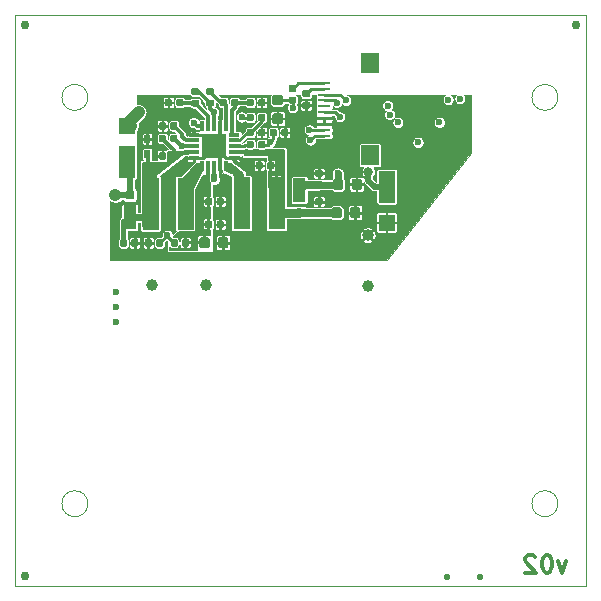
<source format=gbr>
%TF.GenerationSoftware,KiCad,Pcbnew,5.0.2-bee76a0~70~ubuntu18.04.1*%
%TF.CreationDate,2020-02-29T17:21:03-08:00*%
%TF.ProjectId,SolarCellX_v3,536f6c61-7243-4656-9c6c-585f76332e6b,rev?*%
%TF.SameCoordinates,Original*%
%TF.FileFunction,Copper,L6,Bot*%
%TF.FilePolarity,Positive*%
%FSLAX46Y46*%
G04 Gerber Fmt 4.6, Leading zero omitted, Abs format (unit mm)*
G04 Created by KiCad (PCBNEW 5.0.2-bee76a0~70~ubuntu18.04.1) date Sat 29 Feb 2020 05:21:03 PM PST*
%MOMM*%
%LPD*%
G01*
G04 APERTURE LIST*
%ADD10C,0.300000*%
%ADD11C,0.050000*%
%ADD12C,0.750000*%
%ADD13C,1.000000*%
%ADD14C,0.100000*%
%ADD15C,0.875000*%
%ADD16C,0.590000*%
%ADD17R,0.500000X0.700000*%
%ADD18R,0.900000X0.300000*%
%ADD19R,0.300000X0.900000*%
%ADD20R,2.150000X2.150000*%
%ADD21R,1.100000X2.000000*%
%ADD22R,0.800000X0.800000*%
%ADD23R,1.400000X1.400000*%
%ADD24R,1.400000X2.700000*%
%ADD25R,1.100000X0.250000*%
%ADD26R,1.500000X1.700000*%
%ADD27R,1.435100X4.394200*%
%ADD28C,0.600000*%
%ADD29C,0.800000*%
%ADD30C,0.584200*%
%ADD31C,0.203200*%
%ADD32C,0.228600*%
%ADD33C,0.299720*%
%ADD34C,0.254000*%
%ADD35C,0.635000*%
%ADD36C,0.248920*%
%ADD37C,0.609600*%
%ADD38C,0.381000*%
%ADD39C,0.240000*%
%ADD40C,0.762000*%
%ADD41C,0.480000*%
%ADD42C,1.000000*%
%ADD43C,0.508000*%
%ADD44C,0.127000*%
%ADD45C,0.088900*%
G04 APERTURE END LIST*
D10*
X136723214Y-86229071D02*
X136366071Y-87229071D01*
X136008928Y-86229071D01*
X135151785Y-85729071D02*
X135008928Y-85729071D01*
X134866071Y-85800500D01*
X134794642Y-85871928D01*
X134723214Y-86014785D01*
X134651785Y-86300500D01*
X134651785Y-86657642D01*
X134723214Y-86943357D01*
X134794642Y-87086214D01*
X134866071Y-87157642D01*
X135008928Y-87229071D01*
X135151785Y-87229071D01*
X135294642Y-87157642D01*
X135366071Y-87086214D01*
X135437500Y-86943357D01*
X135508928Y-86657642D01*
X135508928Y-86300500D01*
X135437500Y-86014785D01*
X135366071Y-85871928D01*
X135294642Y-85800500D01*
X135151785Y-85729071D01*
X134080357Y-85871928D02*
X134008928Y-85800500D01*
X133866071Y-85729071D01*
X133508928Y-85729071D01*
X133366071Y-85800500D01*
X133294642Y-85871928D01*
X133223214Y-86014785D01*
X133223214Y-86157642D01*
X133294642Y-86371928D01*
X134151785Y-87229071D01*
X133223214Y-87229071D01*
D11*
X96200000Y-47000000D02*
G75*
G03X96200000Y-47000000I-1100000J0D01*
G01*
X96200000Y-81400000D02*
G75*
G03X96200000Y-81400000I-1100000J0D01*
G01*
X136000000Y-81400000D02*
G75*
G03X136000000Y-81400000I-1100000J0D01*
G01*
X136000000Y-47000000D02*
G75*
G03X136000000Y-47000000I-1100000J0D01*
G01*
X90000000Y-88400000D02*
X138400000Y-88400000D01*
X90000000Y-88400000D02*
X90000000Y-40000000D01*
X138400000Y-40000000D02*
X138400000Y-88400000D01*
X90000000Y-40000000D02*
X138400000Y-40000000D01*
D12*
X90850000Y-87550000D03*
X90850000Y-40850000D03*
X137550000Y-40850000D03*
D13*
X101600000Y-62865000D03*
X106172000Y-62865000D03*
X119888000Y-58674000D03*
X119888000Y-62992000D03*
D14*
G36*
X112545691Y-46782053D02*
X112566926Y-46785203D01*
X112587750Y-46790419D01*
X112607962Y-46797651D01*
X112627368Y-46806830D01*
X112645781Y-46817866D01*
X112663024Y-46830654D01*
X112678930Y-46845070D01*
X112693346Y-46860976D01*
X112706134Y-46878219D01*
X112717170Y-46896632D01*
X112726349Y-46916038D01*
X112733581Y-46936250D01*
X112738797Y-46957074D01*
X112741947Y-46978309D01*
X112743000Y-46999750D01*
X112743000Y-47437250D01*
X112741947Y-47458691D01*
X112738797Y-47479926D01*
X112733581Y-47500750D01*
X112726349Y-47520962D01*
X112717170Y-47540368D01*
X112706134Y-47558781D01*
X112693346Y-47576024D01*
X112678930Y-47591930D01*
X112663024Y-47606346D01*
X112645781Y-47619134D01*
X112627368Y-47630170D01*
X112607962Y-47639349D01*
X112587750Y-47646581D01*
X112566926Y-47651797D01*
X112545691Y-47654947D01*
X112524250Y-47656000D01*
X112011750Y-47656000D01*
X111990309Y-47654947D01*
X111969074Y-47651797D01*
X111948250Y-47646581D01*
X111928038Y-47639349D01*
X111908632Y-47630170D01*
X111890219Y-47619134D01*
X111872976Y-47606346D01*
X111857070Y-47591930D01*
X111842654Y-47576024D01*
X111829866Y-47558781D01*
X111818830Y-47540368D01*
X111809651Y-47520962D01*
X111802419Y-47500750D01*
X111797203Y-47479926D01*
X111794053Y-47458691D01*
X111793000Y-47437250D01*
X111793000Y-46999750D01*
X111794053Y-46978309D01*
X111797203Y-46957074D01*
X111802419Y-46936250D01*
X111809651Y-46916038D01*
X111818830Y-46896632D01*
X111829866Y-46878219D01*
X111842654Y-46860976D01*
X111857070Y-46845070D01*
X111872976Y-46830654D01*
X111890219Y-46817866D01*
X111908632Y-46806830D01*
X111928038Y-46797651D01*
X111948250Y-46790419D01*
X111969074Y-46785203D01*
X111990309Y-46782053D01*
X112011750Y-46781000D01*
X112524250Y-46781000D01*
X112545691Y-46782053D01*
X112545691Y-46782053D01*
G37*
D15*
X112268000Y-47218500D03*
D14*
G36*
X112545691Y-48357053D02*
X112566926Y-48360203D01*
X112587750Y-48365419D01*
X112607962Y-48372651D01*
X112627368Y-48381830D01*
X112645781Y-48392866D01*
X112663024Y-48405654D01*
X112678930Y-48420070D01*
X112693346Y-48435976D01*
X112706134Y-48453219D01*
X112717170Y-48471632D01*
X112726349Y-48491038D01*
X112733581Y-48511250D01*
X112738797Y-48532074D01*
X112741947Y-48553309D01*
X112743000Y-48574750D01*
X112743000Y-49012250D01*
X112741947Y-49033691D01*
X112738797Y-49054926D01*
X112733581Y-49075750D01*
X112726349Y-49095962D01*
X112717170Y-49115368D01*
X112706134Y-49133781D01*
X112693346Y-49151024D01*
X112678930Y-49166930D01*
X112663024Y-49181346D01*
X112645781Y-49194134D01*
X112627368Y-49205170D01*
X112607962Y-49214349D01*
X112587750Y-49221581D01*
X112566926Y-49226797D01*
X112545691Y-49229947D01*
X112524250Y-49231000D01*
X112011750Y-49231000D01*
X111990309Y-49229947D01*
X111969074Y-49226797D01*
X111948250Y-49221581D01*
X111928038Y-49214349D01*
X111908632Y-49205170D01*
X111890219Y-49194134D01*
X111872976Y-49181346D01*
X111857070Y-49166930D01*
X111842654Y-49151024D01*
X111829866Y-49133781D01*
X111818830Y-49115368D01*
X111809651Y-49095962D01*
X111802419Y-49075750D01*
X111797203Y-49054926D01*
X111794053Y-49033691D01*
X111793000Y-49012250D01*
X111793000Y-48574750D01*
X111794053Y-48553309D01*
X111797203Y-48532074D01*
X111802419Y-48511250D01*
X111809651Y-48491038D01*
X111818830Y-48471632D01*
X111829866Y-48453219D01*
X111842654Y-48435976D01*
X111857070Y-48420070D01*
X111872976Y-48405654D01*
X111890219Y-48392866D01*
X111908632Y-48381830D01*
X111928038Y-48372651D01*
X111948250Y-48365419D01*
X111969074Y-48360203D01*
X111990309Y-48357053D01*
X112011750Y-48356000D01*
X112524250Y-48356000D01*
X112545691Y-48357053D01*
X112545691Y-48357053D01*
G37*
D15*
X112268000Y-48793500D03*
D14*
G36*
X107560618Y-57429366D02*
X107574936Y-57431490D01*
X107588977Y-57435007D01*
X107602606Y-57439884D01*
X107615691Y-57446073D01*
X107628107Y-57453514D01*
X107639733Y-57462137D01*
X107650458Y-57471858D01*
X107660179Y-57482583D01*
X107668802Y-57494209D01*
X107676243Y-57506625D01*
X107682432Y-57519710D01*
X107687309Y-57533339D01*
X107690826Y-57547380D01*
X107692950Y-57561698D01*
X107693660Y-57576156D01*
X107693660Y-57921156D01*
X107692950Y-57935614D01*
X107690826Y-57949932D01*
X107687309Y-57963973D01*
X107682432Y-57977602D01*
X107676243Y-57990687D01*
X107668802Y-58003103D01*
X107660179Y-58014729D01*
X107650458Y-58025454D01*
X107639733Y-58035175D01*
X107628107Y-58043798D01*
X107615691Y-58051239D01*
X107602606Y-58057428D01*
X107588977Y-58062305D01*
X107574936Y-58065822D01*
X107560618Y-58067946D01*
X107546160Y-58068656D01*
X107251160Y-58068656D01*
X107236702Y-58067946D01*
X107222384Y-58065822D01*
X107208343Y-58062305D01*
X107194714Y-58057428D01*
X107181629Y-58051239D01*
X107169213Y-58043798D01*
X107157587Y-58035175D01*
X107146862Y-58025454D01*
X107137141Y-58014729D01*
X107128518Y-58003103D01*
X107121077Y-57990687D01*
X107114888Y-57977602D01*
X107110011Y-57963973D01*
X107106494Y-57949932D01*
X107104370Y-57935614D01*
X107103660Y-57921156D01*
X107103660Y-57576156D01*
X107104370Y-57561698D01*
X107106494Y-57547380D01*
X107110011Y-57533339D01*
X107114888Y-57519710D01*
X107121077Y-57506625D01*
X107128518Y-57494209D01*
X107137141Y-57482583D01*
X107146862Y-57471858D01*
X107157587Y-57462137D01*
X107169213Y-57453514D01*
X107181629Y-57446073D01*
X107194714Y-57439884D01*
X107208343Y-57435007D01*
X107222384Y-57431490D01*
X107236702Y-57429366D01*
X107251160Y-57428656D01*
X107546160Y-57428656D01*
X107560618Y-57429366D01*
X107560618Y-57429366D01*
G37*
D16*
X107398660Y-57748656D03*
D14*
G36*
X106590618Y-57429366D02*
X106604936Y-57431490D01*
X106618977Y-57435007D01*
X106632606Y-57439884D01*
X106645691Y-57446073D01*
X106658107Y-57453514D01*
X106669733Y-57462137D01*
X106680458Y-57471858D01*
X106690179Y-57482583D01*
X106698802Y-57494209D01*
X106706243Y-57506625D01*
X106712432Y-57519710D01*
X106717309Y-57533339D01*
X106720826Y-57547380D01*
X106722950Y-57561698D01*
X106723660Y-57576156D01*
X106723660Y-57921156D01*
X106722950Y-57935614D01*
X106720826Y-57949932D01*
X106717309Y-57963973D01*
X106712432Y-57977602D01*
X106706243Y-57990687D01*
X106698802Y-58003103D01*
X106690179Y-58014729D01*
X106680458Y-58025454D01*
X106669733Y-58035175D01*
X106658107Y-58043798D01*
X106645691Y-58051239D01*
X106632606Y-58057428D01*
X106618977Y-58062305D01*
X106604936Y-58065822D01*
X106590618Y-58067946D01*
X106576160Y-58068656D01*
X106281160Y-58068656D01*
X106266702Y-58067946D01*
X106252384Y-58065822D01*
X106238343Y-58062305D01*
X106224714Y-58057428D01*
X106211629Y-58051239D01*
X106199213Y-58043798D01*
X106187587Y-58035175D01*
X106176862Y-58025454D01*
X106167141Y-58014729D01*
X106158518Y-58003103D01*
X106151077Y-57990687D01*
X106144888Y-57977602D01*
X106140011Y-57963973D01*
X106136494Y-57949932D01*
X106134370Y-57935614D01*
X106133660Y-57921156D01*
X106133660Y-57576156D01*
X106134370Y-57561698D01*
X106136494Y-57547380D01*
X106140011Y-57533339D01*
X106144888Y-57519710D01*
X106151077Y-57506625D01*
X106158518Y-57494209D01*
X106167141Y-57482583D01*
X106176862Y-57471858D01*
X106187587Y-57462137D01*
X106199213Y-57453514D01*
X106211629Y-57446073D01*
X106224714Y-57439884D01*
X106238343Y-57435007D01*
X106252384Y-57431490D01*
X106266702Y-57429366D01*
X106281160Y-57428656D01*
X106576160Y-57428656D01*
X106590618Y-57429366D01*
X106590618Y-57429366D01*
G37*
D16*
X106428660Y-57748656D03*
D14*
G36*
X119201191Y-53882053D02*
X119222426Y-53885203D01*
X119243250Y-53890419D01*
X119263462Y-53897651D01*
X119282868Y-53906830D01*
X119301281Y-53917866D01*
X119318524Y-53930654D01*
X119334430Y-53945070D01*
X119348846Y-53960976D01*
X119361634Y-53978219D01*
X119372670Y-53996632D01*
X119381849Y-54016038D01*
X119389081Y-54036250D01*
X119394297Y-54057074D01*
X119397447Y-54078309D01*
X119398500Y-54099750D01*
X119398500Y-54612250D01*
X119397447Y-54633691D01*
X119394297Y-54654926D01*
X119389081Y-54675750D01*
X119381849Y-54695962D01*
X119372670Y-54715368D01*
X119361634Y-54733781D01*
X119348846Y-54751024D01*
X119334430Y-54766930D01*
X119318524Y-54781346D01*
X119301281Y-54794134D01*
X119282868Y-54805170D01*
X119263462Y-54814349D01*
X119243250Y-54821581D01*
X119222426Y-54826797D01*
X119201191Y-54829947D01*
X119179750Y-54831000D01*
X118742250Y-54831000D01*
X118720809Y-54829947D01*
X118699574Y-54826797D01*
X118678750Y-54821581D01*
X118658538Y-54814349D01*
X118639132Y-54805170D01*
X118620719Y-54794134D01*
X118603476Y-54781346D01*
X118587570Y-54766930D01*
X118573154Y-54751024D01*
X118560366Y-54733781D01*
X118549330Y-54715368D01*
X118540151Y-54695962D01*
X118532919Y-54675750D01*
X118527703Y-54654926D01*
X118524553Y-54633691D01*
X118523500Y-54612250D01*
X118523500Y-54099750D01*
X118524553Y-54078309D01*
X118527703Y-54057074D01*
X118532919Y-54036250D01*
X118540151Y-54016038D01*
X118549330Y-53996632D01*
X118560366Y-53978219D01*
X118573154Y-53960976D01*
X118587570Y-53945070D01*
X118603476Y-53930654D01*
X118620719Y-53917866D01*
X118639132Y-53906830D01*
X118658538Y-53897651D01*
X118678750Y-53890419D01*
X118699574Y-53885203D01*
X118720809Y-53882053D01*
X118742250Y-53881000D01*
X119179750Y-53881000D01*
X119201191Y-53882053D01*
X119201191Y-53882053D01*
G37*
D15*
X118961000Y-54356000D03*
D14*
G36*
X117626191Y-53882053D02*
X117647426Y-53885203D01*
X117668250Y-53890419D01*
X117688462Y-53897651D01*
X117707868Y-53906830D01*
X117726281Y-53917866D01*
X117743524Y-53930654D01*
X117759430Y-53945070D01*
X117773846Y-53960976D01*
X117786634Y-53978219D01*
X117797670Y-53996632D01*
X117806849Y-54016038D01*
X117814081Y-54036250D01*
X117819297Y-54057074D01*
X117822447Y-54078309D01*
X117823500Y-54099750D01*
X117823500Y-54612250D01*
X117822447Y-54633691D01*
X117819297Y-54654926D01*
X117814081Y-54675750D01*
X117806849Y-54695962D01*
X117797670Y-54715368D01*
X117786634Y-54733781D01*
X117773846Y-54751024D01*
X117759430Y-54766930D01*
X117743524Y-54781346D01*
X117726281Y-54794134D01*
X117707868Y-54805170D01*
X117688462Y-54814349D01*
X117668250Y-54821581D01*
X117647426Y-54826797D01*
X117626191Y-54829947D01*
X117604750Y-54831000D01*
X117167250Y-54831000D01*
X117145809Y-54829947D01*
X117124574Y-54826797D01*
X117103750Y-54821581D01*
X117083538Y-54814349D01*
X117064132Y-54805170D01*
X117045719Y-54794134D01*
X117028476Y-54781346D01*
X117012570Y-54766930D01*
X116998154Y-54751024D01*
X116985366Y-54733781D01*
X116974330Y-54715368D01*
X116965151Y-54695962D01*
X116957919Y-54675750D01*
X116952703Y-54654926D01*
X116949553Y-54633691D01*
X116948500Y-54612250D01*
X116948500Y-54099750D01*
X116949553Y-54078309D01*
X116952703Y-54057074D01*
X116957919Y-54036250D01*
X116965151Y-54016038D01*
X116974330Y-53996632D01*
X116985366Y-53978219D01*
X116998154Y-53960976D01*
X117012570Y-53945070D01*
X117028476Y-53930654D01*
X117045719Y-53917866D01*
X117064132Y-53906830D01*
X117083538Y-53897651D01*
X117103750Y-53890419D01*
X117124574Y-53885203D01*
X117145809Y-53882053D01*
X117167250Y-53881000D01*
X117604750Y-53881000D01*
X117626191Y-53882053D01*
X117626191Y-53882053D01*
G37*
D15*
X117386000Y-54356000D03*
D17*
X101219000Y-50516000D03*
X101219000Y-51816000D03*
D18*
X105193660Y-52144656D03*
X105193660Y-51644656D03*
X105193660Y-51144656D03*
X105193660Y-50644656D03*
X105193660Y-50144656D03*
D19*
X105893660Y-49444656D03*
X106393660Y-49444656D03*
X106893660Y-49444656D03*
X107393660Y-49444656D03*
X107893660Y-49444656D03*
D18*
X108593660Y-50144656D03*
X108593660Y-50644656D03*
X108593660Y-51144656D03*
X108593660Y-51644656D03*
X108593660Y-52144656D03*
D19*
X107893660Y-52844656D03*
X107393660Y-52844656D03*
X106893660Y-52844656D03*
X106393660Y-52844656D03*
X105893660Y-52844656D03*
D20*
X106893660Y-51144656D03*
D21*
X99750000Y-57165000D03*
D22*
X99750000Y-55265000D03*
D23*
X99500000Y-49400000D03*
D24*
X99500000Y-52450000D03*
D23*
X121500000Y-57600000D03*
D24*
X121500000Y-54550000D03*
D22*
X114109500Y-56749000D03*
D21*
X114109500Y-54849000D03*
D14*
G36*
X104151958Y-47115210D02*
X104166276Y-47117334D01*
X104180317Y-47120851D01*
X104193946Y-47125728D01*
X104207031Y-47131917D01*
X104219447Y-47139358D01*
X104231073Y-47147981D01*
X104241798Y-47157702D01*
X104251519Y-47168427D01*
X104260142Y-47180053D01*
X104267583Y-47192469D01*
X104273772Y-47205554D01*
X104278649Y-47219183D01*
X104282166Y-47233224D01*
X104284290Y-47247542D01*
X104285000Y-47262000D01*
X104285000Y-47607000D01*
X104284290Y-47621458D01*
X104282166Y-47635776D01*
X104278649Y-47649817D01*
X104273772Y-47663446D01*
X104267583Y-47676531D01*
X104260142Y-47688947D01*
X104251519Y-47700573D01*
X104241798Y-47711298D01*
X104231073Y-47721019D01*
X104219447Y-47729642D01*
X104207031Y-47737083D01*
X104193946Y-47743272D01*
X104180317Y-47748149D01*
X104166276Y-47751666D01*
X104151958Y-47753790D01*
X104137500Y-47754500D01*
X103842500Y-47754500D01*
X103828042Y-47753790D01*
X103813724Y-47751666D01*
X103799683Y-47748149D01*
X103786054Y-47743272D01*
X103772969Y-47737083D01*
X103760553Y-47729642D01*
X103748927Y-47721019D01*
X103738202Y-47711298D01*
X103728481Y-47700573D01*
X103719858Y-47688947D01*
X103712417Y-47676531D01*
X103706228Y-47663446D01*
X103701351Y-47649817D01*
X103697834Y-47635776D01*
X103695710Y-47621458D01*
X103695000Y-47607000D01*
X103695000Y-47262000D01*
X103695710Y-47247542D01*
X103697834Y-47233224D01*
X103701351Y-47219183D01*
X103706228Y-47205554D01*
X103712417Y-47192469D01*
X103719858Y-47180053D01*
X103728481Y-47168427D01*
X103738202Y-47157702D01*
X103748927Y-47147981D01*
X103760553Y-47139358D01*
X103772969Y-47131917D01*
X103786054Y-47125728D01*
X103799683Y-47120851D01*
X103813724Y-47117334D01*
X103828042Y-47115210D01*
X103842500Y-47114500D01*
X104137500Y-47114500D01*
X104151958Y-47115210D01*
X104151958Y-47115210D01*
G37*
D16*
X103990000Y-47434500D03*
D14*
G36*
X103181958Y-47115210D02*
X103196276Y-47117334D01*
X103210317Y-47120851D01*
X103223946Y-47125728D01*
X103237031Y-47131917D01*
X103249447Y-47139358D01*
X103261073Y-47147981D01*
X103271798Y-47157702D01*
X103281519Y-47168427D01*
X103290142Y-47180053D01*
X103297583Y-47192469D01*
X103303772Y-47205554D01*
X103308649Y-47219183D01*
X103312166Y-47233224D01*
X103314290Y-47247542D01*
X103315000Y-47262000D01*
X103315000Y-47607000D01*
X103314290Y-47621458D01*
X103312166Y-47635776D01*
X103308649Y-47649817D01*
X103303772Y-47663446D01*
X103297583Y-47676531D01*
X103290142Y-47688947D01*
X103281519Y-47700573D01*
X103271798Y-47711298D01*
X103261073Y-47721019D01*
X103249447Y-47729642D01*
X103237031Y-47737083D01*
X103223946Y-47743272D01*
X103210317Y-47748149D01*
X103196276Y-47751666D01*
X103181958Y-47753790D01*
X103167500Y-47754500D01*
X102872500Y-47754500D01*
X102858042Y-47753790D01*
X102843724Y-47751666D01*
X102829683Y-47748149D01*
X102816054Y-47743272D01*
X102802969Y-47737083D01*
X102790553Y-47729642D01*
X102778927Y-47721019D01*
X102768202Y-47711298D01*
X102758481Y-47700573D01*
X102749858Y-47688947D01*
X102742417Y-47676531D01*
X102736228Y-47663446D01*
X102731351Y-47649817D01*
X102727834Y-47635776D01*
X102725710Y-47621458D01*
X102725000Y-47607000D01*
X102725000Y-47262000D01*
X102725710Y-47247542D01*
X102727834Y-47233224D01*
X102731351Y-47219183D01*
X102736228Y-47205554D01*
X102742417Y-47192469D01*
X102749858Y-47180053D01*
X102758481Y-47168427D01*
X102768202Y-47157702D01*
X102778927Y-47147981D01*
X102790553Y-47139358D01*
X102802969Y-47131917D01*
X102816054Y-47125728D01*
X102829683Y-47120851D01*
X102843724Y-47117334D01*
X102858042Y-47115210D01*
X102872500Y-47114500D01*
X103167500Y-47114500D01*
X103181958Y-47115210D01*
X103181958Y-47115210D01*
G37*
D16*
X103020000Y-47434500D03*
D14*
G36*
X105469958Y-46210710D02*
X105484276Y-46212834D01*
X105498317Y-46216351D01*
X105511946Y-46221228D01*
X105525031Y-46227417D01*
X105537447Y-46234858D01*
X105549073Y-46243481D01*
X105559798Y-46253202D01*
X105569519Y-46263927D01*
X105578142Y-46275553D01*
X105585583Y-46287969D01*
X105591772Y-46301054D01*
X105596649Y-46314683D01*
X105600166Y-46328724D01*
X105602290Y-46343042D01*
X105603000Y-46357500D01*
X105603000Y-46652500D01*
X105602290Y-46666958D01*
X105600166Y-46681276D01*
X105596649Y-46695317D01*
X105591772Y-46708946D01*
X105585583Y-46722031D01*
X105578142Y-46734447D01*
X105569519Y-46746073D01*
X105559798Y-46756798D01*
X105549073Y-46766519D01*
X105537447Y-46775142D01*
X105525031Y-46782583D01*
X105511946Y-46788772D01*
X105498317Y-46793649D01*
X105484276Y-46797166D01*
X105469958Y-46799290D01*
X105455500Y-46800000D01*
X105110500Y-46800000D01*
X105096042Y-46799290D01*
X105081724Y-46797166D01*
X105067683Y-46793649D01*
X105054054Y-46788772D01*
X105040969Y-46782583D01*
X105028553Y-46775142D01*
X105016927Y-46766519D01*
X105006202Y-46756798D01*
X104996481Y-46746073D01*
X104987858Y-46734447D01*
X104980417Y-46722031D01*
X104974228Y-46708946D01*
X104969351Y-46695317D01*
X104965834Y-46681276D01*
X104963710Y-46666958D01*
X104963000Y-46652500D01*
X104963000Y-46357500D01*
X104963710Y-46343042D01*
X104965834Y-46328724D01*
X104969351Y-46314683D01*
X104974228Y-46301054D01*
X104980417Y-46287969D01*
X104987858Y-46275553D01*
X104996481Y-46263927D01*
X105006202Y-46253202D01*
X105016927Y-46243481D01*
X105028553Y-46234858D01*
X105040969Y-46227417D01*
X105054054Y-46221228D01*
X105067683Y-46216351D01*
X105081724Y-46212834D01*
X105096042Y-46210710D01*
X105110500Y-46210000D01*
X105455500Y-46210000D01*
X105469958Y-46210710D01*
X105469958Y-46210710D01*
G37*
D16*
X105283000Y-46505000D03*
D14*
G36*
X105469958Y-47180710D02*
X105484276Y-47182834D01*
X105498317Y-47186351D01*
X105511946Y-47191228D01*
X105525031Y-47197417D01*
X105537447Y-47204858D01*
X105549073Y-47213481D01*
X105559798Y-47223202D01*
X105569519Y-47233927D01*
X105578142Y-47245553D01*
X105585583Y-47257969D01*
X105591772Y-47271054D01*
X105596649Y-47284683D01*
X105600166Y-47298724D01*
X105602290Y-47313042D01*
X105603000Y-47327500D01*
X105603000Y-47622500D01*
X105602290Y-47636958D01*
X105600166Y-47651276D01*
X105596649Y-47665317D01*
X105591772Y-47678946D01*
X105585583Y-47692031D01*
X105578142Y-47704447D01*
X105569519Y-47716073D01*
X105559798Y-47726798D01*
X105549073Y-47736519D01*
X105537447Y-47745142D01*
X105525031Y-47752583D01*
X105511946Y-47758772D01*
X105498317Y-47763649D01*
X105484276Y-47767166D01*
X105469958Y-47769290D01*
X105455500Y-47770000D01*
X105110500Y-47770000D01*
X105096042Y-47769290D01*
X105081724Y-47767166D01*
X105067683Y-47763649D01*
X105054054Y-47758772D01*
X105040969Y-47752583D01*
X105028553Y-47745142D01*
X105016927Y-47736519D01*
X105006202Y-47726798D01*
X104996481Y-47716073D01*
X104987858Y-47704447D01*
X104980417Y-47692031D01*
X104974228Y-47678946D01*
X104969351Y-47665317D01*
X104965834Y-47651276D01*
X104963710Y-47636958D01*
X104963000Y-47622500D01*
X104963000Y-47327500D01*
X104963710Y-47313042D01*
X104965834Y-47298724D01*
X104969351Y-47284683D01*
X104974228Y-47271054D01*
X104980417Y-47257969D01*
X104987858Y-47245553D01*
X104996481Y-47233927D01*
X105006202Y-47223202D01*
X105016927Y-47213481D01*
X105028553Y-47204858D01*
X105040969Y-47197417D01*
X105054054Y-47191228D01*
X105067683Y-47186351D01*
X105081724Y-47182834D01*
X105096042Y-47180710D01*
X105110500Y-47180000D01*
X105455500Y-47180000D01*
X105469958Y-47180710D01*
X105469958Y-47180710D01*
G37*
D16*
X105283000Y-47475000D03*
D14*
G36*
X103689958Y-58989710D02*
X103704276Y-58991834D01*
X103718317Y-58995351D01*
X103731946Y-59000228D01*
X103745031Y-59006417D01*
X103757447Y-59013858D01*
X103769073Y-59022481D01*
X103779798Y-59032202D01*
X103789519Y-59042927D01*
X103798142Y-59054553D01*
X103805583Y-59066969D01*
X103811772Y-59080054D01*
X103816649Y-59093683D01*
X103820166Y-59107724D01*
X103822290Y-59122042D01*
X103823000Y-59136500D01*
X103823000Y-59481500D01*
X103822290Y-59495958D01*
X103820166Y-59510276D01*
X103816649Y-59524317D01*
X103811772Y-59537946D01*
X103805583Y-59551031D01*
X103798142Y-59563447D01*
X103789519Y-59575073D01*
X103779798Y-59585798D01*
X103769073Y-59595519D01*
X103757447Y-59604142D01*
X103745031Y-59611583D01*
X103731946Y-59617772D01*
X103718317Y-59622649D01*
X103704276Y-59626166D01*
X103689958Y-59628290D01*
X103675500Y-59629000D01*
X103380500Y-59629000D01*
X103366042Y-59628290D01*
X103351724Y-59626166D01*
X103337683Y-59622649D01*
X103324054Y-59617772D01*
X103310969Y-59611583D01*
X103298553Y-59604142D01*
X103286927Y-59595519D01*
X103276202Y-59585798D01*
X103266481Y-59575073D01*
X103257858Y-59563447D01*
X103250417Y-59551031D01*
X103244228Y-59537946D01*
X103239351Y-59524317D01*
X103235834Y-59510276D01*
X103233710Y-59495958D01*
X103233000Y-59481500D01*
X103233000Y-59136500D01*
X103233710Y-59122042D01*
X103235834Y-59107724D01*
X103239351Y-59093683D01*
X103244228Y-59080054D01*
X103250417Y-59066969D01*
X103257858Y-59054553D01*
X103266481Y-59042927D01*
X103276202Y-59032202D01*
X103286927Y-59022481D01*
X103298553Y-59013858D01*
X103310969Y-59006417D01*
X103324054Y-59000228D01*
X103337683Y-58995351D01*
X103351724Y-58991834D01*
X103366042Y-58989710D01*
X103380500Y-58989000D01*
X103675500Y-58989000D01*
X103689958Y-58989710D01*
X103689958Y-58989710D01*
G37*
D16*
X103528000Y-59309000D03*
D14*
G36*
X104659958Y-58989710D02*
X104674276Y-58991834D01*
X104688317Y-58995351D01*
X104701946Y-59000228D01*
X104715031Y-59006417D01*
X104727447Y-59013858D01*
X104739073Y-59022481D01*
X104749798Y-59032202D01*
X104759519Y-59042927D01*
X104768142Y-59054553D01*
X104775583Y-59066969D01*
X104781772Y-59080054D01*
X104786649Y-59093683D01*
X104790166Y-59107724D01*
X104792290Y-59122042D01*
X104793000Y-59136500D01*
X104793000Y-59481500D01*
X104792290Y-59495958D01*
X104790166Y-59510276D01*
X104786649Y-59524317D01*
X104781772Y-59537946D01*
X104775583Y-59551031D01*
X104768142Y-59563447D01*
X104759519Y-59575073D01*
X104749798Y-59585798D01*
X104739073Y-59595519D01*
X104727447Y-59604142D01*
X104715031Y-59611583D01*
X104701946Y-59617772D01*
X104688317Y-59622649D01*
X104674276Y-59626166D01*
X104659958Y-59628290D01*
X104645500Y-59629000D01*
X104350500Y-59629000D01*
X104336042Y-59628290D01*
X104321724Y-59626166D01*
X104307683Y-59622649D01*
X104294054Y-59617772D01*
X104280969Y-59611583D01*
X104268553Y-59604142D01*
X104256927Y-59595519D01*
X104246202Y-59585798D01*
X104236481Y-59575073D01*
X104227858Y-59563447D01*
X104220417Y-59551031D01*
X104214228Y-59537946D01*
X104209351Y-59524317D01*
X104205834Y-59510276D01*
X104203710Y-59495958D01*
X104203000Y-59481500D01*
X104203000Y-59136500D01*
X104203710Y-59122042D01*
X104205834Y-59107724D01*
X104209351Y-59093683D01*
X104214228Y-59080054D01*
X104220417Y-59066969D01*
X104227858Y-59054553D01*
X104236481Y-59042927D01*
X104246202Y-59032202D01*
X104256927Y-59022481D01*
X104268553Y-59013858D01*
X104280969Y-59006417D01*
X104294054Y-59000228D01*
X104307683Y-58995351D01*
X104321724Y-58991834D01*
X104336042Y-58989710D01*
X104350500Y-58989000D01*
X104645500Y-58989000D01*
X104659958Y-58989710D01*
X104659958Y-58989710D01*
G37*
D16*
X104498000Y-59309000D03*
D14*
G36*
X107560618Y-55497210D02*
X107574936Y-55499334D01*
X107588977Y-55502851D01*
X107602606Y-55507728D01*
X107615691Y-55513917D01*
X107628107Y-55521358D01*
X107639733Y-55529981D01*
X107650458Y-55539702D01*
X107660179Y-55550427D01*
X107668802Y-55562053D01*
X107676243Y-55574469D01*
X107682432Y-55587554D01*
X107687309Y-55601183D01*
X107690826Y-55615224D01*
X107692950Y-55629542D01*
X107693660Y-55644000D01*
X107693660Y-55989000D01*
X107692950Y-56003458D01*
X107690826Y-56017776D01*
X107687309Y-56031817D01*
X107682432Y-56045446D01*
X107676243Y-56058531D01*
X107668802Y-56070947D01*
X107660179Y-56082573D01*
X107650458Y-56093298D01*
X107639733Y-56103019D01*
X107628107Y-56111642D01*
X107615691Y-56119083D01*
X107602606Y-56125272D01*
X107588977Y-56130149D01*
X107574936Y-56133666D01*
X107560618Y-56135790D01*
X107546160Y-56136500D01*
X107251160Y-56136500D01*
X107236702Y-56135790D01*
X107222384Y-56133666D01*
X107208343Y-56130149D01*
X107194714Y-56125272D01*
X107181629Y-56119083D01*
X107169213Y-56111642D01*
X107157587Y-56103019D01*
X107146862Y-56093298D01*
X107137141Y-56082573D01*
X107128518Y-56070947D01*
X107121077Y-56058531D01*
X107114888Y-56045446D01*
X107110011Y-56031817D01*
X107106494Y-56017776D01*
X107104370Y-56003458D01*
X107103660Y-55989000D01*
X107103660Y-55644000D01*
X107104370Y-55629542D01*
X107106494Y-55615224D01*
X107110011Y-55601183D01*
X107114888Y-55587554D01*
X107121077Y-55574469D01*
X107128518Y-55562053D01*
X107137141Y-55550427D01*
X107146862Y-55539702D01*
X107157587Y-55529981D01*
X107169213Y-55521358D01*
X107181629Y-55513917D01*
X107194714Y-55507728D01*
X107208343Y-55502851D01*
X107222384Y-55499334D01*
X107236702Y-55497210D01*
X107251160Y-55496500D01*
X107546160Y-55496500D01*
X107560618Y-55497210D01*
X107560618Y-55497210D01*
G37*
D16*
X107398660Y-55816500D03*
D14*
G36*
X106590618Y-55497210D02*
X106604936Y-55499334D01*
X106618977Y-55502851D01*
X106632606Y-55507728D01*
X106645691Y-55513917D01*
X106658107Y-55521358D01*
X106669733Y-55529981D01*
X106680458Y-55539702D01*
X106690179Y-55550427D01*
X106698802Y-55562053D01*
X106706243Y-55574469D01*
X106712432Y-55587554D01*
X106717309Y-55601183D01*
X106720826Y-55615224D01*
X106722950Y-55629542D01*
X106723660Y-55644000D01*
X106723660Y-55989000D01*
X106722950Y-56003458D01*
X106720826Y-56017776D01*
X106717309Y-56031817D01*
X106712432Y-56045446D01*
X106706243Y-56058531D01*
X106698802Y-56070947D01*
X106690179Y-56082573D01*
X106680458Y-56093298D01*
X106669733Y-56103019D01*
X106658107Y-56111642D01*
X106645691Y-56119083D01*
X106632606Y-56125272D01*
X106618977Y-56130149D01*
X106604936Y-56133666D01*
X106590618Y-56135790D01*
X106576160Y-56136500D01*
X106281160Y-56136500D01*
X106266702Y-56135790D01*
X106252384Y-56133666D01*
X106238343Y-56130149D01*
X106224714Y-56125272D01*
X106211629Y-56119083D01*
X106199213Y-56111642D01*
X106187587Y-56103019D01*
X106176862Y-56093298D01*
X106167141Y-56082573D01*
X106158518Y-56070947D01*
X106151077Y-56058531D01*
X106144888Y-56045446D01*
X106140011Y-56031817D01*
X106136494Y-56017776D01*
X106134370Y-56003458D01*
X106133660Y-55989000D01*
X106133660Y-55644000D01*
X106134370Y-55629542D01*
X106136494Y-55615224D01*
X106140011Y-55601183D01*
X106144888Y-55587554D01*
X106151077Y-55574469D01*
X106158518Y-55562053D01*
X106167141Y-55550427D01*
X106176862Y-55539702D01*
X106187587Y-55529981D01*
X106199213Y-55521358D01*
X106211629Y-55513917D01*
X106224714Y-55507728D01*
X106238343Y-55502851D01*
X106252384Y-55499334D01*
X106266702Y-55497210D01*
X106281160Y-55496500D01*
X106576160Y-55496500D01*
X106590618Y-55497210D01*
X106590618Y-55497210D01*
G37*
D16*
X106428660Y-55816500D03*
D25*
X116205000Y-45756000D03*
X116205000Y-46256000D03*
X116205000Y-46756000D03*
X116205000Y-47256000D03*
X116205000Y-47756000D03*
X116205000Y-48256000D03*
X116205000Y-48756000D03*
X116205000Y-49256000D03*
X116205000Y-49756000D03*
X116205000Y-50256000D03*
D26*
X120105000Y-44106000D03*
X120105000Y-51906000D03*
D14*
G36*
X119074191Y-56295053D02*
X119095426Y-56298203D01*
X119116250Y-56303419D01*
X119136462Y-56310651D01*
X119155868Y-56319830D01*
X119174281Y-56330866D01*
X119191524Y-56343654D01*
X119207430Y-56358070D01*
X119221846Y-56373976D01*
X119234634Y-56391219D01*
X119245670Y-56409632D01*
X119254849Y-56429038D01*
X119262081Y-56449250D01*
X119267297Y-56470074D01*
X119270447Y-56491309D01*
X119271500Y-56512750D01*
X119271500Y-57025250D01*
X119270447Y-57046691D01*
X119267297Y-57067926D01*
X119262081Y-57088750D01*
X119254849Y-57108962D01*
X119245670Y-57128368D01*
X119234634Y-57146781D01*
X119221846Y-57164024D01*
X119207430Y-57179930D01*
X119191524Y-57194346D01*
X119174281Y-57207134D01*
X119155868Y-57218170D01*
X119136462Y-57227349D01*
X119116250Y-57234581D01*
X119095426Y-57239797D01*
X119074191Y-57242947D01*
X119052750Y-57244000D01*
X118615250Y-57244000D01*
X118593809Y-57242947D01*
X118572574Y-57239797D01*
X118551750Y-57234581D01*
X118531538Y-57227349D01*
X118512132Y-57218170D01*
X118493719Y-57207134D01*
X118476476Y-57194346D01*
X118460570Y-57179930D01*
X118446154Y-57164024D01*
X118433366Y-57146781D01*
X118422330Y-57128368D01*
X118413151Y-57108962D01*
X118405919Y-57088750D01*
X118400703Y-57067926D01*
X118397553Y-57046691D01*
X118396500Y-57025250D01*
X118396500Y-56512750D01*
X118397553Y-56491309D01*
X118400703Y-56470074D01*
X118405919Y-56449250D01*
X118413151Y-56429038D01*
X118422330Y-56409632D01*
X118433366Y-56391219D01*
X118446154Y-56373976D01*
X118460570Y-56358070D01*
X118476476Y-56343654D01*
X118493719Y-56330866D01*
X118512132Y-56319830D01*
X118531538Y-56310651D01*
X118551750Y-56303419D01*
X118572574Y-56298203D01*
X118593809Y-56295053D01*
X118615250Y-56294000D01*
X119052750Y-56294000D01*
X119074191Y-56295053D01*
X119074191Y-56295053D01*
G37*
D15*
X118834000Y-56769000D03*
D14*
G36*
X117499191Y-56295053D02*
X117520426Y-56298203D01*
X117541250Y-56303419D01*
X117561462Y-56310651D01*
X117580868Y-56319830D01*
X117599281Y-56330866D01*
X117616524Y-56343654D01*
X117632430Y-56358070D01*
X117646846Y-56373976D01*
X117659634Y-56391219D01*
X117670670Y-56409632D01*
X117679849Y-56429038D01*
X117687081Y-56449250D01*
X117692297Y-56470074D01*
X117695447Y-56491309D01*
X117696500Y-56512750D01*
X117696500Y-57025250D01*
X117695447Y-57046691D01*
X117692297Y-57067926D01*
X117687081Y-57088750D01*
X117679849Y-57108962D01*
X117670670Y-57128368D01*
X117659634Y-57146781D01*
X117646846Y-57164024D01*
X117632430Y-57179930D01*
X117616524Y-57194346D01*
X117599281Y-57207134D01*
X117580868Y-57218170D01*
X117561462Y-57227349D01*
X117541250Y-57234581D01*
X117520426Y-57239797D01*
X117499191Y-57242947D01*
X117477750Y-57244000D01*
X117040250Y-57244000D01*
X117018809Y-57242947D01*
X116997574Y-57239797D01*
X116976750Y-57234581D01*
X116956538Y-57227349D01*
X116937132Y-57218170D01*
X116918719Y-57207134D01*
X116901476Y-57194346D01*
X116885570Y-57179930D01*
X116871154Y-57164024D01*
X116858366Y-57146781D01*
X116847330Y-57128368D01*
X116838151Y-57108962D01*
X116830919Y-57088750D01*
X116825703Y-57067926D01*
X116822553Y-57046691D01*
X116821500Y-57025250D01*
X116821500Y-56512750D01*
X116822553Y-56491309D01*
X116825703Y-56470074D01*
X116830919Y-56449250D01*
X116838151Y-56429038D01*
X116847330Y-56409632D01*
X116858366Y-56391219D01*
X116871154Y-56373976D01*
X116885570Y-56358070D01*
X116901476Y-56343654D01*
X116918719Y-56330866D01*
X116937132Y-56319830D01*
X116956538Y-56310651D01*
X116976750Y-56303419D01*
X116997574Y-56298203D01*
X117018809Y-56295053D01*
X117040250Y-56294000D01*
X117477750Y-56294000D01*
X117499191Y-56295053D01*
X117499191Y-56295053D01*
G37*
D15*
X117259000Y-56769000D03*
D14*
G36*
X115947458Y-53132210D02*
X115961776Y-53134334D01*
X115975817Y-53137851D01*
X115989446Y-53142728D01*
X116002531Y-53148917D01*
X116014947Y-53156358D01*
X116026573Y-53164981D01*
X116037298Y-53174702D01*
X116047019Y-53185427D01*
X116055642Y-53197053D01*
X116063083Y-53209469D01*
X116069272Y-53222554D01*
X116074149Y-53236183D01*
X116077666Y-53250224D01*
X116079790Y-53264542D01*
X116080500Y-53279000D01*
X116080500Y-53574000D01*
X116079790Y-53588458D01*
X116077666Y-53602776D01*
X116074149Y-53616817D01*
X116069272Y-53630446D01*
X116063083Y-53643531D01*
X116055642Y-53655947D01*
X116047019Y-53667573D01*
X116037298Y-53678298D01*
X116026573Y-53688019D01*
X116014947Y-53696642D01*
X116002531Y-53704083D01*
X115989446Y-53710272D01*
X115975817Y-53715149D01*
X115961776Y-53718666D01*
X115947458Y-53720790D01*
X115933000Y-53721500D01*
X115588000Y-53721500D01*
X115573542Y-53720790D01*
X115559224Y-53718666D01*
X115545183Y-53715149D01*
X115531554Y-53710272D01*
X115518469Y-53704083D01*
X115506053Y-53696642D01*
X115494427Y-53688019D01*
X115483702Y-53678298D01*
X115473981Y-53667573D01*
X115465358Y-53655947D01*
X115457917Y-53643531D01*
X115451728Y-53630446D01*
X115446851Y-53616817D01*
X115443334Y-53602776D01*
X115441210Y-53588458D01*
X115440500Y-53574000D01*
X115440500Y-53279000D01*
X115441210Y-53264542D01*
X115443334Y-53250224D01*
X115446851Y-53236183D01*
X115451728Y-53222554D01*
X115457917Y-53209469D01*
X115465358Y-53197053D01*
X115473981Y-53185427D01*
X115483702Y-53174702D01*
X115494427Y-53164981D01*
X115506053Y-53156358D01*
X115518469Y-53148917D01*
X115531554Y-53142728D01*
X115545183Y-53137851D01*
X115559224Y-53134334D01*
X115573542Y-53132210D01*
X115588000Y-53131500D01*
X115933000Y-53131500D01*
X115947458Y-53132210D01*
X115947458Y-53132210D01*
G37*
D16*
X115760500Y-53426500D03*
D14*
G36*
X115947458Y-54102210D02*
X115961776Y-54104334D01*
X115975817Y-54107851D01*
X115989446Y-54112728D01*
X116002531Y-54118917D01*
X116014947Y-54126358D01*
X116026573Y-54134981D01*
X116037298Y-54144702D01*
X116047019Y-54155427D01*
X116055642Y-54167053D01*
X116063083Y-54179469D01*
X116069272Y-54192554D01*
X116074149Y-54206183D01*
X116077666Y-54220224D01*
X116079790Y-54234542D01*
X116080500Y-54249000D01*
X116080500Y-54544000D01*
X116079790Y-54558458D01*
X116077666Y-54572776D01*
X116074149Y-54586817D01*
X116069272Y-54600446D01*
X116063083Y-54613531D01*
X116055642Y-54625947D01*
X116047019Y-54637573D01*
X116037298Y-54648298D01*
X116026573Y-54658019D01*
X116014947Y-54666642D01*
X116002531Y-54674083D01*
X115989446Y-54680272D01*
X115975817Y-54685149D01*
X115961776Y-54688666D01*
X115947458Y-54690790D01*
X115933000Y-54691500D01*
X115588000Y-54691500D01*
X115573542Y-54690790D01*
X115559224Y-54688666D01*
X115545183Y-54685149D01*
X115531554Y-54680272D01*
X115518469Y-54674083D01*
X115506053Y-54666642D01*
X115494427Y-54658019D01*
X115483702Y-54648298D01*
X115473981Y-54637573D01*
X115465358Y-54625947D01*
X115457917Y-54613531D01*
X115451728Y-54600446D01*
X115446851Y-54586817D01*
X115443334Y-54572776D01*
X115441210Y-54558458D01*
X115440500Y-54544000D01*
X115440500Y-54249000D01*
X115441210Y-54234542D01*
X115443334Y-54220224D01*
X115446851Y-54206183D01*
X115451728Y-54192554D01*
X115457917Y-54179469D01*
X115465358Y-54167053D01*
X115473981Y-54155427D01*
X115483702Y-54144702D01*
X115494427Y-54134981D01*
X115506053Y-54126358D01*
X115518469Y-54118917D01*
X115531554Y-54112728D01*
X115545183Y-54107851D01*
X115559224Y-54104334D01*
X115573542Y-54102210D01*
X115588000Y-54101500D01*
X115933000Y-54101500D01*
X115947458Y-54102210D01*
X115947458Y-54102210D01*
G37*
D16*
X115760500Y-54396500D03*
D14*
G36*
X106739958Y-47180710D02*
X106754276Y-47182834D01*
X106768317Y-47186351D01*
X106781946Y-47191228D01*
X106795031Y-47197417D01*
X106807447Y-47204858D01*
X106819073Y-47213481D01*
X106829798Y-47223202D01*
X106839519Y-47233927D01*
X106848142Y-47245553D01*
X106855583Y-47257969D01*
X106861772Y-47271054D01*
X106866649Y-47284683D01*
X106870166Y-47298724D01*
X106872290Y-47313042D01*
X106873000Y-47327500D01*
X106873000Y-47622500D01*
X106872290Y-47636958D01*
X106870166Y-47651276D01*
X106866649Y-47665317D01*
X106861772Y-47678946D01*
X106855583Y-47692031D01*
X106848142Y-47704447D01*
X106839519Y-47716073D01*
X106829798Y-47726798D01*
X106819073Y-47736519D01*
X106807447Y-47745142D01*
X106795031Y-47752583D01*
X106781946Y-47758772D01*
X106768317Y-47763649D01*
X106754276Y-47767166D01*
X106739958Y-47769290D01*
X106725500Y-47770000D01*
X106380500Y-47770000D01*
X106366042Y-47769290D01*
X106351724Y-47767166D01*
X106337683Y-47763649D01*
X106324054Y-47758772D01*
X106310969Y-47752583D01*
X106298553Y-47745142D01*
X106286927Y-47736519D01*
X106276202Y-47726798D01*
X106266481Y-47716073D01*
X106257858Y-47704447D01*
X106250417Y-47692031D01*
X106244228Y-47678946D01*
X106239351Y-47665317D01*
X106235834Y-47651276D01*
X106233710Y-47636958D01*
X106233000Y-47622500D01*
X106233000Y-47327500D01*
X106233710Y-47313042D01*
X106235834Y-47298724D01*
X106239351Y-47284683D01*
X106244228Y-47271054D01*
X106250417Y-47257969D01*
X106257858Y-47245553D01*
X106266481Y-47233927D01*
X106276202Y-47223202D01*
X106286927Y-47213481D01*
X106298553Y-47204858D01*
X106310969Y-47197417D01*
X106324054Y-47191228D01*
X106337683Y-47186351D01*
X106351724Y-47182834D01*
X106366042Y-47180710D01*
X106380500Y-47180000D01*
X106725500Y-47180000D01*
X106739958Y-47180710D01*
X106739958Y-47180710D01*
G37*
D16*
X106553000Y-47475000D03*
D14*
G36*
X106739958Y-46210710D02*
X106754276Y-46212834D01*
X106768317Y-46216351D01*
X106781946Y-46221228D01*
X106795031Y-46227417D01*
X106807447Y-46234858D01*
X106819073Y-46243481D01*
X106829798Y-46253202D01*
X106839519Y-46263927D01*
X106848142Y-46275553D01*
X106855583Y-46287969D01*
X106861772Y-46301054D01*
X106866649Y-46314683D01*
X106870166Y-46328724D01*
X106872290Y-46343042D01*
X106873000Y-46357500D01*
X106873000Y-46652500D01*
X106872290Y-46666958D01*
X106870166Y-46681276D01*
X106866649Y-46695317D01*
X106861772Y-46708946D01*
X106855583Y-46722031D01*
X106848142Y-46734447D01*
X106839519Y-46746073D01*
X106829798Y-46756798D01*
X106819073Y-46766519D01*
X106807447Y-46775142D01*
X106795031Y-46782583D01*
X106781946Y-46788772D01*
X106768317Y-46793649D01*
X106754276Y-46797166D01*
X106739958Y-46799290D01*
X106725500Y-46800000D01*
X106380500Y-46800000D01*
X106366042Y-46799290D01*
X106351724Y-46797166D01*
X106337683Y-46793649D01*
X106324054Y-46788772D01*
X106310969Y-46782583D01*
X106298553Y-46775142D01*
X106286927Y-46766519D01*
X106276202Y-46756798D01*
X106266481Y-46746073D01*
X106257858Y-46734447D01*
X106250417Y-46722031D01*
X106244228Y-46708946D01*
X106239351Y-46695317D01*
X106235834Y-46681276D01*
X106233710Y-46666958D01*
X106233000Y-46652500D01*
X106233000Y-46357500D01*
X106233710Y-46343042D01*
X106235834Y-46328724D01*
X106239351Y-46314683D01*
X106244228Y-46301054D01*
X106250417Y-46287969D01*
X106257858Y-46275553D01*
X106266481Y-46263927D01*
X106276202Y-46253202D01*
X106286927Y-46243481D01*
X106298553Y-46234858D01*
X106310969Y-46227417D01*
X106324054Y-46221228D01*
X106337683Y-46216351D01*
X106351724Y-46212834D01*
X106366042Y-46210710D01*
X106380500Y-46210000D01*
X106725500Y-46210000D01*
X106739958Y-46210710D01*
X106739958Y-46210710D01*
G37*
D16*
X106553000Y-46505000D03*
D14*
G36*
X110103458Y-49655210D02*
X110117776Y-49657334D01*
X110131817Y-49660851D01*
X110145446Y-49665728D01*
X110158531Y-49671917D01*
X110170947Y-49679358D01*
X110182573Y-49687981D01*
X110193298Y-49697702D01*
X110203019Y-49708427D01*
X110211642Y-49720053D01*
X110219083Y-49732469D01*
X110225272Y-49745554D01*
X110230149Y-49759183D01*
X110233666Y-49773224D01*
X110235790Y-49787542D01*
X110236500Y-49802000D01*
X110236500Y-50147000D01*
X110235790Y-50161458D01*
X110233666Y-50175776D01*
X110230149Y-50189817D01*
X110225272Y-50203446D01*
X110219083Y-50216531D01*
X110211642Y-50228947D01*
X110203019Y-50240573D01*
X110193298Y-50251298D01*
X110182573Y-50261019D01*
X110170947Y-50269642D01*
X110158531Y-50277083D01*
X110145446Y-50283272D01*
X110131817Y-50288149D01*
X110117776Y-50291666D01*
X110103458Y-50293790D01*
X110089000Y-50294500D01*
X109794000Y-50294500D01*
X109779542Y-50293790D01*
X109765224Y-50291666D01*
X109751183Y-50288149D01*
X109737554Y-50283272D01*
X109724469Y-50277083D01*
X109712053Y-50269642D01*
X109700427Y-50261019D01*
X109689702Y-50251298D01*
X109679981Y-50240573D01*
X109671358Y-50228947D01*
X109663917Y-50216531D01*
X109657728Y-50203446D01*
X109652851Y-50189817D01*
X109649334Y-50175776D01*
X109647210Y-50161458D01*
X109646500Y-50147000D01*
X109646500Y-49802000D01*
X109647210Y-49787542D01*
X109649334Y-49773224D01*
X109652851Y-49759183D01*
X109657728Y-49745554D01*
X109663917Y-49732469D01*
X109671358Y-49720053D01*
X109679981Y-49708427D01*
X109689702Y-49697702D01*
X109700427Y-49687981D01*
X109712053Y-49679358D01*
X109724469Y-49671917D01*
X109737554Y-49665728D01*
X109751183Y-49660851D01*
X109765224Y-49657334D01*
X109779542Y-49655210D01*
X109794000Y-49654500D01*
X110089000Y-49654500D01*
X110103458Y-49655210D01*
X110103458Y-49655210D01*
G37*
D16*
X109941500Y-49974500D03*
D14*
G36*
X111073458Y-49655210D02*
X111087776Y-49657334D01*
X111101817Y-49660851D01*
X111115446Y-49665728D01*
X111128531Y-49671917D01*
X111140947Y-49679358D01*
X111152573Y-49687981D01*
X111163298Y-49697702D01*
X111173019Y-49708427D01*
X111181642Y-49720053D01*
X111189083Y-49732469D01*
X111195272Y-49745554D01*
X111200149Y-49759183D01*
X111203666Y-49773224D01*
X111205790Y-49787542D01*
X111206500Y-49802000D01*
X111206500Y-50147000D01*
X111205790Y-50161458D01*
X111203666Y-50175776D01*
X111200149Y-50189817D01*
X111195272Y-50203446D01*
X111189083Y-50216531D01*
X111181642Y-50228947D01*
X111173019Y-50240573D01*
X111163298Y-50251298D01*
X111152573Y-50261019D01*
X111140947Y-50269642D01*
X111128531Y-50277083D01*
X111115446Y-50283272D01*
X111101817Y-50288149D01*
X111087776Y-50291666D01*
X111073458Y-50293790D01*
X111059000Y-50294500D01*
X110764000Y-50294500D01*
X110749542Y-50293790D01*
X110735224Y-50291666D01*
X110721183Y-50288149D01*
X110707554Y-50283272D01*
X110694469Y-50277083D01*
X110682053Y-50269642D01*
X110670427Y-50261019D01*
X110659702Y-50251298D01*
X110649981Y-50240573D01*
X110641358Y-50228947D01*
X110633917Y-50216531D01*
X110627728Y-50203446D01*
X110622851Y-50189817D01*
X110619334Y-50175776D01*
X110617210Y-50161458D01*
X110616500Y-50147000D01*
X110616500Y-49802000D01*
X110617210Y-49787542D01*
X110619334Y-49773224D01*
X110622851Y-49759183D01*
X110627728Y-49745554D01*
X110633917Y-49732469D01*
X110641358Y-49720053D01*
X110649981Y-49708427D01*
X110659702Y-49697702D01*
X110670427Y-49687981D01*
X110682053Y-49679358D01*
X110694469Y-49671917D01*
X110707554Y-49665728D01*
X110721183Y-49660851D01*
X110735224Y-49657334D01*
X110749542Y-49655210D01*
X110764000Y-49654500D01*
X111059000Y-49654500D01*
X111073458Y-49655210D01*
X111073458Y-49655210D01*
G37*
D16*
X110911500Y-49974500D03*
D14*
G36*
X110103458Y-47115210D02*
X110117776Y-47117334D01*
X110131817Y-47120851D01*
X110145446Y-47125728D01*
X110158531Y-47131917D01*
X110170947Y-47139358D01*
X110182573Y-47147981D01*
X110193298Y-47157702D01*
X110203019Y-47168427D01*
X110211642Y-47180053D01*
X110219083Y-47192469D01*
X110225272Y-47205554D01*
X110230149Y-47219183D01*
X110233666Y-47233224D01*
X110235790Y-47247542D01*
X110236500Y-47262000D01*
X110236500Y-47607000D01*
X110235790Y-47621458D01*
X110233666Y-47635776D01*
X110230149Y-47649817D01*
X110225272Y-47663446D01*
X110219083Y-47676531D01*
X110211642Y-47688947D01*
X110203019Y-47700573D01*
X110193298Y-47711298D01*
X110182573Y-47721019D01*
X110170947Y-47729642D01*
X110158531Y-47737083D01*
X110145446Y-47743272D01*
X110131817Y-47748149D01*
X110117776Y-47751666D01*
X110103458Y-47753790D01*
X110089000Y-47754500D01*
X109794000Y-47754500D01*
X109779542Y-47753790D01*
X109765224Y-47751666D01*
X109751183Y-47748149D01*
X109737554Y-47743272D01*
X109724469Y-47737083D01*
X109712053Y-47729642D01*
X109700427Y-47721019D01*
X109689702Y-47711298D01*
X109679981Y-47700573D01*
X109671358Y-47688947D01*
X109663917Y-47676531D01*
X109657728Y-47663446D01*
X109652851Y-47649817D01*
X109649334Y-47635776D01*
X109647210Y-47621458D01*
X109646500Y-47607000D01*
X109646500Y-47262000D01*
X109647210Y-47247542D01*
X109649334Y-47233224D01*
X109652851Y-47219183D01*
X109657728Y-47205554D01*
X109663917Y-47192469D01*
X109671358Y-47180053D01*
X109679981Y-47168427D01*
X109689702Y-47157702D01*
X109700427Y-47147981D01*
X109712053Y-47139358D01*
X109724469Y-47131917D01*
X109737554Y-47125728D01*
X109751183Y-47120851D01*
X109765224Y-47117334D01*
X109779542Y-47115210D01*
X109794000Y-47114500D01*
X110089000Y-47114500D01*
X110103458Y-47115210D01*
X110103458Y-47115210D01*
G37*
D16*
X109941500Y-47434500D03*
D14*
G36*
X111073458Y-47115210D02*
X111087776Y-47117334D01*
X111101817Y-47120851D01*
X111115446Y-47125728D01*
X111128531Y-47131917D01*
X111140947Y-47139358D01*
X111152573Y-47147981D01*
X111163298Y-47157702D01*
X111173019Y-47168427D01*
X111181642Y-47180053D01*
X111189083Y-47192469D01*
X111195272Y-47205554D01*
X111200149Y-47219183D01*
X111203666Y-47233224D01*
X111205790Y-47247542D01*
X111206500Y-47262000D01*
X111206500Y-47607000D01*
X111205790Y-47621458D01*
X111203666Y-47635776D01*
X111200149Y-47649817D01*
X111195272Y-47663446D01*
X111189083Y-47676531D01*
X111181642Y-47688947D01*
X111173019Y-47700573D01*
X111163298Y-47711298D01*
X111152573Y-47721019D01*
X111140947Y-47729642D01*
X111128531Y-47737083D01*
X111115446Y-47743272D01*
X111101817Y-47748149D01*
X111087776Y-47751666D01*
X111073458Y-47753790D01*
X111059000Y-47754500D01*
X110764000Y-47754500D01*
X110749542Y-47753790D01*
X110735224Y-47751666D01*
X110721183Y-47748149D01*
X110707554Y-47743272D01*
X110694469Y-47737083D01*
X110682053Y-47729642D01*
X110670427Y-47721019D01*
X110659702Y-47711298D01*
X110649981Y-47700573D01*
X110641358Y-47688947D01*
X110633917Y-47676531D01*
X110627728Y-47663446D01*
X110622851Y-47649817D01*
X110619334Y-47635776D01*
X110617210Y-47621458D01*
X110616500Y-47607000D01*
X110616500Y-47262000D01*
X110617210Y-47247542D01*
X110619334Y-47233224D01*
X110622851Y-47219183D01*
X110627728Y-47205554D01*
X110633917Y-47192469D01*
X110641358Y-47180053D01*
X110649981Y-47168427D01*
X110659702Y-47157702D01*
X110670427Y-47147981D01*
X110682053Y-47139358D01*
X110694469Y-47131917D01*
X110707554Y-47125728D01*
X110721183Y-47120851D01*
X110735224Y-47117334D01*
X110749542Y-47115210D01*
X110764000Y-47114500D01*
X111059000Y-47114500D01*
X111073458Y-47115210D01*
X111073458Y-47115210D01*
G37*
D16*
X110911500Y-47434500D03*
D14*
G36*
X110103458Y-48385210D02*
X110117776Y-48387334D01*
X110131817Y-48390851D01*
X110145446Y-48395728D01*
X110158531Y-48401917D01*
X110170947Y-48409358D01*
X110182573Y-48417981D01*
X110193298Y-48427702D01*
X110203019Y-48438427D01*
X110211642Y-48450053D01*
X110219083Y-48462469D01*
X110225272Y-48475554D01*
X110230149Y-48489183D01*
X110233666Y-48503224D01*
X110235790Y-48517542D01*
X110236500Y-48532000D01*
X110236500Y-48877000D01*
X110235790Y-48891458D01*
X110233666Y-48905776D01*
X110230149Y-48919817D01*
X110225272Y-48933446D01*
X110219083Y-48946531D01*
X110211642Y-48958947D01*
X110203019Y-48970573D01*
X110193298Y-48981298D01*
X110182573Y-48991019D01*
X110170947Y-48999642D01*
X110158531Y-49007083D01*
X110145446Y-49013272D01*
X110131817Y-49018149D01*
X110117776Y-49021666D01*
X110103458Y-49023790D01*
X110089000Y-49024500D01*
X109794000Y-49024500D01*
X109779542Y-49023790D01*
X109765224Y-49021666D01*
X109751183Y-49018149D01*
X109737554Y-49013272D01*
X109724469Y-49007083D01*
X109712053Y-48999642D01*
X109700427Y-48991019D01*
X109689702Y-48981298D01*
X109679981Y-48970573D01*
X109671358Y-48958947D01*
X109663917Y-48946531D01*
X109657728Y-48933446D01*
X109652851Y-48919817D01*
X109649334Y-48905776D01*
X109647210Y-48891458D01*
X109646500Y-48877000D01*
X109646500Y-48532000D01*
X109647210Y-48517542D01*
X109649334Y-48503224D01*
X109652851Y-48489183D01*
X109657728Y-48475554D01*
X109663917Y-48462469D01*
X109671358Y-48450053D01*
X109679981Y-48438427D01*
X109689702Y-48427702D01*
X109700427Y-48417981D01*
X109712053Y-48409358D01*
X109724469Y-48401917D01*
X109737554Y-48395728D01*
X109751183Y-48390851D01*
X109765224Y-48387334D01*
X109779542Y-48385210D01*
X109794000Y-48384500D01*
X110089000Y-48384500D01*
X110103458Y-48385210D01*
X110103458Y-48385210D01*
G37*
D16*
X109941500Y-48704500D03*
D14*
G36*
X111073458Y-48385210D02*
X111087776Y-48387334D01*
X111101817Y-48390851D01*
X111115446Y-48395728D01*
X111128531Y-48401917D01*
X111140947Y-48409358D01*
X111152573Y-48417981D01*
X111163298Y-48427702D01*
X111173019Y-48438427D01*
X111181642Y-48450053D01*
X111189083Y-48462469D01*
X111195272Y-48475554D01*
X111200149Y-48489183D01*
X111203666Y-48503224D01*
X111205790Y-48517542D01*
X111206500Y-48532000D01*
X111206500Y-48877000D01*
X111205790Y-48891458D01*
X111203666Y-48905776D01*
X111200149Y-48919817D01*
X111195272Y-48933446D01*
X111189083Y-48946531D01*
X111181642Y-48958947D01*
X111173019Y-48970573D01*
X111163298Y-48981298D01*
X111152573Y-48991019D01*
X111140947Y-48999642D01*
X111128531Y-49007083D01*
X111115446Y-49013272D01*
X111101817Y-49018149D01*
X111087776Y-49021666D01*
X111073458Y-49023790D01*
X111059000Y-49024500D01*
X110764000Y-49024500D01*
X110749542Y-49023790D01*
X110735224Y-49021666D01*
X110721183Y-49018149D01*
X110707554Y-49013272D01*
X110694469Y-49007083D01*
X110682053Y-48999642D01*
X110670427Y-48991019D01*
X110659702Y-48981298D01*
X110649981Y-48970573D01*
X110641358Y-48958947D01*
X110633917Y-48946531D01*
X110627728Y-48933446D01*
X110622851Y-48919817D01*
X110619334Y-48905776D01*
X110617210Y-48891458D01*
X110616500Y-48877000D01*
X110616500Y-48532000D01*
X110617210Y-48517542D01*
X110619334Y-48503224D01*
X110622851Y-48489183D01*
X110627728Y-48475554D01*
X110633917Y-48462469D01*
X110641358Y-48450053D01*
X110649981Y-48438427D01*
X110659702Y-48427702D01*
X110670427Y-48417981D01*
X110682053Y-48409358D01*
X110694469Y-48401917D01*
X110707554Y-48395728D01*
X110721183Y-48390851D01*
X110735224Y-48387334D01*
X110749542Y-48385210D01*
X110764000Y-48384500D01*
X111059000Y-48384500D01*
X111073458Y-48385210D01*
X111073458Y-48385210D01*
G37*
D16*
X110911500Y-48704500D03*
D14*
G36*
X107817458Y-47115210D02*
X107831776Y-47117334D01*
X107845817Y-47120851D01*
X107859446Y-47125728D01*
X107872531Y-47131917D01*
X107884947Y-47139358D01*
X107896573Y-47147981D01*
X107907298Y-47157702D01*
X107917019Y-47168427D01*
X107925642Y-47180053D01*
X107933083Y-47192469D01*
X107939272Y-47205554D01*
X107944149Y-47219183D01*
X107947666Y-47233224D01*
X107949790Y-47247542D01*
X107950500Y-47262000D01*
X107950500Y-47607000D01*
X107949790Y-47621458D01*
X107947666Y-47635776D01*
X107944149Y-47649817D01*
X107939272Y-47663446D01*
X107933083Y-47676531D01*
X107925642Y-47688947D01*
X107917019Y-47700573D01*
X107907298Y-47711298D01*
X107896573Y-47721019D01*
X107884947Y-47729642D01*
X107872531Y-47737083D01*
X107859446Y-47743272D01*
X107845817Y-47748149D01*
X107831776Y-47751666D01*
X107817458Y-47753790D01*
X107803000Y-47754500D01*
X107508000Y-47754500D01*
X107493542Y-47753790D01*
X107479224Y-47751666D01*
X107465183Y-47748149D01*
X107451554Y-47743272D01*
X107438469Y-47737083D01*
X107426053Y-47729642D01*
X107414427Y-47721019D01*
X107403702Y-47711298D01*
X107393981Y-47700573D01*
X107385358Y-47688947D01*
X107377917Y-47676531D01*
X107371728Y-47663446D01*
X107366851Y-47649817D01*
X107363334Y-47635776D01*
X107361210Y-47621458D01*
X107360500Y-47607000D01*
X107360500Y-47262000D01*
X107361210Y-47247542D01*
X107363334Y-47233224D01*
X107366851Y-47219183D01*
X107371728Y-47205554D01*
X107377917Y-47192469D01*
X107385358Y-47180053D01*
X107393981Y-47168427D01*
X107403702Y-47157702D01*
X107414427Y-47147981D01*
X107426053Y-47139358D01*
X107438469Y-47131917D01*
X107451554Y-47125728D01*
X107465183Y-47120851D01*
X107479224Y-47117334D01*
X107493542Y-47115210D01*
X107508000Y-47114500D01*
X107803000Y-47114500D01*
X107817458Y-47115210D01*
X107817458Y-47115210D01*
G37*
D16*
X107655500Y-47434500D03*
D14*
G36*
X108787458Y-47115210D02*
X108801776Y-47117334D01*
X108815817Y-47120851D01*
X108829446Y-47125728D01*
X108842531Y-47131917D01*
X108854947Y-47139358D01*
X108866573Y-47147981D01*
X108877298Y-47157702D01*
X108887019Y-47168427D01*
X108895642Y-47180053D01*
X108903083Y-47192469D01*
X108909272Y-47205554D01*
X108914149Y-47219183D01*
X108917666Y-47233224D01*
X108919790Y-47247542D01*
X108920500Y-47262000D01*
X108920500Y-47607000D01*
X108919790Y-47621458D01*
X108917666Y-47635776D01*
X108914149Y-47649817D01*
X108909272Y-47663446D01*
X108903083Y-47676531D01*
X108895642Y-47688947D01*
X108887019Y-47700573D01*
X108877298Y-47711298D01*
X108866573Y-47721019D01*
X108854947Y-47729642D01*
X108842531Y-47737083D01*
X108829446Y-47743272D01*
X108815817Y-47748149D01*
X108801776Y-47751666D01*
X108787458Y-47753790D01*
X108773000Y-47754500D01*
X108478000Y-47754500D01*
X108463542Y-47753790D01*
X108449224Y-47751666D01*
X108435183Y-47748149D01*
X108421554Y-47743272D01*
X108408469Y-47737083D01*
X108396053Y-47729642D01*
X108384427Y-47721019D01*
X108373702Y-47711298D01*
X108363981Y-47700573D01*
X108355358Y-47688947D01*
X108347917Y-47676531D01*
X108341728Y-47663446D01*
X108336851Y-47649817D01*
X108333334Y-47635776D01*
X108331210Y-47621458D01*
X108330500Y-47607000D01*
X108330500Y-47262000D01*
X108331210Y-47247542D01*
X108333334Y-47233224D01*
X108336851Y-47219183D01*
X108341728Y-47205554D01*
X108347917Y-47192469D01*
X108355358Y-47180053D01*
X108363981Y-47168427D01*
X108373702Y-47157702D01*
X108384427Y-47147981D01*
X108396053Y-47139358D01*
X108408469Y-47131917D01*
X108421554Y-47125728D01*
X108435183Y-47120851D01*
X108449224Y-47117334D01*
X108463542Y-47115210D01*
X108478000Y-47114500D01*
X108773000Y-47114500D01*
X108787458Y-47115210D01*
X108787458Y-47115210D01*
G37*
D16*
X108625500Y-47434500D03*
D14*
G36*
X102673958Y-50163210D02*
X102688276Y-50165334D01*
X102702317Y-50168851D01*
X102715946Y-50173728D01*
X102729031Y-50179917D01*
X102741447Y-50187358D01*
X102753073Y-50195981D01*
X102763798Y-50205702D01*
X102773519Y-50216427D01*
X102782142Y-50228053D01*
X102789583Y-50240469D01*
X102795772Y-50253554D01*
X102800649Y-50267183D01*
X102804166Y-50281224D01*
X102806290Y-50295542D01*
X102807000Y-50310000D01*
X102807000Y-50655000D01*
X102806290Y-50669458D01*
X102804166Y-50683776D01*
X102800649Y-50697817D01*
X102795772Y-50711446D01*
X102789583Y-50724531D01*
X102782142Y-50736947D01*
X102773519Y-50748573D01*
X102763798Y-50759298D01*
X102753073Y-50769019D01*
X102741447Y-50777642D01*
X102729031Y-50785083D01*
X102715946Y-50791272D01*
X102702317Y-50796149D01*
X102688276Y-50799666D01*
X102673958Y-50801790D01*
X102659500Y-50802500D01*
X102364500Y-50802500D01*
X102350042Y-50801790D01*
X102335724Y-50799666D01*
X102321683Y-50796149D01*
X102308054Y-50791272D01*
X102294969Y-50785083D01*
X102282553Y-50777642D01*
X102270927Y-50769019D01*
X102260202Y-50759298D01*
X102250481Y-50748573D01*
X102241858Y-50736947D01*
X102234417Y-50724531D01*
X102228228Y-50711446D01*
X102223351Y-50697817D01*
X102219834Y-50683776D01*
X102217710Y-50669458D01*
X102217000Y-50655000D01*
X102217000Y-50310000D01*
X102217710Y-50295542D01*
X102219834Y-50281224D01*
X102223351Y-50267183D01*
X102228228Y-50253554D01*
X102234417Y-50240469D01*
X102241858Y-50228053D01*
X102250481Y-50216427D01*
X102260202Y-50205702D01*
X102270927Y-50195981D01*
X102282553Y-50187358D01*
X102294969Y-50179917D01*
X102308054Y-50173728D01*
X102321683Y-50168851D01*
X102335724Y-50165334D01*
X102350042Y-50163210D01*
X102364500Y-50162500D01*
X102659500Y-50162500D01*
X102673958Y-50163210D01*
X102673958Y-50163210D01*
G37*
D16*
X102512000Y-50482500D03*
D14*
G36*
X103643958Y-50163210D02*
X103658276Y-50165334D01*
X103672317Y-50168851D01*
X103685946Y-50173728D01*
X103699031Y-50179917D01*
X103711447Y-50187358D01*
X103723073Y-50195981D01*
X103733798Y-50205702D01*
X103743519Y-50216427D01*
X103752142Y-50228053D01*
X103759583Y-50240469D01*
X103765772Y-50253554D01*
X103770649Y-50267183D01*
X103774166Y-50281224D01*
X103776290Y-50295542D01*
X103777000Y-50310000D01*
X103777000Y-50655000D01*
X103776290Y-50669458D01*
X103774166Y-50683776D01*
X103770649Y-50697817D01*
X103765772Y-50711446D01*
X103759583Y-50724531D01*
X103752142Y-50736947D01*
X103743519Y-50748573D01*
X103733798Y-50759298D01*
X103723073Y-50769019D01*
X103711447Y-50777642D01*
X103699031Y-50785083D01*
X103685946Y-50791272D01*
X103672317Y-50796149D01*
X103658276Y-50799666D01*
X103643958Y-50801790D01*
X103629500Y-50802500D01*
X103334500Y-50802500D01*
X103320042Y-50801790D01*
X103305724Y-50799666D01*
X103291683Y-50796149D01*
X103278054Y-50791272D01*
X103264969Y-50785083D01*
X103252553Y-50777642D01*
X103240927Y-50769019D01*
X103230202Y-50759298D01*
X103220481Y-50748573D01*
X103211858Y-50736947D01*
X103204417Y-50724531D01*
X103198228Y-50711446D01*
X103193351Y-50697817D01*
X103189834Y-50683776D01*
X103187710Y-50669458D01*
X103187000Y-50655000D01*
X103187000Y-50310000D01*
X103187710Y-50295542D01*
X103189834Y-50281224D01*
X103193351Y-50267183D01*
X103198228Y-50253554D01*
X103204417Y-50240469D01*
X103211858Y-50228053D01*
X103220481Y-50216427D01*
X103230202Y-50205702D01*
X103240927Y-50195981D01*
X103252553Y-50187358D01*
X103264969Y-50179917D01*
X103278054Y-50173728D01*
X103291683Y-50168851D01*
X103305724Y-50165334D01*
X103320042Y-50163210D01*
X103334500Y-50162500D01*
X103629500Y-50162500D01*
X103643958Y-50163210D01*
X103643958Y-50163210D01*
G37*
D16*
X103482000Y-50482500D03*
D14*
G36*
X102437458Y-58989710D02*
X102451776Y-58991834D01*
X102465817Y-58995351D01*
X102479446Y-59000228D01*
X102492531Y-59006417D01*
X102504947Y-59013858D01*
X102516573Y-59022481D01*
X102527298Y-59032202D01*
X102537019Y-59042927D01*
X102545642Y-59054553D01*
X102553083Y-59066969D01*
X102559272Y-59080054D01*
X102564149Y-59093683D01*
X102567666Y-59107724D01*
X102569790Y-59122042D01*
X102570500Y-59136500D01*
X102570500Y-59481500D01*
X102569790Y-59495958D01*
X102567666Y-59510276D01*
X102564149Y-59524317D01*
X102559272Y-59537946D01*
X102553083Y-59551031D01*
X102545642Y-59563447D01*
X102537019Y-59575073D01*
X102527298Y-59585798D01*
X102516573Y-59595519D01*
X102504947Y-59604142D01*
X102492531Y-59611583D01*
X102479446Y-59617772D01*
X102465817Y-59622649D01*
X102451776Y-59626166D01*
X102437458Y-59628290D01*
X102423000Y-59629000D01*
X102128000Y-59629000D01*
X102113542Y-59628290D01*
X102099224Y-59626166D01*
X102085183Y-59622649D01*
X102071554Y-59617772D01*
X102058469Y-59611583D01*
X102046053Y-59604142D01*
X102034427Y-59595519D01*
X102023702Y-59585798D01*
X102013981Y-59575073D01*
X102005358Y-59563447D01*
X101997917Y-59551031D01*
X101991728Y-59537946D01*
X101986851Y-59524317D01*
X101983334Y-59510276D01*
X101981210Y-59495958D01*
X101980500Y-59481500D01*
X101980500Y-59136500D01*
X101981210Y-59122042D01*
X101983334Y-59107724D01*
X101986851Y-59093683D01*
X101991728Y-59080054D01*
X101997917Y-59066969D01*
X102005358Y-59054553D01*
X102013981Y-59042927D01*
X102023702Y-59032202D01*
X102034427Y-59022481D01*
X102046053Y-59013858D01*
X102058469Y-59006417D01*
X102071554Y-59000228D01*
X102085183Y-58995351D01*
X102099224Y-58991834D01*
X102113542Y-58989710D01*
X102128000Y-58989000D01*
X102423000Y-58989000D01*
X102437458Y-58989710D01*
X102437458Y-58989710D01*
G37*
D16*
X102275500Y-59309000D03*
D14*
G36*
X101467458Y-58989710D02*
X101481776Y-58991834D01*
X101495817Y-58995351D01*
X101509446Y-59000228D01*
X101522531Y-59006417D01*
X101534947Y-59013858D01*
X101546573Y-59022481D01*
X101557298Y-59032202D01*
X101567019Y-59042927D01*
X101575642Y-59054553D01*
X101583083Y-59066969D01*
X101589272Y-59080054D01*
X101594149Y-59093683D01*
X101597666Y-59107724D01*
X101599790Y-59122042D01*
X101600500Y-59136500D01*
X101600500Y-59481500D01*
X101599790Y-59495958D01*
X101597666Y-59510276D01*
X101594149Y-59524317D01*
X101589272Y-59537946D01*
X101583083Y-59551031D01*
X101575642Y-59563447D01*
X101567019Y-59575073D01*
X101557298Y-59585798D01*
X101546573Y-59595519D01*
X101534947Y-59604142D01*
X101522531Y-59611583D01*
X101509446Y-59617772D01*
X101495817Y-59622649D01*
X101481776Y-59626166D01*
X101467458Y-59628290D01*
X101453000Y-59629000D01*
X101158000Y-59629000D01*
X101143542Y-59628290D01*
X101129224Y-59626166D01*
X101115183Y-59622649D01*
X101101554Y-59617772D01*
X101088469Y-59611583D01*
X101076053Y-59604142D01*
X101064427Y-59595519D01*
X101053702Y-59585798D01*
X101043981Y-59575073D01*
X101035358Y-59563447D01*
X101027917Y-59551031D01*
X101021728Y-59537946D01*
X101016851Y-59524317D01*
X101013334Y-59510276D01*
X101011210Y-59495958D01*
X101010500Y-59481500D01*
X101010500Y-59136500D01*
X101011210Y-59122042D01*
X101013334Y-59107724D01*
X101016851Y-59093683D01*
X101021728Y-59080054D01*
X101027917Y-59066969D01*
X101035358Y-59054553D01*
X101043981Y-59042927D01*
X101053702Y-59032202D01*
X101064427Y-59022481D01*
X101076053Y-59013858D01*
X101088469Y-59006417D01*
X101101554Y-59000228D01*
X101115183Y-58995351D01*
X101129224Y-58991834D01*
X101143542Y-58989710D01*
X101158000Y-58989000D01*
X101453000Y-58989000D01*
X101467458Y-58989710D01*
X101467458Y-58989710D01*
G37*
D16*
X101305500Y-59309000D03*
D14*
G36*
X113724958Y-45956710D02*
X113739276Y-45958834D01*
X113753317Y-45962351D01*
X113766946Y-45967228D01*
X113780031Y-45973417D01*
X113792447Y-45980858D01*
X113804073Y-45989481D01*
X113814798Y-45999202D01*
X113824519Y-46009927D01*
X113833142Y-46021553D01*
X113840583Y-46033969D01*
X113846772Y-46047054D01*
X113851649Y-46060683D01*
X113855166Y-46074724D01*
X113857290Y-46089042D01*
X113858000Y-46103500D01*
X113858000Y-46398500D01*
X113857290Y-46412958D01*
X113855166Y-46427276D01*
X113851649Y-46441317D01*
X113846772Y-46454946D01*
X113840583Y-46468031D01*
X113833142Y-46480447D01*
X113824519Y-46492073D01*
X113814798Y-46502798D01*
X113804073Y-46512519D01*
X113792447Y-46521142D01*
X113780031Y-46528583D01*
X113766946Y-46534772D01*
X113753317Y-46539649D01*
X113739276Y-46543166D01*
X113724958Y-46545290D01*
X113710500Y-46546000D01*
X113365500Y-46546000D01*
X113351042Y-46545290D01*
X113336724Y-46543166D01*
X113322683Y-46539649D01*
X113309054Y-46534772D01*
X113295969Y-46528583D01*
X113283553Y-46521142D01*
X113271927Y-46512519D01*
X113261202Y-46502798D01*
X113251481Y-46492073D01*
X113242858Y-46480447D01*
X113235417Y-46468031D01*
X113229228Y-46454946D01*
X113224351Y-46441317D01*
X113220834Y-46427276D01*
X113218710Y-46412958D01*
X113218000Y-46398500D01*
X113218000Y-46103500D01*
X113218710Y-46089042D01*
X113220834Y-46074724D01*
X113224351Y-46060683D01*
X113229228Y-46047054D01*
X113235417Y-46033969D01*
X113242858Y-46021553D01*
X113251481Y-46009927D01*
X113261202Y-45999202D01*
X113271927Y-45989481D01*
X113283553Y-45980858D01*
X113295969Y-45973417D01*
X113309054Y-45967228D01*
X113322683Y-45962351D01*
X113336724Y-45958834D01*
X113351042Y-45956710D01*
X113365500Y-45956000D01*
X113710500Y-45956000D01*
X113724958Y-45956710D01*
X113724958Y-45956710D01*
G37*
D16*
X113538000Y-46251000D03*
D14*
G36*
X113724958Y-46926710D02*
X113739276Y-46928834D01*
X113753317Y-46932351D01*
X113766946Y-46937228D01*
X113780031Y-46943417D01*
X113792447Y-46950858D01*
X113804073Y-46959481D01*
X113814798Y-46969202D01*
X113824519Y-46979927D01*
X113833142Y-46991553D01*
X113840583Y-47003969D01*
X113846772Y-47017054D01*
X113851649Y-47030683D01*
X113855166Y-47044724D01*
X113857290Y-47059042D01*
X113858000Y-47073500D01*
X113858000Y-47368500D01*
X113857290Y-47382958D01*
X113855166Y-47397276D01*
X113851649Y-47411317D01*
X113846772Y-47424946D01*
X113840583Y-47438031D01*
X113833142Y-47450447D01*
X113824519Y-47462073D01*
X113814798Y-47472798D01*
X113804073Y-47482519D01*
X113792447Y-47491142D01*
X113780031Y-47498583D01*
X113766946Y-47504772D01*
X113753317Y-47509649D01*
X113739276Y-47513166D01*
X113724958Y-47515290D01*
X113710500Y-47516000D01*
X113365500Y-47516000D01*
X113351042Y-47515290D01*
X113336724Y-47513166D01*
X113322683Y-47509649D01*
X113309054Y-47504772D01*
X113295969Y-47498583D01*
X113283553Y-47491142D01*
X113271927Y-47482519D01*
X113261202Y-47472798D01*
X113251481Y-47462073D01*
X113242858Y-47450447D01*
X113235417Y-47438031D01*
X113229228Y-47424946D01*
X113224351Y-47411317D01*
X113220834Y-47397276D01*
X113218710Y-47382958D01*
X113218000Y-47368500D01*
X113218000Y-47073500D01*
X113218710Y-47059042D01*
X113220834Y-47044724D01*
X113224351Y-47030683D01*
X113229228Y-47017054D01*
X113235417Y-47003969D01*
X113242858Y-46991553D01*
X113251481Y-46979927D01*
X113261202Y-46969202D01*
X113271927Y-46959481D01*
X113283553Y-46950858D01*
X113295969Y-46943417D01*
X113309054Y-46937228D01*
X113322683Y-46932351D01*
X113336724Y-46928834D01*
X113351042Y-46926710D01*
X113365500Y-46926000D01*
X113710500Y-46926000D01*
X113724958Y-46926710D01*
X113724958Y-46926710D01*
G37*
D16*
X113538000Y-47221000D03*
D14*
G36*
X114867958Y-47371210D02*
X114882276Y-47373334D01*
X114896317Y-47376851D01*
X114909946Y-47381728D01*
X114923031Y-47387917D01*
X114935447Y-47395358D01*
X114947073Y-47403981D01*
X114957798Y-47413702D01*
X114967519Y-47424427D01*
X114976142Y-47436053D01*
X114983583Y-47448469D01*
X114989772Y-47461554D01*
X114994649Y-47475183D01*
X114998166Y-47489224D01*
X115000290Y-47503542D01*
X115001000Y-47518000D01*
X115001000Y-47813000D01*
X115000290Y-47827458D01*
X114998166Y-47841776D01*
X114994649Y-47855817D01*
X114989772Y-47869446D01*
X114983583Y-47882531D01*
X114976142Y-47894947D01*
X114967519Y-47906573D01*
X114957798Y-47917298D01*
X114947073Y-47927019D01*
X114935447Y-47935642D01*
X114923031Y-47943083D01*
X114909946Y-47949272D01*
X114896317Y-47954149D01*
X114882276Y-47957666D01*
X114867958Y-47959790D01*
X114853500Y-47960500D01*
X114508500Y-47960500D01*
X114494042Y-47959790D01*
X114479724Y-47957666D01*
X114465683Y-47954149D01*
X114452054Y-47949272D01*
X114438969Y-47943083D01*
X114426553Y-47935642D01*
X114414927Y-47927019D01*
X114404202Y-47917298D01*
X114394481Y-47906573D01*
X114385858Y-47894947D01*
X114378417Y-47882531D01*
X114372228Y-47869446D01*
X114367351Y-47855817D01*
X114363834Y-47841776D01*
X114361710Y-47827458D01*
X114361000Y-47813000D01*
X114361000Y-47518000D01*
X114361710Y-47503542D01*
X114363834Y-47489224D01*
X114367351Y-47475183D01*
X114372228Y-47461554D01*
X114378417Y-47448469D01*
X114385858Y-47436053D01*
X114394481Y-47424427D01*
X114404202Y-47413702D01*
X114414927Y-47403981D01*
X114426553Y-47395358D01*
X114438969Y-47387917D01*
X114452054Y-47381728D01*
X114465683Y-47376851D01*
X114479724Y-47373334D01*
X114494042Y-47371210D01*
X114508500Y-47370500D01*
X114853500Y-47370500D01*
X114867958Y-47371210D01*
X114867958Y-47371210D01*
G37*
D16*
X114681000Y-47665500D03*
D14*
G36*
X114867958Y-46401210D02*
X114882276Y-46403334D01*
X114896317Y-46406851D01*
X114909946Y-46411728D01*
X114923031Y-46417917D01*
X114935447Y-46425358D01*
X114947073Y-46433981D01*
X114957798Y-46443702D01*
X114967519Y-46454427D01*
X114976142Y-46466053D01*
X114983583Y-46478469D01*
X114989772Y-46491554D01*
X114994649Y-46505183D01*
X114998166Y-46519224D01*
X115000290Y-46533542D01*
X115001000Y-46548000D01*
X115001000Y-46843000D01*
X115000290Y-46857458D01*
X114998166Y-46871776D01*
X114994649Y-46885817D01*
X114989772Y-46899446D01*
X114983583Y-46912531D01*
X114976142Y-46924947D01*
X114967519Y-46936573D01*
X114957798Y-46947298D01*
X114947073Y-46957019D01*
X114935447Y-46965642D01*
X114923031Y-46973083D01*
X114909946Y-46979272D01*
X114896317Y-46984149D01*
X114882276Y-46987666D01*
X114867958Y-46989790D01*
X114853500Y-46990500D01*
X114508500Y-46990500D01*
X114494042Y-46989790D01*
X114479724Y-46987666D01*
X114465683Y-46984149D01*
X114452054Y-46979272D01*
X114438969Y-46973083D01*
X114426553Y-46965642D01*
X114414927Y-46957019D01*
X114404202Y-46947298D01*
X114394481Y-46936573D01*
X114385858Y-46924947D01*
X114378417Y-46912531D01*
X114372228Y-46899446D01*
X114367351Y-46885817D01*
X114363834Y-46871776D01*
X114361710Y-46857458D01*
X114361000Y-46843000D01*
X114361000Y-46548000D01*
X114361710Y-46533542D01*
X114363834Y-46519224D01*
X114367351Y-46505183D01*
X114372228Y-46491554D01*
X114378417Y-46478469D01*
X114385858Y-46466053D01*
X114394481Y-46454427D01*
X114404202Y-46443702D01*
X114414927Y-46433981D01*
X114426553Y-46425358D01*
X114438969Y-46417917D01*
X114452054Y-46411728D01*
X114465683Y-46406851D01*
X114479724Y-46403334D01*
X114494042Y-46401210D01*
X114508500Y-46400500D01*
X114853500Y-46400500D01*
X114867958Y-46401210D01*
X114867958Y-46401210D01*
G37*
D16*
X114681000Y-46695500D03*
D14*
G36*
X111073458Y-50671210D02*
X111087776Y-50673334D01*
X111101817Y-50676851D01*
X111115446Y-50681728D01*
X111128531Y-50687917D01*
X111140947Y-50695358D01*
X111152573Y-50703981D01*
X111163298Y-50713702D01*
X111173019Y-50724427D01*
X111181642Y-50736053D01*
X111189083Y-50748469D01*
X111195272Y-50761554D01*
X111200149Y-50775183D01*
X111203666Y-50789224D01*
X111205790Y-50803542D01*
X111206500Y-50818000D01*
X111206500Y-51163000D01*
X111205790Y-51177458D01*
X111203666Y-51191776D01*
X111200149Y-51205817D01*
X111195272Y-51219446D01*
X111189083Y-51232531D01*
X111181642Y-51244947D01*
X111173019Y-51256573D01*
X111163298Y-51267298D01*
X111152573Y-51277019D01*
X111140947Y-51285642D01*
X111128531Y-51293083D01*
X111115446Y-51299272D01*
X111101817Y-51304149D01*
X111087776Y-51307666D01*
X111073458Y-51309790D01*
X111059000Y-51310500D01*
X110764000Y-51310500D01*
X110749542Y-51309790D01*
X110735224Y-51307666D01*
X110721183Y-51304149D01*
X110707554Y-51299272D01*
X110694469Y-51293083D01*
X110682053Y-51285642D01*
X110670427Y-51277019D01*
X110659702Y-51267298D01*
X110649981Y-51256573D01*
X110641358Y-51244947D01*
X110633917Y-51232531D01*
X110627728Y-51219446D01*
X110622851Y-51205817D01*
X110619334Y-51191776D01*
X110617210Y-51177458D01*
X110616500Y-51163000D01*
X110616500Y-50818000D01*
X110617210Y-50803542D01*
X110619334Y-50789224D01*
X110622851Y-50775183D01*
X110627728Y-50761554D01*
X110633917Y-50748469D01*
X110641358Y-50736053D01*
X110649981Y-50724427D01*
X110659702Y-50713702D01*
X110670427Y-50703981D01*
X110682053Y-50695358D01*
X110694469Y-50687917D01*
X110707554Y-50681728D01*
X110721183Y-50676851D01*
X110735224Y-50673334D01*
X110749542Y-50671210D01*
X110764000Y-50670500D01*
X111059000Y-50670500D01*
X111073458Y-50671210D01*
X111073458Y-50671210D01*
G37*
D16*
X110911500Y-50990500D03*
D14*
G36*
X110103458Y-50671210D02*
X110117776Y-50673334D01*
X110131817Y-50676851D01*
X110145446Y-50681728D01*
X110158531Y-50687917D01*
X110170947Y-50695358D01*
X110182573Y-50703981D01*
X110193298Y-50713702D01*
X110203019Y-50724427D01*
X110211642Y-50736053D01*
X110219083Y-50748469D01*
X110225272Y-50761554D01*
X110230149Y-50775183D01*
X110233666Y-50789224D01*
X110235790Y-50803542D01*
X110236500Y-50818000D01*
X110236500Y-51163000D01*
X110235790Y-51177458D01*
X110233666Y-51191776D01*
X110230149Y-51205817D01*
X110225272Y-51219446D01*
X110219083Y-51232531D01*
X110211642Y-51244947D01*
X110203019Y-51256573D01*
X110193298Y-51267298D01*
X110182573Y-51277019D01*
X110170947Y-51285642D01*
X110158531Y-51293083D01*
X110145446Y-51299272D01*
X110131817Y-51304149D01*
X110117776Y-51307666D01*
X110103458Y-51309790D01*
X110089000Y-51310500D01*
X109794000Y-51310500D01*
X109779542Y-51309790D01*
X109765224Y-51307666D01*
X109751183Y-51304149D01*
X109737554Y-51299272D01*
X109724469Y-51293083D01*
X109712053Y-51285642D01*
X109700427Y-51277019D01*
X109689702Y-51267298D01*
X109679981Y-51256573D01*
X109671358Y-51244947D01*
X109663917Y-51232531D01*
X109657728Y-51219446D01*
X109652851Y-51205817D01*
X109649334Y-51191776D01*
X109647210Y-51177458D01*
X109646500Y-51163000D01*
X109646500Y-50818000D01*
X109647210Y-50803542D01*
X109649334Y-50789224D01*
X109652851Y-50775183D01*
X109657728Y-50761554D01*
X109663917Y-50748469D01*
X109671358Y-50736053D01*
X109679981Y-50724427D01*
X109689702Y-50713702D01*
X109700427Y-50703981D01*
X109712053Y-50695358D01*
X109724469Y-50687917D01*
X109737554Y-50681728D01*
X109751183Y-50676851D01*
X109765224Y-50673334D01*
X109779542Y-50671210D01*
X109794000Y-50670500D01*
X110089000Y-50670500D01*
X110103458Y-50671210D01*
X110103458Y-50671210D01*
G37*
D16*
X109941500Y-50990500D03*
D27*
X112175290Y-55973980D03*
X109216190Y-55973980D03*
X101520450Y-56007000D03*
X104479550Y-56007000D03*
D14*
G36*
X107898191Y-58835053D02*
X107919426Y-58838203D01*
X107940250Y-58843419D01*
X107960462Y-58850651D01*
X107979868Y-58859830D01*
X107998281Y-58870866D01*
X108015524Y-58883654D01*
X108031430Y-58898070D01*
X108045846Y-58913976D01*
X108058634Y-58931219D01*
X108069670Y-58949632D01*
X108078849Y-58969038D01*
X108086081Y-58989250D01*
X108091297Y-59010074D01*
X108094447Y-59031309D01*
X108095500Y-59052750D01*
X108095500Y-59565250D01*
X108094447Y-59586691D01*
X108091297Y-59607926D01*
X108086081Y-59628750D01*
X108078849Y-59648962D01*
X108069670Y-59668368D01*
X108058634Y-59686781D01*
X108045846Y-59704024D01*
X108031430Y-59719930D01*
X108015524Y-59734346D01*
X107998281Y-59747134D01*
X107979868Y-59758170D01*
X107960462Y-59767349D01*
X107940250Y-59774581D01*
X107919426Y-59779797D01*
X107898191Y-59782947D01*
X107876750Y-59784000D01*
X107439250Y-59784000D01*
X107417809Y-59782947D01*
X107396574Y-59779797D01*
X107375750Y-59774581D01*
X107355538Y-59767349D01*
X107336132Y-59758170D01*
X107317719Y-59747134D01*
X107300476Y-59734346D01*
X107284570Y-59719930D01*
X107270154Y-59704024D01*
X107257366Y-59686781D01*
X107246330Y-59668368D01*
X107237151Y-59648962D01*
X107229919Y-59628750D01*
X107224703Y-59607926D01*
X107221553Y-59586691D01*
X107220500Y-59565250D01*
X107220500Y-59052750D01*
X107221553Y-59031309D01*
X107224703Y-59010074D01*
X107229919Y-58989250D01*
X107237151Y-58969038D01*
X107246330Y-58949632D01*
X107257366Y-58931219D01*
X107270154Y-58913976D01*
X107284570Y-58898070D01*
X107300476Y-58883654D01*
X107317719Y-58870866D01*
X107336132Y-58859830D01*
X107355538Y-58850651D01*
X107375750Y-58843419D01*
X107396574Y-58838203D01*
X107417809Y-58835053D01*
X107439250Y-58834000D01*
X107876750Y-58834000D01*
X107898191Y-58835053D01*
X107898191Y-58835053D01*
G37*
D15*
X107658000Y-59309000D03*
D14*
G36*
X106323191Y-58835053D02*
X106344426Y-58838203D01*
X106365250Y-58843419D01*
X106385462Y-58850651D01*
X106404868Y-58859830D01*
X106423281Y-58870866D01*
X106440524Y-58883654D01*
X106456430Y-58898070D01*
X106470846Y-58913976D01*
X106483634Y-58931219D01*
X106494670Y-58949632D01*
X106503849Y-58969038D01*
X106511081Y-58989250D01*
X106516297Y-59010074D01*
X106519447Y-59031309D01*
X106520500Y-59052750D01*
X106520500Y-59565250D01*
X106519447Y-59586691D01*
X106516297Y-59607926D01*
X106511081Y-59628750D01*
X106503849Y-59648962D01*
X106494670Y-59668368D01*
X106483634Y-59686781D01*
X106470846Y-59704024D01*
X106456430Y-59719930D01*
X106440524Y-59734346D01*
X106423281Y-59747134D01*
X106404868Y-59758170D01*
X106385462Y-59767349D01*
X106365250Y-59774581D01*
X106344426Y-59779797D01*
X106323191Y-59782947D01*
X106301750Y-59784000D01*
X105864250Y-59784000D01*
X105842809Y-59782947D01*
X105821574Y-59779797D01*
X105800750Y-59774581D01*
X105780538Y-59767349D01*
X105761132Y-59758170D01*
X105742719Y-59747134D01*
X105725476Y-59734346D01*
X105709570Y-59719930D01*
X105695154Y-59704024D01*
X105682366Y-59686781D01*
X105671330Y-59668368D01*
X105662151Y-59648962D01*
X105654919Y-59628750D01*
X105649703Y-59607926D01*
X105646553Y-59586691D01*
X105645500Y-59565250D01*
X105645500Y-59052750D01*
X105646553Y-59031309D01*
X105649703Y-59010074D01*
X105654919Y-58989250D01*
X105662151Y-58969038D01*
X105671330Y-58949632D01*
X105682366Y-58931219D01*
X105695154Y-58913976D01*
X105709570Y-58898070D01*
X105725476Y-58883654D01*
X105742719Y-58870866D01*
X105761132Y-58859830D01*
X105780538Y-58850651D01*
X105800750Y-58843419D01*
X105821574Y-58838203D01*
X105842809Y-58835053D01*
X105864250Y-58834000D01*
X106301750Y-58834000D01*
X106323191Y-58835053D01*
X106323191Y-58835053D01*
G37*
D15*
X106083000Y-59309000D03*
D14*
G36*
X110865458Y-52449210D02*
X110879776Y-52451334D01*
X110893817Y-52454851D01*
X110907446Y-52459728D01*
X110920531Y-52465917D01*
X110932947Y-52473358D01*
X110944573Y-52481981D01*
X110955298Y-52491702D01*
X110965019Y-52502427D01*
X110973642Y-52514053D01*
X110981083Y-52526469D01*
X110987272Y-52539554D01*
X110992149Y-52553183D01*
X110995666Y-52567224D01*
X110997790Y-52581542D01*
X110998500Y-52596000D01*
X110998500Y-52941000D01*
X110997790Y-52955458D01*
X110995666Y-52969776D01*
X110992149Y-52983817D01*
X110987272Y-52997446D01*
X110981083Y-53010531D01*
X110973642Y-53022947D01*
X110965019Y-53034573D01*
X110955298Y-53045298D01*
X110944573Y-53055019D01*
X110932947Y-53063642D01*
X110920531Y-53071083D01*
X110907446Y-53077272D01*
X110893817Y-53082149D01*
X110879776Y-53085666D01*
X110865458Y-53087790D01*
X110851000Y-53088500D01*
X110556000Y-53088500D01*
X110541542Y-53087790D01*
X110527224Y-53085666D01*
X110513183Y-53082149D01*
X110499554Y-53077272D01*
X110486469Y-53071083D01*
X110474053Y-53063642D01*
X110462427Y-53055019D01*
X110451702Y-53045298D01*
X110441981Y-53034573D01*
X110433358Y-53022947D01*
X110425917Y-53010531D01*
X110419728Y-52997446D01*
X110414851Y-52983817D01*
X110411334Y-52969776D01*
X110409210Y-52955458D01*
X110408500Y-52941000D01*
X110408500Y-52596000D01*
X110409210Y-52581542D01*
X110411334Y-52567224D01*
X110414851Y-52553183D01*
X110419728Y-52539554D01*
X110425917Y-52526469D01*
X110433358Y-52514053D01*
X110441981Y-52502427D01*
X110451702Y-52491702D01*
X110462427Y-52481981D01*
X110474053Y-52473358D01*
X110486469Y-52465917D01*
X110499554Y-52459728D01*
X110513183Y-52454851D01*
X110527224Y-52451334D01*
X110541542Y-52449210D01*
X110556000Y-52448500D01*
X110851000Y-52448500D01*
X110865458Y-52449210D01*
X110865458Y-52449210D01*
G37*
D16*
X110703500Y-52768500D03*
D14*
G36*
X111835458Y-52449210D02*
X111849776Y-52451334D01*
X111863817Y-52454851D01*
X111877446Y-52459728D01*
X111890531Y-52465917D01*
X111902947Y-52473358D01*
X111914573Y-52481981D01*
X111925298Y-52491702D01*
X111935019Y-52502427D01*
X111943642Y-52514053D01*
X111951083Y-52526469D01*
X111957272Y-52539554D01*
X111962149Y-52553183D01*
X111965666Y-52567224D01*
X111967790Y-52581542D01*
X111968500Y-52596000D01*
X111968500Y-52941000D01*
X111967790Y-52955458D01*
X111965666Y-52969776D01*
X111962149Y-52983817D01*
X111957272Y-52997446D01*
X111951083Y-53010531D01*
X111943642Y-53022947D01*
X111935019Y-53034573D01*
X111925298Y-53045298D01*
X111914573Y-53055019D01*
X111902947Y-53063642D01*
X111890531Y-53071083D01*
X111877446Y-53077272D01*
X111863817Y-53082149D01*
X111849776Y-53085666D01*
X111835458Y-53087790D01*
X111821000Y-53088500D01*
X111526000Y-53088500D01*
X111511542Y-53087790D01*
X111497224Y-53085666D01*
X111483183Y-53082149D01*
X111469554Y-53077272D01*
X111456469Y-53071083D01*
X111444053Y-53063642D01*
X111432427Y-53055019D01*
X111421702Y-53045298D01*
X111411981Y-53034573D01*
X111403358Y-53022947D01*
X111395917Y-53010531D01*
X111389728Y-52997446D01*
X111384851Y-52983817D01*
X111381334Y-52969776D01*
X111379210Y-52955458D01*
X111378500Y-52941000D01*
X111378500Y-52596000D01*
X111379210Y-52581542D01*
X111381334Y-52567224D01*
X111384851Y-52553183D01*
X111389728Y-52539554D01*
X111395917Y-52526469D01*
X111403358Y-52514053D01*
X111411981Y-52502427D01*
X111421702Y-52491702D01*
X111432427Y-52481981D01*
X111444053Y-52473358D01*
X111456469Y-52465917D01*
X111469554Y-52459728D01*
X111483183Y-52454851D01*
X111497224Y-52451334D01*
X111511542Y-52449210D01*
X111526000Y-52448500D01*
X111821000Y-52448500D01*
X111835458Y-52449210D01*
X111835458Y-52449210D01*
G37*
D16*
X111673500Y-52768500D03*
D14*
G36*
X102673958Y-49083710D02*
X102688276Y-49085834D01*
X102702317Y-49089351D01*
X102715946Y-49094228D01*
X102729031Y-49100417D01*
X102741447Y-49107858D01*
X102753073Y-49116481D01*
X102763798Y-49126202D01*
X102773519Y-49136927D01*
X102782142Y-49148553D01*
X102789583Y-49160969D01*
X102795772Y-49174054D01*
X102800649Y-49187683D01*
X102804166Y-49201724D01*
X102806290Y-49216042D01*
X102807000Y-49230500D01*
X102807000Y-49575500D01*
X102806290Y-49589958D01*
X102804166Y-49604276D01*
X102800649Y-49618317D01*
X102795772Y-49631946D01*
X102789583Y-49645031D01*
X102782142Y-49657447D01*
X102773519Y-49669073D01*
X102763798Y-49679798D01*
X102753073Y-49689519D01*
X102741447Y-49698142D01*
X102729031Y-49705583D01*
X102715946Y-49711772D01*
X102702317Y-49716649D01*
X102688276Y-49720166D01*
X102673958Y-49722290D01*
X102659500Y-49723000D01*
X102364500Y-49723000D01*
X102350042Y-49722290D01*
X102335724Y-49720166D01*
X102321683Y-49716649D01*
X102308054Y-49711772D01*
X102294969Y-49705583D01*
X102282553Y-49698142D01*
X102270927Y-49689519D01*
X102260202Y-49679798D01*
X102250481Y-49669073D01*
X102241858Y-49657447D01*
X102234417Y-49645031D01*
X102228228Y-49631946D01*
X102223351Y-49618317D01*
X102219834Y-49604276D01*
X102217710Y-49589958D01*
X102217000Y-49575500D01*
X102217000Y-49230500D01*
X102217710Y-49216042D01*
X102219834Y-49201724D01*
X102223351Y-49187683D01*
X102228228Y-49174054D01*
X102234417Y-49160969D01*
X102241858Y-49148553D01*
X102250481Y-49136927D01*
X102260202Y-49126202D01*
X102270927Y-49116481D01*
X102282553Y-49107858D01*
X102294969Y-49100417D01*
X102308054Y-49094228D01*
X102321683Y-49089351D01*
X102335724Y-49085834D01*
X102350042Y-49083710D01*
X102364500Y-49083000D01*
X102659500Y-49083000D01*
X102673958Y-49083710D01*
X102673958Y-49083710D01*
G37*
D16*
X102512000Y-49403000D03*
D14*
G36*
X103643958Y-49083710D02*
X103658276Y-49085834D01*
X103672317Y-49089351D01*
X103685946Y-49094228D01*
X103699031Y-49100417D01*
X103711447Y-49107858D01*
X103723073Y-49116481D01*
X103733798Y-49126202D01*
X103743519Y-49136927D01*
X103752142Y-49148553D01*
X103759583Y-49160969D01*
X103765772Y-49174054D01*
X103770649Y-49187683D01*
X103774166Y-49201724D01*
X103776290Y-49216042D01*
X103777000Y-49230500D01*
X103777000Y-49575500D01*
X103776290Y-49589958D01*
X103774166Y-49604276D01*
X103770649Y-49618317D01*
X103765772Y-49631946D01*
X103759583Y-49645031D01*
X103752142Y-49657447D01*
X103743519Y-49669073D01*
X103733798Y-49679798D01*
X103723073Y-49689519D01*
X103711447Y-49698142D01*
X103699031Y-49705583D01*
X103685946Y-49711772D01*
X103672317Y-49716649D01*
X103658276Y-49720166D01*
X103643958Y-49722290D01*
X103629500Y-49723000D01*
X103334500Y-49723000D01*
X103320042Y-49722290D01*
X103305724Y-49720166D01*
X103291683Y-49716649D01*
X103278054Y-49711772D01*
X103264969Y-49705583D01*
X103252553Y-49698142D01*
X103240927Y-49689519D01*
X103230202Y-49679798D01*
X103220481Y-49669073D01*
X103211858Y-49657447D01*
X103204417Y-49645031D01*
X103198228Y-49631946D01*
X103193351Y-49618317D01*
X103189834Y-49604276D01*
X103187710Y-49589958D01*
X103187000Y-49575500D01*
X103187000Y-49230500D01*
X103187710Y-49216042D01*
X103189834Y-49201724D01*
X103193351Y-49187683D01*
X103198228Y-49174054D01*
X103204417Y-49160969D01*
X103211858Y-49148553D01*
X103220481Y-49136927D01*
X103230202Y-49126202D01*
X103240927Y-49116481D01*
X103252553Y-49107858D01*
X103264969Y-49100417D01*
X103278054Y-49094228D01*
X103291683Y-49089351D01*
X103305724Y-49085834D01*
X103320042Y-49083710D01*
X103334500Y-49083000D01*
X103629500Y-49083000D01*
X103643958Y-49083710D01*
X103643958Y-49083710D01*
G37*
D16*
X103482000Y-49403000D03*
D14*
G36*
X100341958Y-58989710D02*
X100356276Y-58991834D01*
X100370317Y-58995351D01*
X100383946Y-59000228D01*
X100397031Y-59006417D01*
X100409447Y-59013858D01*
X100421073Y-59022481D01*
X100431798Y-59032202D01*
X100441519Y-59042927D01*
X100450142Y-59054553D01*
X100457583Y-59066969D01*
X100463772Y-59080054D01*
X100468649Y-59093683D01*
X100472166Y-59107724D01*
X100474290Y-59122042D01*
X100475000Y-59136500D01*
X100475000Y-59481500D01*
X100474290Y-59495958D01*
X100472166Y-59510276D01*
X100468649Y-59524317D01*
X100463772Y-59537946D01*
X100457583Y-59551031D01*
X100450142Y-59563447D01*
X100441519Y-59575073D01*
X100431798Y-59585798D01*
X100421073Y-59595519D01*
X100409447Y-59604142D01*
X100397031Y-59611583D01*
X100383946Y-59617772D01*
X100370317Y-59622649D01*
X100356276Y-59626166D01*
X100341958Y-59628290D01*
X100327500Y-59629000D01*
X100032500Y-59629000D01*
X100018042Y-59628290D01*
X100003724Y-59626166D01*
X99989683Y-59622649D01*
X99976054Y-59617772D01*
X99962969Y-59611583D01*
X99950553Y-59604142D01*
X99938927Y-59595519D01*
X99928202Y-59585798D01*
X99918481Y-59575073D01*
X99909858Y-59563447D01*
X99902417Y-59551031D01*
X99896228Y-59537946D01*
X99891351Y-59524317D01*
X99887834Y-59510276D01*
X99885710Y-59495958D01*
X99885000Y-59481500D01*
X99885000Y-59136500D01*
X99885710Y-59122042D01*
X99887834Y-59107724D01*
X99891351Y-59093683D01*
X99896228Y-59080054D01*
X99902417Y-59066969D01*
X99909858Y-59054553D01*
X99918481Y-59042927D01*
X99928202Y-59032202D01*
X99938927Y-59022481D01*
X99950553Y-59013858D01*
X99962969Y-59006417D01*
X99976054Y-59000228D01*
X99989683Y-58995351D01*
X100003724Y-58991834D01*
X100018042Y-58989710D01*
X100032500Y-58989000D01*
X100327500Y-58989000D01*
X100341958Y-58989710D01*
X100341958Y-58989710D01*
G37*
D16*
X100180000Y-59309000D03*
D14*
G36*
X99371958Y-58989710D02*
X99386276Y-58991834D01*
X99400317Y-58995351D01*
X99413946Y-59000228D01*
X99427031Y-59006417D01*
X99439447Y-59013858D01*
X99451073Y-59022481D01*
X99461798Y-59032202D01*
X99471519Y-59042927D01*
X99480142Y-59054553D01*
X99487583Y-59066969D01*
X99493772Y-59080054D01*
X99498649Y-59093683D01*
X99502166Y-59107724D01*
X99504290Y-59122042D01*
X99505000Y-59136500D01*
X99505000Y-59481500D01*
X99504290Y-59495958D01*
X99502166Y-59510276D01*
X99498649Y-59524317D01*
X99493772Y-59537946D01*
X99487583Y-59551031D01*
X99480142Y-59563447D01*
X99471519Y-59575073D01*
X99461798Y-59585798D01*
X99451073Y-59595519D01*
X99439447Y-59604142D01*
X99427031Y-59611583D01*
X99413946Y-59617772D01*
X99400317Y-59622649D01*
X99386276Y-59626166D01*
X99371958Y-59628290D01*
X99357500Y-59629000D01*
X99062500Y-59629000D01*
X99048042Y-59628290D01*
X99033724Y-59626166D01*
X99019683Y-59622649D01*
X99006054Y-59617772D01*
X98992969Y-59611583D01*
X98980553Y-59604142D01*
X98968927Y-59595519D01*
X98958202Y-59585798D01*
X98948481Y-59575073D01*
X98939858Y-59563447D01*
X98932417Y-59551031D01*
X98926228Y-59537946D01*
X98921351Y-59524317D01*
X98917834Y-59510276D01*
X98915710Y-59495958D01*
X98915000Y-59481500D01*
X98915000Y-59136500D01*
X98915710Y-59122042D01*
X98917834Y-59107724D01*
X98921351Y-59093683D01*
X98926228Y-59080054D01*
X98932417Y-59066969D01*
X98939858Y-59054553D01*
X98948481Y-59042927D01*
X98958202Y-59032202D01*
X98968927Y-59022481D01*
X98980553Y-59013858D01*
X98992969Y-59006417D01*
X99006054Y-59000228D01*
X99019683Y-58995351D01*
X99033724Y-58991834D01*
X99048042Y-58989710D01*
X99062500Y-58989000D01*
X99357500Y-58989000D01*
X99371958Y-58989710D01*
X99371958Y-58989710D01*
G37*
D16*
X99210000Y-59309000D03*
D14*
G36*
X115947458Y-55545210D02*
X115961776Y-55547334D01*
X115975817Y-55550851D01*
X115989446Y-55555728D01*
X116002531Y-55561917D01*
X116014947Y-55569358D01*
X116026573Y-55577981D01*
X116037298Y-55587702D01*
X116047019Y-55598427D01*
X116055642Y-55610053D01*
X116063083Y-55622469D01*
X116069272Y-55635554D01*
X116074149Y-55649183D01*
X116077666Y-55663224D01*
X116079790Y-55677542D01*
X116080500Y-55692000D01*
X116080500Y-55987000D01*
X116079790Y-56001458D01*
X116077666Y-56015776D01*
X116074149Y-56029817D01*
X116069272Y-56043446D01*
X116063083Y-56056531D01*
X116055642Y-56068947D01*
X116047019Y-56080573D01*
X116037298Y-56091298D01*
X116026573Y-56101019D01*
X116014947Y-56109642D01*
X116002531Y-56117083D01*
X115989446Y-56123272D01*
X115975817Y-56128149D01*
X115961776Y-56131666D01*
X115947458Y-56133790D01*
X115933000Y-56134500D01*
X115588000Y-56134500D01*
X115573542Y-56133790D01*
X115559224Y-56131666D01*
X115545183Y-56128149D01*
X115531554Y-56123272D01*
X115518469Y-56117083D01*
X115506053Y-56109642D01*
X115494427Y-56101019D01*
X115483702Y-56091298D01*
X115473981Y-56080573D01*
X115465358Y-56068947D01*
X115457917Y-56056531D01*
X115451728Y-56043446D01*
X115446851Y-56029817D01*
X115443334Y-56015776D01*
X115441210Y-56001458D01*
X115440500Y-55987000D01*
X115440500Y-55692000D01*
X115441210Y-55677542D01*
X115443334Y-55663224D01*
X115446851Y-55649183D01*
X115451728Y-55635554D01*
X115457917Y-55622469D01*
X115465358Y-55610053D01*
X115473981Y-55598427D01*
X115483702Y-55587702D01*
X115494427Y-55577981D01*
X115506053Y-55569358D01*
X115518469Y-55561917D01*
X115531554Y-55555728D01*
X115545183Y-55550851D01*
X115559224Y-55547334D01*
X115573542Y-55545210D01*
X115588000Y-55544500D01*
X115933000Y-55544500D01*
X115947458Y-55545210D01*
X115947458Y-55545210D01*
G37*
D16*
X115760500Y-55839500D03*
D14*
G36*
X115947458Y-56515210D02*
X115961776Y-56517334D01*
X115975817Y-56520851D01*
X115989446Y-56525728D01*
X116002531Y-56531917D01*
X116014947Y-56539358D01*
X116026573Y-56547981D01*
X116037298Y-56557702D01*
X116047019Y-56568427D01*
X116055642Y-56580053D01*
X116063083Y-56592469D01*
X116069272Y-56605554D01*
X116074149Y-56619183D01*
X116077666Y-56633224D01*
X116079790Y-56647542D01*
X116080500Y-56662000D01*
X116080500Y-56957000D01*
X116079790Y-56971458D01*
X116077666Y-56985776D01*
X116074149Y-56999817D01*
X116069272Y-57013446D01*
X116063083Y-57026531D01*
X116055642Y-57038947D01*
X116047019Y-57050573D01*
X116037298Y-57061298D01*
X116026573Y-57071019D01*
X116014947Y-57079642D01*
X116002531Y-57087083D01*
X115989446Y-57093272D01*
X115975817Y-57098149D01*
X115961776Y-57101666D01*
X115947458Y-57103790D01*
X115933000Y-57104500D01*
X115588000Y-57104500D01*
X115573542Y-57103790D01*
X115559224Y-57101666D01*
X115545183Y-57098149D01*
X115531554Y-57093272D01*
X115518469Y-57087083D01*
X115506053Y-57079642D01*
X115494427Y-57071019D01*
X115483702Y-57061298D01*
X115473981Y-57050573D01*
X115465358Y-57038947D01*
X115457917Y-57026531D01*
X115451728Y-57013446D01*
X115446851Y-56999817D01*
X115443334Y-56985776D01*
X115441210Y-56971458D01*
X115440500Y-56957000D01*
X115440500Y-56662000D01*
X115441210Y-56647542D01*
X115443334Y-56633224D01*
X115446851Y-56619183D01*
X115451728Y-56605554D01*
X115457917Y-56592469D01*
X115465358Y-56580053D01*
X115473981Y-56568427D01*
X115483702Y-56557702D01*
X115494427Y-56547981D01*
X115506053Y-56539358D01*
X115518469Y-56531917D01*
X115531554Y-56525728D01*
X115545183Y-56520851D01*
X115559224Y-56517334D01*
X115573542Y-56515210D01*
X115588000Y-56514500D01*
X115933000Y-56514500D01*
X115947458Y-56515210D01*
X115947458Y-56515210D01*
G37*
D16*
X115760500Y-56809500D03*
D14*
G36*
X102673958Y-51623710D02*
X102688276Y-51625834D01*
X102702317Y-51629351D01*
X102715946Y-51634228D01*
X102729031Y-51640417D01*
X102741447Y-51647858D01*
X102753073Y-51656481D01*
X102763798Y-51666202D01*
X102773519Y-51676927D01*
X102782142Y-51688553D01*
X102789583Y-51700969D01*
X102795772Y-51714054D01*
X102800649Y-51727683D01*
X102804166Y-51741724D01*
X102806290Y-51756042D01*
X102807000Y-51770500D01*
X102807000Y-52115500D01*
X102806290Y-52129958D01*
X102804166Y-52144276D01*
X102800649Y-52158317D01*
X102795772Y-52171946D01*
X102789583Y-52185031D01*
X102782142Y-52197447D01*
X102773519Y-52209073D01*
X102763798Y-52219798D01*
X102753073Y-52229519D01*
X102741447Y-52238142D01*
X102729031Y-52245583D01*
X102715946Y-52251772D01*
X102702317Y-52256649D01*
X102688276Y-52260166D01*
X102673958Y-52262290D01*
X102659500Y-52263000D01*
X102364500Y-52263000D01*
X102350042Y-52262290D01*
X102335724Y-52260166D01*
X102321683Y-52256649D01*
X102308054Y-52251772D01*
X102294969Y-52245583D01*
X102282553Y-52238142D01*
X102270927Y-52229519D01*
X102260202Y-52219798D01*
X102250481Y-52209073D01*
X102241858Y-52197447D01*
X102234417Y-52185031D01*
X102228228Y-52171946D01*
X102223351Y-52158317D01*
X102219834Y-52144276D01*
X102217710Y-52129958D01*
X102217000Y-52115500D01*
X102217000Y-51770500D01*
X102217710Y-51756042D01*
X102219834Y-51741724D01*
X102223351Y-51727683D01*
X102228228Y-51714054D01*
X102234417Y-51700969D01*
X102241858Y-51688553D01*
X102250481Y-51676927D01*
X102260202Y-51666202D01*
X102270927Y-51656481D01*
X102282553Y-51647858D01*
X102294969Y-51640417D01*
X102308054Y-51634228D01*
X102321683Y-51629351D01*
X102335724Y-51625834D01*
X102350042Y-51623710D01*
X102364500Y-51623000D01*
X102659500Y-51623000D01*
X102673958Y-51623710D01*
X102673958Y-51623710D01*
G37*
D16*
X102512000Y-51943000D03*
D14*
G36*
X103643958Y-51623710D02*
X103658276Y-51625834D01*
X103672317Y-51629351D01*
X103685946Y-51634228D01*
X103699031Y-51640417D01*
X103711447Y-51647858D01*
X103723073Y-51656481D01*
X103733798Y-51666202D01*
X103743519Y-51676927D01*
X103752142Y-51688553D01*
X103759583Y-51700969D01*
X103765772Y-51714054D01*
X103770649Y-51727683D01*
X103774166Y-51741724D01*
X103776290Y-51756042D01*
X103777000Y-51770500D01*
X103777000Y-52115500D01*
X103776290Y-52129958D01*
X103774166Y-52144276D01*
X103770649Y-52158317D01*
X103765772Y-52171946D01*
X103759583Y-52185031D01*
X103752142Y-52197447D01*
X103743519Y-52209073D01*
X103733798Y-52219798D01*
X103723073Y-52229519D01*
X103711447Y-52238142D01*
X103699031Y-52245583D01*
X103685946Y-52251772D01*
X103672317Y-52256649D01*
X103658276Y-52260166D01*
X103643958Y-52262290D01*
X103629500Y-52263000D01*
X103334500Y-52263000D01*
X103320042Y-52262290D01*
X103305724Y-52260166D01*
X103291683Y-52256649D01*
X103278054Y-52251772D01*
X103264969Y-52245583D01*
X103252553Y-52238142D01*
X103240927Y-52229519D01*
X103230202Y-52219798D01*
X103220481Y-52209073D01*
X103211858Y-52197447D01*
X103204417Y-52185031D01*
X103198228Y-52171946D01*
X103193351Y-52158317D01*
X103189834Y-52144276D01*
X103187710Y-52129958D01*
X103187000Y-52115500D01*
X103187000Y-51770500D01*
X103187710Y-51756042D01*
X103189834Y-51741724D01*
X103193351Y-51727683D01*
X103198228Y-51714054D01*
X103204417Y-51700969D01*
X103211858Y-51688553D01*
X103220481Y-51676927D01*
X103230202Y-51666202D01*
X103240927Y-51656481D01*
X103252553Y-51647858D01*
X103264969Y-51640417D01*
X103278054Y-51634228D01*
X103291683Y-51629351D01*
X103305724Y-51625834D01*
X103320042Y-51623710D01*
X103334500Y-51623000D01*
X103629500Y-51623000D01*
X103643958Y-51623710D01*
X103643958Y-51623710D01*
G37*
D16*
X103482000Y-51943000D03*
D14*
G36*
X113041958Y-49655210D02*
X113056276Y-49657334D01*
X113070317Y-49660851D01*
X113083946Y-49665728D01*
X113097031Y-49671917D01*
X113109447Y-49679358D01*
X113121073Y-49687981D01*
X113131798Y-49697702D01*
X113141519Y-49708427D01*
X113150142Y-49720053D01*
X113157583Y-49732469D01*
X113163772Y-49745554D01*
X113168649Y-49759183D01*
X113172166Y-49773224D01*
X113174290Y-49787542D01*
X113175000Y-49802000D01*
X113175000Y-50147000D01*
X113174290Y-50161458D01*
X113172166Y-50175776D01*
X113168649Y-50189817D01*
X113163772Y-50203446D01*
X113157583Y-50216531D01*
X113150142Y-50228947D01*
X113141519Y-50240573D01*
X113131798Y-50251298D01*
X113121073Y-50261019D01*
X113109447Y-50269642D01*
X113097031Y-50277083D01*
X113083946Y-50283272D01*
X113070317Y-50288149D01*
X113056276Y-50291666D01*
X113041958Y-50293790D01*
X113027500Y-50294500D01*
X112732500Y-50294500D01*
X112718042Y-50293790D01*
X112703724Y-50291666D01*
X112689683Y-50288149D01*
X112676054Y-50283272D01*
X112662969Y-50277083D01*
X112650553Y-50269642D01*
X112638927Y-50261019D01*
X112628202Y-50251298D01*
X112618481Y-50240573D01*
X112609858Y-50228947D01*
X112602417Y-50216531D01*
X112596228Y-50203446D01*
X112591351Y-50189817D01*
X112587834Y-50175776D01*
X112585710Y-50161458D01*
X112585000Y-50147000D01*
X112585000Y-49802000D01*
X112585710Y-49787542D01*
X112587834Y-49773224D01*
X112591351Y-49759183D01*
X112596228Y-49745554D01*
X112602417Y-49732469D01*
X112609858Y-49720053D01*
X112618481Y-49708427D01*
X112628202Y-49697702D01*
X112638927Y-49687981D01*
X112650553Y-49679358D01*
X112662969Y-49671917D01*
X112676054Y-49665728D01*
X112689683Y-49660851D01*
X112703724Y-49657334D01*
X112718042Y-49655210D01*
X112732500Y-49654500D01*
X113027500Y-49654500D01*
X113041958Y-49655210D01*
X113041958Y-49655210D01*
G37*
D16*
X112880000Y-49974500D03*
D14*
G36*
X112071958Y-49655210D02*
X112086276Y-49657334D01*
X112100317Y-49660851D01*
X112113946Y-49665728D01*
X112127031Y-49671917D01*
X112139447Y-49679358D01*
X112151073Y-49687981D01*
X112161798Y-49697702D01*
X112171519Y-49708427D01*
X112180142Y-49720053D01*
X112187583Y-49732469D01*
X112193772Y-49745554D01*
X112198649Y-49759183D01*
X112202166Y-49773224D01*
X112204290Y-49787542D01*
X112205000Y-49802000D01*
X112205000Y-50147000D01*
X112204290Y-50161458D01*
X112202166Y-50175776D01*
X112198649Y-50189817D01*
X112193772Y-50203446D01*
X112187583Y-50216531D01*
X112180142Y-50228947D01*
X112171519Y-50240573D01*
X112161798Y-50251298D01*
X112151073Y-50261019D01*
X112139447Y-50269642D01*
X112127031Y-50277083D01*
X112113946Y-50283272D01*
X112100317Y-50288149D01*
X112086276Y-50291666D01*
X112071958Y-50293790D01*
X112057500Y-50294500D01*
X111762500Y-50294500D01*
X111748042Y-50293790D01*
X111733724Y-50291666D01*
X111719683Y-50288149D01*
X111706054Y-50283272D01*
X111692969Y-50277083D01*
X111680553Y-50269642D01*
X111668927Y-50261019D01*
X111658202Y-50251298D01*
X111648481Y-50240573D01*
X111639858Y-50228947D01*
X111632417Y-50216531D01*
X111626228Y-50203446D01*
X111621351Y-50189817D01*
X111617834Y-50175776D01*
X111615710Y-50161458D01*
X111615000Y-50147000D01*
X111615000Y-49802000D01*
X111615710Y-49787542D01*
X111617834Y-49773224D01*
X111621351Y-49759183D01*
X111626228Y-49745554D01*
X111632417Y-49732469D01*
X111639858Y-49720053D01*
X111648481Y-49708427D01*
X111658202Y-49697702D01*
X111668927Y-49687981D01*
X111680553Y-49679358D01*
X111692969Y-49671917D01*
X111706054Y-49665728D01*
X111719683Y-49660851D01*
X111733724Y-49657334D01*
X111748042Y-49655210D01*
X111762500Y-49654500D01*
X112057500Y-49654500D01*
X112071958Y-49655210D01*
X112071958Y-49655210D01*
G37*
D16*
X111910000Y-49974500D03*
D28*
X106253260Y-51754256D03*
X107523260Y-51754256D03*
X106253260Y-50509656D03*
X109410500Y-52514500D03*
X107530900Y-50485040D03*
X106923840Y-51092100D03*
X104302012Y-52519693D03*
D29*
X122050000Y-52050000D03*
X124450000Y-55400000D03*
D28*
X128250000Y-47700000D03*
X124650000Y-47694011D03*
X117537610Y-48650791D03*
X117348000Y-53403500D03*
X121600000Y-47700000D03*
X118047740Y-47243775D03*
X126700000Y-47200000D03*
X117284500Y-47434502D03*
X127700000Y-47100000D03*
X105156000Y-49149000D03*
X111633000Y-50800000D03*
X114950000Y-49750000D03*
X121750000Y-48450000D03*
X124150000Y-50800000D03*
X115050000Y-50600000D03*
X106870500Y-48260000D03*
X109232672Y-48653690D03*
X104144156Y-51144656D03*
X102933500Y-58674000D03*
X100550000Y-48250000D03*
D29*
X119958000Y-53290920D03*
D30*
X126619000Y-87630000D03*
D28*
X98552000Y-64770000D03*
X98552000Y-63500000D03*
X98552000Y-66040000D03*
D30*
X129413000Y-87630000D03*
D28*
X122450000Y-49100000D03*
X125950000Y-49100000D03*
X106913660Y-53938656D03*
X113538000Y-47879000D03*
D29*
X98500000Y-55250000D03*
D31*
X106893660Y-51144656D02*
X106284060Y-51754256D01*
X106284060Y-51754256D02*
X106253260Y-51754256D01*
X106893660Y-51144656D02*
X107503260Y-51754256D01*
X107503260Y-51754256D02*
X107523260Y-51754256D01*
X106893660Y-51144656D02*
X106284060Y-50535056D01*
X106284060Y-50535056D02*
X106253260Y-50509656D01*
X108543660Y-52144656D02*
X108929660Y-52144656D01*
D32*
X105238604Y-50139600D02*
X105041700Y-50139600D01*
X107434370Y-53150334D02*
X107434370Y-53281570D01*
X107393660Y-52794656D02*
X107393660Y-53109624D01*
X107393660Y-53109624D02*
X107434370Y-53150334D01*
D33*
X109040656Y-52144656D02*
X109410500Y-52514500D01*
X108593660Y-52144656D02*
X109040656Y-52144656D01*
X108593660Y-52144656D02*
X108593660Y-52332660D01*
X108593660Y-52332660D02*
X108712000Y-52451000D01*
X107393660Y-51991340D02*
X107442000Y-51943000D01*
X107393660Y-52844656D02*
X107393660Y-51991340D01*
X107393660Y-50213340D02*
X107378500Y-50228500D01*
X107393660Y-49444656D02*
X107393660Y-50213340D01*
D34*
X107891115Y-52115255D02*
X107510580Y-51734720D01*
X108564259Y-52115255D02*
X107891115Y-52115255D01*
X108593660Y-52144656D02*
X108564259Y-52115255D01*
X105921005Y-52115255D02*
X106199940Y-51836320D01*
X105223061Y-52115255D02*
X105921005Y-52115255D01*
X105193660Y-52144656D02*
X105223061Y-52115255D01*
X105932137Y-50174057D02*
X106024680Y-50266600D01*
X105223061Y-50174057D02*
X105932137Y-50174057D01*
X105193660Y-50144656D02*
X105223061Y-50174057D01*
D33*
X104907056Y-50144656D02*
X104635300Y-49872900D01*
X105193660Y-50144656D02*
X104907056Y-50144656D01*
X105193660Y-49869920D02*
X105189020Y-49865280D01*
X105193660Y-50144656D02*
X105193660Y-49869920D01*
D31*
X104677049Y-52144656D02*
X104594111Y-52227594D01*
X104594111Y-52227594D02*
X104302012Y-52519693D01*
X105243660Y-52144656D02*
X104677049Y-52144656D01*
D35*
X114562000Y-54396500D02*
X114109500Y-54849000D01*
X115760500Y-54396500D02*
X114562000Y-54396500D01*
D36*
X117235720Y-48348901D02*
X117537610Y-48650791D01*
X116205000Y-48256000D02*
X117142819Y-48256000D01*
X117142819Y-48256000D02*
X117235720Y-48348901D01*
D37*
X117386000Y-54356000D02*
X117386000Y-53441500D01*
X117386000Y-53441500D02*
X117348000Y-53403500D01*
X117345500Y-54396500D02*
X117386000Y-54356000D01*
X115760500Y-54396500D02*
X117345500Y-54396500D01*
D36*
X116205000Y-46756000D02*
X117559965Y-46756000D01*
X117559965Y-46756000D02*
X118047740Y-47243775D01*
X116205000Y-47256000D02*
X117105998Y-47256000D01*
X117105998Y-47256000D02*
X117284500Y-47434502D01*
D33*
X105893660Y-49444656D02*
X105451656Y-49444656D01*
X105451656Y-49444656D02*
X105156000Y-49149000D01*
D36*
X111379000Y-50990500D02*
X110911500Y-50990500D01*
X111379000Y-50990500D02*
X111442500Y-50990500D01*
X111442500Y-50990500D02*
X111633000Y-50800000D01*
X111910000Y-50523000D02*
X111633000Y-50800000D01*
X111910000Y-49974500D02*
X111910000Y-50523000D01*
D33*
X104775254Y-51638200D02*
X104457500Y-51638200D01*
D32*
X105243660Y-51644656D02*
X104781710Y-51644656D01*
X104781710Y-51644656D02*
X104775254Y-51638200D01*
D33*
X103482000Y-51452500D02*
X103482000Y-51943000D01*
X102512000Y-50482500D02*
X103482000Y-51452500D01*
X101259500Y-51943000D02*
X101259500Y-52537500D01*
D37*
X101204000Y-57165000D02*
X101219000Y-57150000D01*
X99504500Y-57165000D02*
X101204000Y-57165000D01*
D38*
X99210000Y-59309000D02*
X99210000Y-57459500D01*
D33*
X109056656Y-51144656D02*
X109056676Y-51144676D01*
X108593660Y-51144656D02*
X109056656Y-51144656D01*
X109814500Y-50863500D02*
X109941500Y-50990500D01*
X109056656Y-51144656D02*
X109092617Y-51144656D01*
D36*
X109546500Y-50990500D02*
X109941500Y-50990500D01*
X109397814Y-51139186D02*
X109546500Y-50990500D01*
X108599130Y-51139186D02*
X109397814Y-51139186D01*
X108593660Y-51144656D02*
X108599130Y-51139186D01*
X115120500Y-46256000D02*
X114681000Y-46695500D01*
X116205000Y-46256000D02*
X115120500Y-46256000D01*
X114033000Y-45756000D02*
X113538000Y-46251000D01*
X116205000Y-45756000D02*
X114033000Y-45756000D01*
D39*
X116205000Y-49756000D02*
X114956000Y-49756000D01*
X114956000Y-49756000D02*
X114950000Y-49750000D01*
X115394000Y-50256000D02*
X115050000Y-50600000D01*
X116205000Y-50256000D02*
X115394000Y-50256000D01*
D33*
X104490637Y-50596917D02*
X104211120Y-50317400D01*
X105193660Y-50644656D02*
X105145921Y-50596917D01*
X105145921Y-50596917D02*
X104490637Y-50596917D01*
X104211120Y-50132120D02*
X103482000Y-49403000D01*
X104211120Y-50317400D02*
X104211120Y-50132120D01*
X108593660Y-51644656D02*
X109343380Y-51644656D01*
X112712500Y-54547770D02*
X112712500Y-53530500D01*
X111645700Y-54598570D02*
X111645700Y-53479700D01*
D32*
X112629000Y-56685500D02*
X112014000Y-56070500D01*
D40*
X114109500Y-56769000D02*
X112629000Y-56769000D01*
D35*
X114233500Y-56809500D02*
X114109500Y-56685500D01*
X115760500Y-56809500D02*
X114233500Y-56809500D01*
X117244000Y-56809500D02*
X117284500Y-56769000D01*
X115760500Y-56809500D02*
X117244000Y-56809500D01*
D39*
X108593660Y-51644656D02*
X109744656Y-51644656D01*
X108593660Y-51644656D02*
X109894656Y-51644656D01*
D33*
X106393660Y-53327316D02*
X106357390Y-53363586D01*
X106393660Y-52844656D02*
X106393660Y-53327316D01*
X106357390Y-53363586D02*
X106357390Y-53721000D01*
X105583000Y-46505000D02*
X106553000Y-47475000D01*
X105283000Y-46505000D02*
X105583000Y-46505000D01*
X106553000Y-47475000D02*
X106553000Y-47942500D01*
X106553000Y-47942500D02*
X106578401Y-47967901D01*
X106578401Y-47967901D02*
X106870500Y-48260000D01*
X106893660Y-49444656D02*
X106893660Y-48283160D01*
X106893660Y-48283160D02*
X106870500Y-48260000D01*
D32*
X109941500Y-48704500D02*
X109283482Y-48704500D01*
X109283482Y-48704500D02*
X109232672Y-48653690D01*
D33*
X106393660Y-48585660D02*
X105283000Y-47475000D01*
X106393660Y-49444656D02*
X106393660Y-48585660D01*
X105283000Y-47475000D02*
X104013000Y-47475000D01*
X107893660Y-49444656D02*
X107893660Y-47672660D01*
X107893660Y-47672660D02*
X107655500Y-47434500D01*
X107482500Y-47434500D02*
X106553000Y-46505000D01*
X107655500Y-47434500D02*
X107482500Y-47434500D01*
X108625500Y-47854500D02*
X108625500Y-47434500D01*
X108394500Y-48085500D02*
X108625500Y-47854500D01*
X108394500Y-49974500D02*
X108394500Y-48085500D01*
X108593660Y-50144656D02*
X108564656Y-50144656D01*
X108564656Y-50144656D02*
X108394500Y-49974500D01*
X108625500Y-47434500D02*
X109941500Y-47434500D01*
D32*
X110911500Y-49004500D02*
X109941500Y-49974500D01*
X110911500Y-48768000D02*
X110911500Y-49004500D01*
X109039418Y-50644656D02*
X109709574Y-49974500D01*
X109709574Y-49974500D02*
X109982000Y-49974500D01*
X108593660Y-50644656D02*
X109039418Y-50644656D01*
D33*
X104144156Y-51144656D02*
X103482000Y-50482500D01*
X105193660Y-51144656D02*
X104144156Y-51144656D01*
X102933500Y-58714500D02*
X102933500Y-58674000D01*
X103528000Y-59309000D02*
X102933500Y-58714500D01*
D32*
X102298500Y-59309000D02*
X102933500Y-58674000D01*
X102275500Y-59309000D02*
X102298500Y-59309000D01*
D41*
X119958000Y-54049608D02*
X119958000Y-53290920D01*
X120450000Y-54541608D02*
X119958000Y-54049608D01*
X120450000Y-54550000D02*
X120450000Y-54541608D01*
X121500000Y-54550000D02*
X120450000Y-54550000D01*
D42*
X99500000Y-49400000D02*
X99850000Y-49400000D01*
X99500000Y-49400000D02*
X99500000Y-49250000D01*
X99500000Y-49250000D02*
X100500000Y-48250000D01*
D31*
X106893660Y-53918656D02*
X106913660Y-53938656D01*
D43*
X106913660Y-53938656D02*
X106913660Y-53594000D01*
D33*
X106893660Y-53574000D02*
X106913660Y-53594000D01*
X106893660Y-52844656D02*
X106893660Y-53574000D01*
D36*
X113538000Y-47221000D02*
X113538000Y-47879000D01*
X113538000Y-47221000D02*
X112283000Y-47221000D01*
D42*
X98515000Y-55265000D02*
X98500000Y-55250000D01*
D41*
X99735000Y-55250000D02*
X99750000Y-55265000D01*
X98500000Y-55250000D02*
X99735000Y-55250000D01*
X99750000Y-52700000D02*
X99500000Y-52450000D01*
X99750000Y-55265000D02*
X99750000Y-52700000D01*
D44*
G36*
X106469160Y-53730037D02*
X106442010Y-53795583D01*
X106423160Y-53890346D01*
X106423160Y-53986966D01*
X106442010Y-54081729D01*
X106478985Y-54170995D01*
X106532664Y-54251331D01*
X106553000Y-54271667D01*
X106553000Y-55306000D01*
X106527085Y-55306000D01*
X106479460Y-55353625D01*
X106479460Y-55765700D01*
X106499460Y-55765700D01*
X106499460Y-55867300D01*
X106479460Y-55867300D01*
X106479460Y-56279375D01*
X106527085Y-56327000D01*
X106553000Y-56327000D01*
X106553000Y-57238156D01*
X106527085Y-57238156D01*
X106479460Y-57285781D01*
X106479460Y-57697856D01*
X106499460Y-57697856D01*
X106499460Y-57799456D01*
X106479460Y-57799456D01*
X106479460Y-58211531D01*
X106527085Y-58259156D01*
X106553000Y-58259156D01*
X106553000Y-58646233D01*
X106539263Y-58643500D01*
X106181425Y-58643500D01*
X106133800Y-58691125D01*
X106133800Y-59258200D01*
X106153800Y-59258200D01*
X106153800Y-59359800D01*
X106133800Y-59359800D01*
X106133800Y-59379800D01*
X106032200Y-59379800D01*
X106032200Y-59359800D01*
X105502625Y-59359800D01*
X105455000Y-59407425D01*
X105455000Y-59802762D01*
X105462321Y-59839566D01*
X105476681Y-59874235D01*
X105480867Y-59880500D01*
X103124000Y-59880500D01*
X103124000Y-59700625D01*
X103140847Y-59721153D01*
X103192206Y-59763303D01*
X103250801Y-59794622D01*
X103314380Y-59813909D01*
X103380500Y-59820421D01*
X103675500Y-59820421D01*
X103741620Y-59813909D01*
X103805199Y-59794622D01*
X103863794Y-59763303D01*
X103915153Y-59721153D01*
X103957303Y-59669794D01*
X103988622Y-59611199D01*
X104007909Y-59547620D01*
X104012500Y-59501005D01*
X104012500Y-59647762D01*
X104019821Y-59684566D01*
X104034181Y-59719235D01*
X104055029Y-59750436D01*
X104081563Y-59776971D01*
X104112764Y-59797819D01*
X104147433Y-59812179D01*
X104184237Y-59819500D01*
X104399575Y-59819500D01*
X104447200Y-59771875D01*
X104447200Y-59359800D01*
X104548800Y-59359800D01*
X104548800Y-59771875D01*
X104596425Y-59819500D01*
X104811763Y-59819500D01*
X104848567Y-59812179D01*
X104883236Y-59797819D01*
X104914437Y-59776971D01*
X104940971Y-59750436D01*
X104961819Y-59719235D01*
X104976179Y-59684566D01*
X104983500Y-59647762D01*
X104983500Y-59407425D01*
X104935875Y-59359800D01*
X104548800Y-59359800D01*
X104447200Y-59359800D01*
X104427200Y-59359800D01*
X104427200Y-59258200D01*
X104447200Y-59258200D01*
X104447200Y-58846125D01*
X104548800Y-58846125D01*
X104548800Y-59258200D01*
X104935875Y-59258200D01*
X104983500Y-59210575D01*
X104983500Y-58970238D01*
X104976179Y-58933434D01*
X104961819Y-58898765D01*
X104940971Y-58867564D01*
X104914437Y-58841029D01*
X104883236Y-58820181D01*
X104871303Y-58815238D01*
X105455000Y-58815238D01*
X105455000Y-59210575D01*
X105502625Y-59258200D01*
X106032200Y-59258200D01*
X106032200Y-58691125D01*
X105984575Y-58643500D01*
X105626737Y-58643500D01*
X105589933Y-58650821D01*
X105555264Y-58665181D01*
X105524063Y-58686029D01*
X105497529Y-58712564D01*
X105476681Y-58743765D01*
X105462321Y-58778434D01*
X105455000Y-58815238D01*
X104871303Y-58815238D01*
X104848567Y-58805821D01*
X104811763Y-58798500D01*
X104596425Y-58798500D01*
X104548800Y-58846125D01*
X104447200Y-58846125D01*
X104399575Y-58798500D01*
X104184237Y-58798500D01*
X104147433Y-58805821D01*
X104112764Y-58820181D01*
X104081563Y-58841029D01*
X104055029Y-58867564D01*
X104034181Y-58898765D01*
X104019821Y-58933434D01*
X104012500Y-58970238D01*
X104012500Y-59116995D01*
X104007909Y-59070380D01*
X103988622Y-59006801D01*
X103957303Y-58948206D01*
X103915153Y-58896847D01*
X103863794Y-58854697D01*
X103805199Y-58823378D01*
X103741620Y-58804091D01*
X103675500Y-58797579D01*
X103497921Y-58797579D01*
X103493354Y-58793012D01*
X103943183Y-58420000D01*
X104780060Y-58420000D01*
X104792448Y-58418780D01*
X104804360Y-58415166D01*
X104815339Y-58409298D01*
X104824961Y-58401401D01*
X104829787Y-58395521D01*
X105197100Y-58395521D01*
X105234444Y-58391843D01*
X105270354Y-58380950D01*
X105303448Y-58363261D01*
X105332455Y-58339455D01*
X105356261Y-58310448D01*
X105373950Y-58277354D01*
X105384843Y-58241444D01*
X105388521Y-58204100D01*
X105388521Y-57847081D01*
X105943160Y-57847081D01*
X105943160Y-58087418D01*
X105950481Y-58124222D01*
X105964841Y-58158891D01*
X105985689Y-58190092D01*
X106012223Y-58216627D01*
X106043424Y-58237475D01*
X106078093Y-58251835D01*
X106114897Y-58259156D01*
X106330235Y-58259156D01*
X106377860Y-58211531D01*
X106377860Y-57799456D01*
X105990785Y-57799456D01*
X105943160Y-57847081D01*
X105388521Y-57847081D01*
X105388521Y-57409894D01*
X105943160Y-57409894D01*
X105943160Y-57650231D01*
X105990785Y-57697856D01*
X106377860Y-57697856D01*
X106377860Y-57285781D01*
X106330235Y-57238156D01*
X106114897Y-57238156D01*
X106078093Y-57245477D01*
X106043424Y-57259837D01*
X106012223Y-57280685D01*
X105985689Y-57307220D01*
X105964841Y-57338421D01*
X105950481Y-57373090D01*
X105943160Y-57409894D01*
X105388521Y-57409894D01*
X105388521Y-55914925D01*
X105943160Y-55914925D01*
X105943160Y-56155262D01*
X105950481Y-56192066D01*
X105964841Y-56226735D01*
X105985689Y-56257936D01*
X106012223Y-56284471D01*
X106043424Y-56305319D01*
X106078093Y-56319679D01*
X106114897Y-56327000D01*
X106330235Y-56327000D01*
X106377860Y-56279375D01*
X106377860Y-55867300D01*
X105990785Y-55867300D01*
X105943160Y-55914925D01*
X105388521Y-55914925D01*
X105388521Y-55477738D01*
X105943160Y-55477738D01*
X105943160Y-55718075D01*
X105990785Y-55765700D01*
X106377860Y-55765700D01*
X106377860Y-55353625D01*
X106330235Y-55306000D01*
X106114897Y-55306000D01*
X106078093Y-55313321D01*
X106043424Y-55327681D01*
X106012223Y-55348529D01*
X105985689Y-55375064D01*
X105964841Y-55406265D01*
X105950481Y-55440934D01*
X105943160Y-55477738D01*
X105388521Y-55477738D01*
X105388521Y-54824808D01*
X105977363Y-53646556D01*
X106469160Y-53646556D01*
X106469160Y-53730037D01*
X106469160Y-53730037D01*
G37*
X106469160Y-53730037D02*
X106442010Y-53795583D01*
X106423160Y-53890346D01*
X106423160Y-53986966D01*
X106442010Y-54081729D01*
X106478985Y-54170995D01*
X106532664Y-54251331D01*
X106553000Y-54271667D01*
X106553000Y-55306000D01*
X106527085Y-55306000D01*
X106479460Y-55353625D01*
X106479460Y-55765700D01*
X106499460Y-55765700D01*
X106499460Y-55867300D01*
X106479460Y-55867300D01*
X106479460Y-56279375D01*
X106527085Y-56327000D01*
X106553000Y-56327000D01*
X106553000Y-57238156D01*
X106527085Y-57238156D01*
X106479460Y-57285781D01*
X106479460Y-57697856D01*
X106499460Y-57697856D01*
X106499460Y-57799456D01*
X106479460Y-57799456D01*
X106479460Y-58211531D01*
X106527085Y-58259156D01*
X106553000Y-58259156D01*
X106553000Y-58646233D01*
X106539263Y-58643500D01*
X106181425Y-58643500D01*
X106133800Y-58691125D01*
X106133800Y-59258200D01*
X106153800Y-59258200D01*
X106153800Y-59359800D01*
X106133800Y-59359800D01*
X106133800Y-59379800D01*
X106032200Y-59379800D01*
X106032200Y-59359800D01*
X105502625Y-59359800D01*
X105455000Y-59407425D01*
X105455000Y-59802762D01*
X105462321Y-59839566D01*
X105476681Y-59874235D01*
X105480867Y-59880500D01*
X103124000Y-59880500D01*
X103124000Y-59700625D01*
X103140847Y-59721153D01*
X103192206Y-59763303D01*
X103250801Y-59794622D01*
X103314380Y-59813909D01*
X103380500Y-59820421D01*
X103675500Y-59820421D01*
X103741620Y-59813909D01*
X103805199Y-59794622D01*
X103863794Y-59763303D01*
X103915153Y-59721153D01*
X103957303Y-59669794D01*
X103988622Y-59611199D01*
X104007909Y-59547620D01*
X104012500Y-59501005D01*
X104012500Y-59647762D01*
X104019821Y-59684566D01*
X104034181Y-59719235D01*
X104055029Y-59750436D01*
X104081563Y-59776971D01*
X104112764Y-59797819D01*
X104147433Y-59812179D01*
X104184237Y-59819500D01*
X104399575Y-59819500D01*
X104447200Y-59771875D01*
X104447200Y-59359800D01*
X104548800Y-59359800D01*
X104548800Y-59771875D01*
X104596425Y-59819500D01*
X104811763Y-59819500D01*
X104848567Y-59812179D01*
X104883236Y-59797819D01*
X104914437Y-59776971D01*
X104940971Y-59750436D01*
X104961819Y-59719235D01*
X104976179Y-59684566D01*
X104983500Y-59647762D01*
X104983500Y-59407425D01*
X104935875Y-59359800D01*
X104548800Y-59359800D01*
X104447200Y-59359800D01*
X104427200Y-59359800D01*
X104427200Y-59258200D01*
X104447200Y-59258200D01*
X104447200Y-58846125D01*
X104548800Y-58846125D01*
X104548800Y-59258200D01*
X104935875Y-59258200D01*
X104983500Y-59210575D01*
X104983500Y-58970238D01*
X104976179Y-58933434D01*
X104961819Y-58898765D01*
X104940971Y-58867564D01*
X104914437Y-58841029D01*
X104883236Y-58820181D01*
X104871303Y-58815238D01*
X105455000Y-58815238D01*
X105455000Y-59210575D01*
X105502625Y-59258200D01*
X106032200Y-59258200D01*
X106032200Y-58691125D01*
X105984575Y-58643500D01*
X105626737Y-58643500D01*
X105589933Y-58650821D01*
X105555264Y-58665181D01*
X105524063Y-58686029D01*
X105497529Y-58712564D01*
X105476681Y-58743765D01*
X105462321Y-58778434D01*
X105455000Y-58815238D01*
X104871303Y-58815238D01*
X104848567Y-58805821D01*
X104811763Y-58798500D01*
X104596425Y-58798500D01*
X104548800Y-58846125D01*
X104447200Y-58846125D01*
X104399575Y-58798500D01*
X104184237Y-58798500D01*
X104147433Y-58805821D01*
X104112764Y-58820181D01*
X104081563Y-58841029D01*
X104055029Y-58867564D01*
X104034181Y-58898765D01*
X104019821Y-58933434D01*
X104012500Y-58970238D01*
X104012500Y-59116995D01*
X104007909Y-59070380D01*
X103988622Y-59006801D01*
X103957303Y-58948206D01*
X103915153Y-58896847D01*
X103863794Y-58854697D01*
X103805199Y-58823378D01*
X103741620Y-58804091D01*
X103675500Y-58797579D01*
X103497921Y-58797579D01*
X103493354Y-58793012D01*
X103943183Y-58420000D01*
X104780060Y-58420000D01*
X104792448Y-58418780D01*
X104804360Y-58415166D01*
X104815339Y-58409298D01*
X104824961Y-58401401D01*
X104829787Y-58395521D01*
X105197100Y-58395521D01*
X105234444Y-58391843D01*
X105270354Y-58380950D01*
X105303448Y-58363261D01*
X105332455Y-58339455D01*
X105356261Y-58310448D01*
X105373950Y-58277354D01*
X105384843Y-58241444D01*
X105388521Y-58204100D01*
X105388521Y-57847081D01*
X105943160Y-57847081D01*
X105943160Y-58087418D01*
X105950481Y-58124222D01*
X105964841Y-58158891D01*
X105985689Y-58190092D01*
X106012223Y-58216627D01*
X106043424Y-58237475D01*
X106078093Y-58251835D01*
X106114897Y-58259156D01*
X106330235Y-58259156D01*
X106377860Y-58211531D01*
X106377860Y-57799456D01*
X105990785Y-57799456D01*
X105943160Y-57847081D01*
X105388521Y-57847081D01*
X105388521Y-57409894D01*
X105943160Y-57409894D01*
X105943160Y-57650231D01*
X105990785Y-57697856D01*
X106377860Y-57697856D01*
X106377860Y-57285781D01*
X106330235Y-57238156D01*
X106114897Y-57238156D01*
X106078093Y-57245477D01*
X106043424Y-57259837D01*
X106012223Y-57280685D01*
X105985689Y-57307220D01*
X105964841Y-57338421D01*
X105950481Y-57373090D01*
X105943160Y-57409894D01*
X105388521Y-57409894D01*
X105388521Y-55914925D01*
X105943160Y-55914925D01*
X105943160Y-56155262D01*
X105950481Y-56192066D01*
X105964841Y-56226735D01*
X105985689Y-56257936D01*
X106012223Y-56284471D01*
X106043424Y-56305319D01*
X106078093Y-56319679D01*
X106114897Y-56327000D01*
X106330235Y-56327000D01*
X106377860Y-56279375D01*
X106377860Y-55867300D01*
X105990785Y-55867300D01*
X105943160Y-55914925D01*
X105388521Y-55914925D01*
X105388521Y-55477738D01*
X105943160Y-55477738D01*
X105943160Y-55718075D01*
X105990785Y-55765700D01*
X106377860Y-55765700D01*
X106377860Y-55353625D01*
X106330235Y-55306000D01*
X106114897Y-55306000D01*
X106078093Y-55313321D01*
X106043424Y-55327681D01*
X106012223Y-55348529D01*
X105985689Y-55375064D01*
X105964841Y-55406265D01*
X105950481Y-55440934D01*
X105943160Y-55477738D01*
X105388521Y-55477738D01*
X105388521Y-54824808D01*
X105977363Y-53646556D01*
X106469160Y-53646556D01*
X106469160Y-53730037D01*
D31*
G36*
X105846860Y-53254281D02*
X105001617Y-54945581D01*
X104994503Y-54964184D01*
X104990900Y-54991000D01*
X104990900Y-58000900D01*
X103931964Y-58000900D01*
X104238511Y-53893173D01*
X105452084Y-52679600D01*
X105846860Y-52679600D01*
X105846860Y-53254281D01*
X105846860Y-53254281D01*
G37*
X105846860Y-53254281D02*
X105001617Y-54945581D01*
X104994503Y-54964184D01*
X104990900Y-54991000D01*
X104990900Y-58000900D01*
X103931964Y-58000900D01*
X104238511Y-53893173D01*
X105452084Y-52679600D01*
X105846860Y-52679600D01*
X105846860Y-53254281D01*
G36*
X109352060Y-53478061D02*
X109352060Y-56667400D01*
X108623100Y-56667400D01*
X108623100Y-53594000D01*
X108621148Y-53574179D01*
X108615366Y-53555119D01*
X108605977Y-53537554D01*
X108593342Y-53522158D01*
X108577946Y-53509523D01*
X108566303Y-53502812D01*
X107980460Y-53214974D01*
X107980460Y-52668656D01*
X108358357Y-52668656D01*
X109352060Y-53478061D01*
X109352060Y-53478061D01*
G37*
X109352060Y-53478061D02*
X109352060Y-56667400D01*
X108623100Y-56667400D01*
X108623100Y-53594000D01*
X108621148Y-53574179D01*
X108615366Y-53555119D01*
X108605977Y-53537554D01*
X108593342Y-53522158D01*
X108577946Y-53509523D01*
X108566303Y-53502812D01*
X107980460Y-53214974D01*
X107980460Y-52668656D01*
X108358357Y-52668656D01*
X109352060Y-53478061D01*
D44*
G36*
X109612517Y-51448443D02*
X109664301Y-51476122D01*
X109727880Y-51495409D01*
X109794000Y-51501921D01*
X110089000Y-51501921D01*
X110155120Y-51495409D01*
X110218699Y-51476122D01*
X110265989Y-51450846D01*
X110589235Y-51452034D01*
X110634301Y-51476122D01*
X110697880Y-51495409D01*
X110764000Y-51501921D01*
X111059000Y-51501921D01*
X111125120Y-51495409D01*
X111188699Y-51476122D01*
X111229362Y-51454387D01*
X112801400Y-51460167D01*
X112801400Y-53586380D01*
X112273715Y-53586380D01*
X112226090Y-53634005D01*
X112226090Y-55587900D01*
X112124490Y-55587900D01*
X112124490Y-53634005D01*
X112076865Y-53586380D01*
X111506000Y-53586380D01*
X111506000Y-53279000D01*
X111575075Y-53279000D01*
X111622700Y-53231375D01*
X111622700Y-52819300D01*
X111724300Y-52819300D01*
X111724300Y-53231375D01*
X111771925Y-53279000D01*
X111987263Y-53279000D01*
X112024067Y-53271679D01*
X112058736Y-53257319D01*
X112089937Y-53236471D01*
X112116471Y-53209936D01*
X112137319Y-53178735D01*
X112151679Y-53144066D01*
X112159000Y-53107262D01*
X112159000Y-52866925D01*
X112111375Y-52819300D01*
X111724300Y-52819300D01*
X111622700Y-52819300D01*
X111602700Y-52819300D01*
X111602700Y-52717700D01*
X111622700Y-52717700D01*
X111622700Y-52305625D01*
X111724300Y-52305625D01*
X111724300Y-52717700D01*
X112111375Y-52717700D01*
X112159000Y-52670075D01*
X112159000Y-52429738D01*
X112151679Y-52392934D01*
X112137319Y-52358265D01*
X112116471Y-52327064D01*
X112089937Y-52300529D01*
X112058736Y-52279681D01*
X112024067Y-52265321D01*
X111987263Y-52258000D01*
X111771925Y-52258000D01*
X111724300Y-52305625D01*
X111622700Y-52305625D01*
X111575075Y-52258000D01*
X111506000Y-52258000D01*
X111506000Y-51935380D01*
X111504780Y-51922992D01*
X111501166Y-51911080D01*
X111495298Y-51900101D01*
X111487401Y-51890479D01*
X111477779Y-51882582D01*
X111466800Y-51876714D01*
X111454888Y-51873100D01*
X111442500Y-51871880D01*
X109474000Y-51871880D01*
X109474000Y-51447934D01*
X109612517Y-51448443D01*
X109612517Y-51448443D01*
G37*
X109612517Y-51448443D02*
X109664301Y-51476122D01*
X109727880Y-51495409D01*
X109794000Y-51501921D01*
X110089000Y-51501921D01*
X110155120Y-51495409D01*
X110218699Y-51476122D01*
X110265989Y-51450846D01*
X110589235Y-51452034D01*
X110634301Y-51476122D01*
X110697880Y-51495409D01*
X110764000Y-51501921D01*
X111059000Y-51501921D01*
X111125120Y-51495409D01*
X111188699Y-51476122D01*
X111229362Y-51454387D01*
X112801400Y-51460167D01*
X112801400Y-53586380D01*
X112273715Y-53586380D01*
X112226090Y-53634005D01*
X112226090Y-55587900D01*
X112124490Y-55587900D01*
X112124490Y-53634005D01*
X112076865Y-53586380D01*
X111506000Y-53586380D01*
X111506000Y-53279000D01*
X111575075Y-53279000D01*
X111622700Y-53231375D01*
X111622700Y-52819300D01*
X111724300Y-52819300D01*
X111724300Y-53231375D01*
X111771925Y-53279000D01*
X111987263Y-53279000D01*
X112024067Y-53271679D01*
X112058736Y-53257319D01*
X112089937Y-53236471D01*
X112116471Y-53209936D01*
X112137319Y-53178735D01*
X112151679Y-53144066D01*
X112159000Y-53107262D01*
X112159000Y-52866925D01*
X112111375Y-52819300D01*
X111724300Y-52819300D01*
X111622700Y-52819300D01*
X111602700Y-52819300D01*
X111602700Y-52717700D01*
X111622700Y-52717700D01*
X111622700Y-52305625D01*
X111724300Y-52305625D01*
X111724300Y-52717700D01*
X112111375Y-52717700D01*
X112159000Y-52670075D01*
X112159000Y-52429738D01*
X112151679Y-52392934D01*
X112137319Y-52358265D01*
X112116471Y-52327064D01*
X112089937Y-52300529D01*
X112058736Y-52279681D01*
X112024067Y-52265321D01*
X111987263Y-52258000D01*
X111771925Y-52258000D01*
X111724300Y-52305625D01*
X111622700Y-52305625D01*
X111575075Y-52258000D01*
X111506000Y-52258000D01*
X111506000Y-51935380D01*
X111504780Y-51922992D01*
X111501166Y-51911080D01*
X111495298Y-51900101D01*
X111487401Y-51890479D01*
X111477779Y-51882582D01*
X111466800Y-51876714D01*
X111454888Y-51873100D01*
X111442500Y-51871880D01*
X109474000Y-51871880D01*
X109474000Y-51447934D01*
X109612517Y-51448443D01*
G36*
X104095846Y-51635156D02*
X104192466Y-51635156D01*
X104241009Y-51625500D01*
X104648000Y-51625500D01*
X104648000Y-51752500D01*
X104330500Y-51752500D01*
X104318112Y-51753720D01*
X104306200Y-51757334D01*
X104290665Y-51766549D01*
X102004665Y-53608049D01*
X101995783Y-53616771D01*
X101988773Y-53627058D01*
X101983905Y-53638514D01*
X101981365Y-53650701D01*
X101981000Y-53657500D01*
X101981000Y-57848500D01*
X100838000Y-57848500D01*
X100838000Y-52514500D01*
X102933500Y-52514500D01*
X102945888Y-52513280D01*
X102957800Y-52509666D01*
X102968779Y-52503798D01*
X102978401Y-52495901D01*
X102986298Y-52486279D01*
X102992166Y-52475300D01*
X102995780Y-52463388D01*
X102997000Y-52451000D01*
X102997000Y-52129928D01*
X102998421Y-52115500D01*
X102998421Y-51770500D01*
X102997000Y-51756072D01*
X102997000Y-51625500D01*
X104047303Y-51625500D01*
X104095846Y-51635156D01*
X104095846Y-51635156D01*
G37*
X104095846Y-51635156D02*
X104192466Y-51635156D01*
X104241009Y-51625500D01*
X104648000Y-51625500D01*
X104648000Y-51752500D01*
X104330500Y-51752500D01*
X104318112Y-51753720D01*
X104306200Y-51757334D01*
X104290665Y-51766549D01*
X102004665Y-53608049D01*
X101995783Y-53616771D01*
X101988773Y-53627058D01*
X101983905Y-53638514D01*
X101981365Y-53650701D01*
X101981000Y-53657500D01*
X101981000Y-57848500D01*
X100838000Y-57848500D01*
X100838000Y-52514500D01*
X102933500Y-52514500D01*
X102945888Y-52513280D01*
X102957800Y-52509666D01*
X102968779Y-52503798D01*
X102978401Y-52495901D01*
X102986298Y-52486279D01*
X102992166Y-52475300D01*
X102995780Y-52463388D01*
X102997000Y-52451000D01*
X102997000Y-52129928D01*
X102998421Y-52115500D01*
X102998421Y-51770500D01*
X102997000Y-51756072D01*
X102997000Y-51625500D01*
X104047303Y-51625500D01*
X104095846Y-51635156D01*
D45*
G36*
X104844613Y-46830160D02*
X104884382Y-46878618D01*
X104932840Y-46918387D01*
X104988126Y-46947937D01*
X105048114Y-46966135D01*
X105110500Y-46972279D01*
X105455500Y-46972279D01*
X105517886Y-46966135D01*
X105573012Y-46949412D01*
X106060721Y-47437122D01*
X106060721Y-47622500D01*
X106066865Y-47684886D01*
X106085063Y-47744874D01*
X106114613Y-47800160D01*
X106154382Y-47848618D01*
X106202840Y-47888387D01*
X106231691Y-47903808D01*
X106231691Y-47926721D01*
X106230137Y-47942500D01*
X106232894Y-47970493D01*
X105775279Y-47512879D01*
X105775279Y-47327500D01*
X105769135Y-47265114D01*
X105750937Y-47205126D01*
X105721387Y-47149840D01*
X105681618Y-47101382D01*
X105633160Y-47061613D01*
X105577874Y-47032063D01*
X105517886Y-47013865D01*
X105455500Y-47007721D01*
X105110500Y-47007721D01*
X105048114Y-47013865D01*
X104988126Y-47032063D01*
X104932840Y-47061613D01*
X104884382Y-47101382D01*
X104844613Y-47149840D01*
X104842555Y-47153690D01*
X104437203Y-47153690D01*
X104432937Y-47139626D01*
X104403387Y-47084340D01*
X104363618Y-47035882D01*
X104315160Y-46996113D01*
X104259874Y-46966563D01*
X104199886Y-46948365D01*
X104137500Y-46942221D01*
X103842500Y-46942221D01*
X103780114Y-46948365D01*
X103720126Y-46966563D01*
X103664840Y-46996113D01*
X103616382Y-47035882D01*
X103576613Y-47084340D01*
X103547063Y-47139626D01*
X103528865Y-47199614D01*
X103522721Y-47262000D01*
X103522721Y-47607000D01*
X103528865Y-47669386D01*
X103547063Y-47729374D01*
X103576613Y-47784660D01*
X103616382Y-47833118D01*
X103664840Y-47872887D01*
X103720126Y-47902437D01*
X103780114Y-47920635D01*
X103842500Y-47926779D01*
X104137500Y-47926779D01*
X104199886Y-47920635D01*
X104259874Y-47902437D01*
X104315160Y-47872887D01*
X104363618Y-47833118D01*
X104393826Y-47796310D01*
X104842555Y-47796310D01*
X104844613Y-47800160D01*
X104884382Y-47848618D01*
X104932840Y-47888387D01*
X104988126Y-47917937D01*
X105048114Y-47936135D01*
X105110500Y-47942279D01*
X105295879Y-47942279D01*
X106072351Y-48718752D01*
X106072351Y-48825203D01*
X106043660Y-48822377D01*
X105743660Y-48822377D01*
X105710050Y-48825687D01*
X105677732Y-48835491D01*
X105647947Y-48851411D01*
X105621840Y-48872836D01*
X105600415Y-48898943D01*
X105584495Y-48928728D01*
X105580504Y-48941886D01*
X105573793Y-48925685D01*
X105522199Y-48848468D01*
X105456532Y-48782801D01*
X105379315Y-48731207D01*
X105293517Y-48695668D01*
X105202434Y-48677550D01*
X105109566Y-48677550D01*
X105018483Y-48695668D01*
X104932685Y-48731207D01*
X104855468Y-48782801D01*
X104789801Y-48848468D01*
X104738207Y-48925685D01*
X104702668Y-49011483D01*
X104684550Y-49102566D01*
X104684550Y-49195434D01*
X104702668Y-49286517D01*
X104738207Y-49372315D01*
X104789801Y-49449532D01*
X104855468Y-49515199D01*
X104932685Y-49566793D01*
X105018483Y-49602332D01*
X105109566Y-49620450D01*
X105173049Y-49620450D01*
X105213300Y-49660701D01*
X105223357Y-49672955D01*
X105272282Y-49713108D01*
X105328101Y-49742943D01*
X105388668Y-49761316D01*
X105435879Y-49765966D01*
X105435886Y-49765966D01*
X105451656Y-49767519D01*
X105467426Y-49765966D01*
X105571381Y-49765966D01*
X105571381Y-49823206D01*
X105306372Y-49823206D01*
X105263510Y-49866068D01*
X105263510Y-50074806D01*
X105283510Y-50074806D01*
X105283510Y-50214506D01*
X105263510Y-50214506D01*
X105263510Y-50234506D01*
X105123810Y-50234506D01*
X105123810Y-50214506D01*
X104615072Y-50214506D01*
X104588849Y-50240729D01*
X104532430Y-50184310D01*
X104532430Y-50147889D01*
X104533983Y-50132119D01*
X104532430Y-50116349D01*
X104532430Y-50116344D01*
X104527780Y-50069133D01*
X104527114Y-50066935D01*
X104509407Y-50008565D01*
X104505438Y-50001139D01*
X104492948Y-49977770D01*
X104572210Y-49977770D01*
X104572210Y-50031944D01*
X104615072Y-50074806D01*
X105123810Y-50074806D01*
X105123810Y-49866068D01*
X105080948Y-49823206D01*
X104726773Y-49823206D01*
X104693650Y-49829795D01*
X104662448Y-49842719D01*
X104634367Y-49861482D01*
X104610486Y-49885363D01*
X104591723Y-49913444D01*
X104578799Y-49944646D01*
X104572210Y-49977770D01*
X104492948Y-49977770D01*
X104479572Y-49952746D01*
X104439419Y-49903821D01*
X104427165Y-49893764D01*
X103949279Y-49415879D01*
X103949279Y-49230500D01*
X103943135Y-49168114D01*
X103924937Y-49108126D01*
X103895387Y-49052840D01*
X103855618Y-49004382D01*
X103807160Y-48964613D01*
X103751874Y-48935063D01*
X103691886Y-48916865D01*
X103629500Y-48910721D01*
X103334500Y-48910721D01*
X103272114Y-48916865D01*
X103212126Y-48935063D01*
X103156840Y-48964613D01*
X103108382Y-49004382D01*
X103068613Y-49052840D01*
X103039063Y-49108126D01*
X103020865Y-49168114D01*
X103014721Y-49230500D01*
X103014721Y-49575500D01*
X103020865Y-49637886D01*
X103039063Y-49697874D01*
X103068613Y-49753160D01*
X103108382Y-49801618D01*
X103156840Y-49841387D01*
X103212126Y-49870937D01*
X103272114Y-49889135D01*
X103334500Y-49895279D01*
X103519879Y-49895279D01*
X103614821Y-49990221D01*
X103334500Y-49990221D01*
X103272114Y-49996365D01*
X103212126Y-50014563D01*
X103156840Y-50044113D01*
X103108382Y-50083882D01*
X103068613Y-50132340D01*
X103039063Y-50187626D01*
X103020865Y-50247614D01*
X103014721Y-50310000D01*
X103014721Y-50530821D01*
X102979279Y-50495379D01*
X102979279Y-50310000D01*
X102973135Y-50247614D01*
X102954937Y-50187626D01*
X102925387Y-50132340D01*
X102885618Y-50083882D01*
X102837160Y-50044113D01*
X102781874Y-50014563D01*
X102721886Y-49996365D01*
X102659500Y-49990221D01*
X102364500Y-49990221D01*
X102302114Y-49996365D01*
X102242126Y-50014563D01*
X102186840Y-50044113D01*
X102138382Y-50083882D01*
X102098613Y-50132340D01*
X102069063Y-50187626D01*
X102050865Y-50247614D01*
X102044721Y-50310000D01*
X102044721Y-50655000D01*
X102050865Y-50717386D01*
X102069063Y-50777374D01*
X102098613Y-50832660D01*
X102138382Y-50881118D01*
X102186840Y-50920887D01*
X102242126Y-50950437D01*
X102302114Y-50968635D01*
X102364500Y-50974779D01*
X102549879Y-50974779D01*
X102965649Y-51390550D01*
X102933500Y-51390550D01*
X102867889Y-51403601D01*
X102812267Y-51440767D01*
X102805062Y-51451550D01*
X102624712Y-51451550D01*
X102581850Y-51494412D01*
X102581850Y-51873150D01*
X102601850Y-51873150D01*
X102601850Y-52012850D01*
X102581850Y-52012850D01*
X102581850Y-52032850D01*
X102442150Y-52032850D01*
X102442150Y-52012850D01*
X102088412Y-52012850D01*
X102045550Y-52055712D01*
X102045550Y-52279550D01*
X101597607Y-52279550D01*
X101612245Y-52261713D01*
X101628165Y-52231928D01*
X101637969Y-52199610D01*
X101641279Y-52166000D01*
X101641279Y-51606113D01*
X102045550Y-51606113D01*
X102045550Y-51830288D01*
X102088412Y-51873150D01*
X102442150Y-51873150D01*
X102442150Y-51494412D01*
X102399288Y-51451550D01*
X102200114Y-51451550D01*
X102166990Y-51458139D01*
X102135788Y-51471063D01*
X102107707Y-51489826D01*
X102083826Y-51513707D01*
X102065063Y-51541788D01*
X102052139Y-51572990D01*
X102045550Y-51606113D01*
X101641279Y-51606113D01*
X101641279Y-51466000D01*
X101637969Y-51432390D01*
X101628165Y-51400072D01*
X101612245Y-51370287D01*
X101590820Y-51344180D01*
X101564713Y-51322755D01*
X101534928Y-51306835D01*
X101502610Y-51297031D01*
X101469000Y-51293721D01*
X100969000Y-51293721D01*
X100935390Y-51297031D01*
X100903072Y-51306835D01*
X100873287Y-51322755D01*
X100847180Y-51344180D01*
X100825755Y-51370287D01*
X100809835Y-51400072D01*
X100800031Y-51432390D01*
X100796721Y-51466000D01*
X100796721Y-52166000D01*
X100800031Y-52199610D01*
X100809835Y-52231928D01*
X100825755Y-52261713D01*
X100840393Y-52279550D01*
X100774500Y-52279550D01*
X100708889Y-52292601D01*
X100653267Y-52329767D01*
X100616101Y-52385389D01*
X100603050Y-52451000D01*
X100603050Y-56688750D01*
X100472279Y-56688750D01*
X100472279Y-56165000D01*
X100468969Y-56131390D01*
X100459165Y-56099072D01*
X100443245Y-56069287D01*
X100421820Y-56043180D01*
X100395713Y-56021755D01*
X100365928Y-56005835D01*
X100333610Y-55996031D01*
X100300000Y-55992721D01*
X99200000Y-55992721D01*
X99166390Y-55996031D01*
X99134072Y-56005835D01*
X99104287Y-56021755D01*
X99078180Y-56043180D01*
X99056755Y-56069287D01*
X99040835Y-56099072D01*
X99031031Y-56131390D01*
X99027721Y-56165000D01*
X99027721Y-57146521D01*
X99007940Y-57157094D01*
X98952826Y-57202325D01*
X98907595Y-57257439D01*
X98873985Y-57320318D01*
X98853288Y-57388545D01*
X98848051Y-57441721D01*
X98848050Y-58900806D01*
X98836382Y-58910382D01*
X98796613Y-58958840D01*
X98767063Y-59014126D01*
X98748865Y-59074114D01*
X98742721Y-59136500D01*
X98742721Y-59481500D01*
X98748865Y-59543886D01*
X98767063Y-59603874D01*
X98796613Y-59659160D01*
X98836382Y-59707618D01*
X98884840Y-59747387D01*
X98940126Y-59776937D01*
X99000114Y-59795135D01*
X99062500Y-59801279D01*
X99357500Y-59801279D01*
X99419886Y-59795135D01*
X99479874Y-59776937D01*
X99535160Y-59747387D01*
X99583618Y-59707618D01*
X99623387Y-59659160D01*
X99652937Y-59603874D01*
X99671135Y-59543886D01*
X99677279Y-59481500D01*
X99677279Y-59421712D01*
X99713550Y-59421712D01*
X99713550Y-59645887D01*
X99720139Y-59679010D01*
X99733063Y-59710212D01*
X99751826Y-59738293D01*
X99775707Y-59762174D01*
X99803788Y-59780937D01*
X99834990Y-59793861D01*
X99868114Y-59800450D01*
X100067288Y-59800450D01*
X100110150Y-59757588D01*
X100110150Y-59378850D01*
X100249850Y-59378850D01*
X100249850Y-59757588D01*
X100292712Y-59800450D01*
X100491886Y-59800450D01*
X100525010Y-59793861D01*
X100556212Y-59780937D01*
X100584293Y-59762174D01*
X100608174Y-59738293D01*
X100626937Y-59710212D01*
X100639861Y-59679010D01*
X100646450Y-59645887D01*
X100646450Y-59421712D01*
X100839050Y-59421712D01*
X100839050Y-59645887D01*
X100845639Y-59679010D01*
X100858563Y-59710212D01*
X100877326Y-59738293D01*
X100901207Y-59762174D01*
X100929288Y-59780937D01*
X100960490Y-59793861D01*
X100993614Y-59800450D01*
X101192788Y-59800450D01*
X101235650Y-59757588D01*
X101235650Y-59378850D01*
X101375350Y-59378850D01*
X101375350Y-59757588D01*
X101418212Y-59800450D01*
X101617386Y-59800450D01*
X101650510Y-59793861D01*
X101681712Y-59780937D01*
X101709793Y-59762174D01*
X101733674Y-59738293D01*
X101752437Y-59710212D01*
X101765361Y-59679010D01*
X101771950Y-59645887D01*
X101771950Y-59421712D01*
X101729088Y-59378850D01*
X101375350Y-59378850D01*
X101235650Y-59378850D01*
X100881912Y-59378850D01*
X100839050Y-59421712D01*
X100646450Y-59421712D01*
X100603588Y-59378850D01*
X100249850Y-59378850D01*
X100110150Y-59378850D01*
X99756412Y-59378850D01*
X99713550Y-59421712D01*
X99677279Y-59421712D01*
X99677279Y-59136500D01*
X99671135Y-59074114D01*
X99652937Y-59014126D01*
X99630482Y-58972113D01*
X99713550Y-58972113D01*
X99713550Y-59196288D01*
X99756412Y-59239150D01*
X100110150Y-59239150D01*
X100110150Y-58860412D01*
X100249850Y-58860412D01*
X100249850Y-59239150D01*
X100603588Y-59239150D01*
X100646450Y-59196288D01*
X100646450Y-58972113D01*
X100839050Y-58972113D01*
X100839050Y-59196288D01*
X100881912Y-59239150D01*
X101235650Y-59239150D01*
X101235650Y-58860412D01*
X101375350Y-58860412D01*
X101375350Y-59239150D01*
X101729088Y-59239150D01*
X101771950Y-59196288D01*
X101771950Y-58972113D01*
X101765361Y-58938990D01*
X101752437Y-58907788D01*
X101733674Y-58879707D01*
X101709793Y-58855826D01*
X101681712Y-58837063D01*
X101650510Y-58824139D01*
X101617386Y-58817550D01*
X101418212Y-58817550D01*
X101375350Y-58860412D01*
X101235650Y-58860412D01*
X101192788Y-58817550D01*
X100993614Y-58817550D01*
X100960490Y-58824139D01*
X100929288Y-58837063D01*
X100901207Y-58855826D01*
X100877326Y-58879707D01*
X100858563Y-58907788D01*
X100845639Y-58938990D01*
X100839050Y-58972113D01*
X100646450Y-58972113D01*
X100639861Y-58938990D01*
X100626937Y-58907788D01*
X100608174Y-58879707D01*
X100584293Y-58855826D01*
X100556212Y-58837063D01*
X100525010Y-58824139D01*
X100491886Y-58817550D01*
X100292712Y-58817550D01*
X100249850Y-58860412D01*
X100110150Y-58860412D01*
X100067288Y-58817550D01*
X99868114Y-58817550D01*
X99834990Y-58824139D01*
X99803788Y-58837063D01*
X99775707Y-58855826D01*
X99751826Y-58879707D01*
X99733063Y-58907788D01*
X99720139Y-58938990D01*
X99713550Y-58972113D01*
X99630482Y-58972113D01*
X99623387Y-58958840D01*
X99583618Y-58910382D01*
X99571950Y-58900806D01*
X99571950Y-58337279D01*
X100300000Y-58337279D01*
X100333610Y-58333969D01*
X100365928Y-58324165D01*
X100395713Y-58308245D01*
X100421820Y-58286820D01*
X100443245Y-58260713D01*
X100459165Y-58230928D01*
X100468969Y-58198610D01*
X100472279Y-58165000D01*
X100472279Y-57641250D01*
X100603050Y-57641250D01*
X100603050Y-57912000D01*
X100616101Y-57977611D01*
X100630621Y-57999341D01*
X100630621Y-58204100D01*
X100633931Y-58237710D01*
X100643735Y-58270028D01*
X100659655Y-58299813D01*
X100681080Y-58325920D01*
X100707187Y-58347345D01*
X100736972Y-58363265D01*
X100769290Y-58373069D01*
X100802900Y-58376379D01*
X102238000Y-58376379D01*
X102271610Y-58373069D01*
X102303928Y-58363265D01*
X102333713Y-58347345D01*
X102359820Y-58325920D01*
X102381245Y-58299813D01*
X102397165Y-58270028D01*
X102406969Y-58237710D01*
X102410279Y-58204100D01*
X102410279Y-53809900D01*
X102406969Y-53776290D01*
X102397165Y-53743972D01*
X102381245Y-53714187D01*
X102359820Y-53688080D01*
X102333713Y-53666655D01*
X102317316Y-53657891D01*
X104055896Y-52257368D01*
X104572210Y-52257368D01*
X104572210Y-52311542D01*
X104578799Y-52344666D01*
X104591723Y-52375868D01*
X104610486Y-52403949D01*
X104634367Y-52427830D01*
X104662448Y-52446593D01*
X104693650Y-52459517D01*
X104726773Y-52466106D01*
X105080948Y-52466106D01*
X105123810Y-52423244D01*
X105123810Y-52214506D01*
X104615072Y-52214506D01*
X104572210Y-52257368D01*
X104055896Y-52257368D01*
X104390967Y-51987450D01*
X104572210Y-51987450D01*
X104572210Y-52031944D01*
X104615072Y-52074806D01*
X105123810Y-52074806D01*
X105123810Y-52054806D01*
X105263510Y-52054806D01*
X105263510Y-52074806D01*
X105283510Y-52074806D01*
X105283510Y-52214506D01*
X105263510Y-52214506D01*
X105263510Y-52423244D01*
X105293722Y-52453456D01*
X105288767Y-52456767D01*
X104107913Y-53637621D01*
X103762000Y-53637621D01*
X103728390Y-53640931D01*
X103696072Y-53650735D01*
X103666287Y-53666655D01*
X103640180Y-53688080D01*
X103618755Y-53714187D01*
X103602835Y-53743972D01*
X103593031Y-53776290D01*
X103589721Y-53809900D01*
X103589721Y-58204100D01*
X103593031Y-58237710D01*
X103602835Y-58270028D01*
X103618755Y-58299813D01*
X103640180Y-58325920D01*
X103664496Y-58345876D01*
X103393601Y-58570511D01*
X103386832Y-58536483D01*
X103351293Y-58450685D01*
X103299699Y-58373468D01*
X103234032Y-58307801D01*
X103156815Y-58256207D01*
X103071017Y-58220668D01*
X102979934Y-58202550D01*
X102887066Y-58202550D01*
X102795983Y-58220668D01*
X102710185Y-58256207D01*
X102632968Y-58307801D01*
X102567301Y-58373468D01*
X102515707Y-58450685D01*
X102480168Y-58536483D01*
X102462050Y-58627566D01*
X102462050Y-58720434D01*
X102465518Y-58737870D01*
X102386668Y-58816721D01*
X102128000Y-58816721D01*
X102065614Y-58822865D01*
X102005626Y-58841063D01*
X101950340Y-58870613D01*
X101901882Y-58910382D01*
X101862113Y-58958840D01*
X101832563Y-59014126D01*
X101814365Y-59074114D01*
X101808221Y-59136500D01*
X101808221Y-59481500D01*
X101814365Y-59543886D01*
X101832563Y-59603874D01*
X101862113Y-59659160D01*
X101901882Y-59707618D01*
X101950340Y-59747387D01*
X102005626Y-59776937D01*
X102065614Y-59795135D01*
X102128000Y-59801279D01*
X102423000Y-59801279D01*
X102485386Y-59795135D01*
X102545374Y-59776937D01*
X102600660Y-59747387D01*
X102649118Y-59707618D01*
X102688887Y-59659160D01*
X102718437Y-59603874D01*
X102736635Y-59543886D01*
X102742779Y-59481500D01*
X102742779Y-59268832D01*
X102869630Y-59141982D01*
X102887066Y-59145450D01*
X102889050Y-59145450D01*
X102889050Y-59944000D01*
X102902101Y-60009611D01*
X102939267Y-60065233D01*
X102994889Y-60102399D01*
X103060500Y-60115450D01*
X106616500Y-60115450D01*
X106682111Y-60102399D01*
X106737733Y-60065233D01*
X106774899Y-60009611D01*
X106787950Y-59944000D01*
X106787950Y-59421712D01*
X107049050Y-59421712D01*
X107049050Y-59800887D01*
X107055639Y-59834010D01*
X107068563Y-59865212D01*
X107087326Y-59893293D01*
X107111207Y-59917174D01*
X107139288Y-59935937D01*
X107170490Y-59948861D01*
X107203614Y-59955450D01*
X107545288Y-59955450D01*
X107588150Y-59912588D01*
X107588150Y-59378850D01*
X107727850Y-59378850D01*
X107727850Y-59912588D01*
X107770712Y-59955450D01*
X108112386Y-59955450D01*
X108145510Y-59948861D01*
X108176712Y-59935937D01*
X108204793Y-59917174D01*
X108228674Y-59893293D01*
X108247437Y-59865212D01*
X108260361Y-59834010D01*
X108266950Y-59800887D01*
X108266950Y-59421712D01*
X108224088Y-59378850D01*
X107727850Y-59378850D01*
X107588150Y-59378850D01*
X107091912Y-59378850D01*
X107049050Y-59421712D01*
X106787950Y-59421712D01*
X106787950Y-58817113D01*
X107049050Y-58817113D01*
X107049050Y-59196288D01*
X107091912Y-59239150D01*
X107588150Y-59239150D01*
X107588150Y-58705412D01*
X107727850Y-58705412D01*
X107727850Y-59239150D01*
X108224088Y-59239150D01*
X108266950Y-59196288D01*
X108266950Y-59167429D01*
X119493354Y-59167429D01*
X119550062Y-59257967D01*
X119670482Y-59312675D01*
X119799260Y-59342839D01*
X119931450Y-59347299D01*
X120061969Y-59325885D01*
X120185803Y-59279420D01*
X120225938Y-59257967D01*
X120282646Y-59167429D01*
X119888000Y-58772783D01*
X119493354Y-59167429D01*
X108266950Y-59167429D01*
X108266950Y-58817113D01*
X108260361Y-58783990D01*
X108247437Y-58752788D01*
X108228674Y-58724707D01*
X108221417Y-58717450D01*
X119214701Y-58717450D01*
X119236115Y-58847969D01*
X119282580Y-58971803D01*
X119304033Y-59011938D01*
X119394571Y-59068646D01*
X119789217Y-58674000D01*
X119986783Y-58674000D01*
X120381429Y-59068646D01*
X120471967Y-59011938D01*
X120526675Y-58891518D01*
X120556839Y-58762740D01*
X120561299Y-58630550D01*
X120539885Y-58500031D01*
X120493420Y-58376197D01*
X120471967Y-58336062D01*
X120381429Y-58279354D01*
X119986783Y-58674000D01*
X119789217Y-58674000D01*
X119394571Y-58279354D01*
X119304033Y-58336062D01*
X119249325Y-58456482D01*
X119219161Y-58585260D01*
X119214701Y-58717450D01*
X108221417Y-58717450D01*
X108204793Y-58700826D01*
X108176712Y-58682063D01*
X108145510Y-58669139D01*
X108112386Y-58662550D01*
X107770712Y-58662550D01*
X107727850Y-58705412D01*
X107588150Y-58705412D01*
X107545288Y-58662550D01*
X107203614Y-58662550D01*
X107170490Y-58669139D01*
X107139288Y-58682063D01*
X107111207Y-58700826D01*
X107087326Y-58724707D01*
X107068563Y-58752788D01*
X107055639Y-58783990D01*
X107049050Y-58817113D01*
X106787950Y-58817113D01*
X106787950Y-58159033D01*
X106802278Y-58147274D01*
X106842047Y-58098816D01*
X106871597Y-58043530D01*
X106889795Y-57983542D01*
X106895939Y-57921156D01*
X106895939Y-57861368D01*
X106932210Y-57861368D01*
X106932210Y-58085543D01*
X106938799Y-58118666D01*
X106951723Y-58149868D01*
X106970486Y-58177949D01*
X106994367Y-58201830D01*
X107022448Y-58220593D01*
X107053650Y-58233517D01*
X107086774Y-58240106D01*
X107285948Y-58240106D01*
X107328810Y-58197244D01*
X107328810Y-57818506D01*
X107468510Y-57818506D01*
X107468510Y-58197244D01*
X107511372Y-58240106D01*
X107710546Y-58240106D01*
X107743670Y-58233517D01*
X107774872Y-58220593D01*
X107802953Y-58201830D01*
X107826834Y-58177949D01*
X107845597Y-58149868D01*
X107858521Y-58118666D01*
X107865110Y-58085543D01*
X107865110Y-57861368D01*
X107822248Y-57818506D01*
X107468510Y-57818506D01*
X107328810Y-57818506D01*
X106975072Y-57818506D01*
X106932210Y-57861368D01*
X106895939Y-57861368D01*
X106895939Y-57576156D01*
X106889795Y-57513770D01*
X106871597Y-57453782D01*
X106849142Y-57411769D01*
X106932210Y-57411769D01*
X106932210Y-57635944D01*
X106975072Y-57678806D01*
X107328810Y-57678806D01*
X107328810Y-57300068D01*
X107468510Y-57300068D01*
X107468510Y-57678806D01*
X107822248Y-57678806D01*
X107865110Y-57635944D01*
X107865110Y-57411769D01*
X107858521Y-57378646D01*
X107845597Y-57347444D01*
X107826834Y-57319363D01*
X107802953Y-57295482D01*
X107774872Y-57276719D01*
X107743670Y-57263795D01*
X107710546Y-57257206D01*
X107511372Y-57257206D01*
X107468510Y-57300068D01*
X107328810Y-57300068D01*
X107285948Y-57257206D01*
X107086774Y-57257206D01*
X107053650Y-57263795D01*
X107022448Y-57276719D01*
X106994367Y-57295482D01*
X106970486Y-57319363D01*
X106951723Y-57347444D01*
X106938799Y-57378646D01*
X106932210Y-57411769D01*
X106849142Y-57411769D01*
X106842047Y-57398496D01*
X106802278Y-57350038D01*
X106787950Y-57338279D01*
X106787950Y-56226877D01*
X106802278Y-56215118D01*
X106842047Y-56166660D01*
X106871597Y-56111374D01*
X106889795Y-56051386D01*
X106895939Y-55989000D01*
X106895939Y-55929212D01*
X106932210Y-55929212D01*
X106932210Y-56153387D01*
X106938799Y-56186510D01*
X106951723Y-56217712D01*
X106970486Y-56245793D01*
X106994367Y-56269674D01*
X107022448Y-56288437D01*
X107053650Y-56301361D01*
X107086774Y-56307950D01*
X107285948Y-56307950D01*
X107328810Y-56265088D01*
X107328810Y-55886350D01*
X107468510Y-55886350D01*
X107468510Y-56265088D01*
X107511372Y-56307950D01*
X107710546Y-56307950D01*
X107743670Y-56301361D01*
X107774872Y-56288437D01*
X107802953Y-56269674D01*
X107826834Y-56245793D01*
X107845597Y-56217712D01*
X107858521Y-56186510D01*
X107865110Y-56153387D01*
X107865110Y-55929212D01*
X107822248Y-55886350D01*
X107468510Y-55886350D01*
X107328810Y-55886350D01*
X106975072Y-55886350D01*
X106932210Y-55929212D01*
X106895939Y-55929212D01*
X106895939Y-55644000D01*
X106889795Y-55581614D01*
X106871597Y-55521626D01*
X106849142Y-55479613D01*
X106932210Y-55479613D01*
X106932210Y-55703788D01*
X106975072Y-55746650D01*
X107328810Y-55746650D01*
X107328810Y-55367912D01*
X107468510Y-55367912D01*
X107468510Y-55746650D01*
X107822248Y-55746650D01*
X107865110Y-55703788D01*
X107865110Y-55479613D01*
X107858521Y-55446490D01*
X107845597Y-55415288D01*
X107826834Y-55387207D01*
X107802953Y-55363326D01*
X107774872Y-55344563D01*
X107743670Y-55331639D01*
X107710546Y-55325050D01*
X107511372Y-55325050D01*
X107468510Y-55367912D01*
X107328810Y-55367912D01*
X107285948Y-55325050D01*
X107086774Y-55325050D01*
X107053650Y-55331639D01*
X107022448Y-55344563D01*
X106994367Y-55363326D01*
X106970486Y-55387207D01*
X106951723Y-55415288D01*
X106938799Y-55446490D01*
X106932210Y-55479613D01*
X106849142Y-55479613D01*
X106842047Y-55466340D01*
X106802278Y-55417882D01*
X106787950Y-55406123D01*
X106787950Y-54394337D01*
X106867226Y-54410106D01*
X106960094Y-54410106D01*
X107051177Y-54391988D01*
X107136975Y-54356449D01*
X107214192Y-54304855D01*
X107279859Y-54239188D01*
X107331453Y-54161971D01*
X107366992Y-54076173D01*
X107385110Y-53985090D01*
X107385110Y-53892222D01*
X107366992Y-53801139D01*
X107339110Y-53733826D01*
X107339110Y-53573104D01*
X107332954Y-53510597D01*
X107310495Y-53436559D01*
X107323810Y-53423244D01*
X107323810Y-52914506D01*
X107303810Y-52914506D01*
X107303810Y-52774806D01*
X107323810Y-52774806D01*
X107323810Y-52754806D01*
X107463510Y-52754806D01*
X107463510Y-52774806D01*
X107483510Y-52774806D01*
X107483510Y-52914506D01*
X107463510Y-52914506D01*
X107463510Y-53423244D01*
X107506372Y-53466106D01*
X107560546Y-53466106D01*
X107593670Y-53459517D01*
X107624872Y-53446593D01*
X107643429Y-53434193D01*
X107647947Y-53437901D01*
X107677732Y-53453821D01*
X107710050Y-53463625D01*
X107743660Y-53466935D01*
X107874082Y-53466935D01*
X108345977Y-53698788D01*
X108339475Y-53710952D01*
X108329671Y-53743270D01*
X108326361Y-53776880D01*
X108326361Y-58171080D01*
X108329671Y-58204690D01*
X108339475Y-58237008D01*
X108355395Y-58266793D01*
X108376820Y-58292900D01*
X108402927Y-58314325D01*
X108432712Y-58330245D01*
X108465030Y-58340049D01*
X108498640Y-58343359D01*
X109933740Y-58343359D01*
X109967350Y-58340049D01*
X109999668Y-58330245D01*
X110029453Y-58314325D01*
X110055560Y-58292900D01*
X110076985Y-58266793D01*
X110092905Y-58237008D01*
X110102709Y-58204690D01*
X110106019Y-58171080D01*
X110106019Y-53776880D01*
X110102709Y-53743270D01*
X110092905Y-53710952D01*
X110076985Y-53681167D01*
X110055560Y-53655060D01*
X110029453Y-53633635D01*
X109999668Y-53617715D01*
X109967350Y-53607911D01*
X109933740Y-53604601D01*
X109625110Y-53604601D01*
X109625110Y-53429778D01*
X109604567Y-53348401D01*
X109561938Y-53296846D01*
X109051667Y-52881212D01*
X110237050Y-52881212D01*
X110237050Y-53105387D01*
X110243639Y-53138510D01*
X110256563Y-53169712D01*
X110275326Y-53197793D01*
X110299207Y-53221674D01*
X110327288Y-53240437D01*
X110358490Y-53253361D01*
X110391614Y-53259950D01*
X110590788Y-53259950D01*
X110633650Y-53217088D01*
X110633650Y-52838350D01*
X110773350Y-52838350D01*
X110773350Y-53217088D01*
X110816212Y-53259950D01*
X111015386Y-53259950D01*
X111048510Y-53253361D01*
X111079712Y-53240437D01*
X111107793Y-53221674D01*
X111131674Y-53197793D01*
X111150437Y-53169712D01*
X111163361Y-53138510D01*
X111169950Y-53105387D01*
X111169950Y-52881212D01*
X111127088Y-52838350D01*
X110773350Y-52838350D01*
X110633650Y-52838350D01*
X110279912Y-52838350D01*
X110237050Y-52881212D01*
X109051667Y-52881212D01*
X108508373Y-52438681D01*
X108523810Y-52423244D01*
X108523810Y-52214506D01*
X108663510Y-52214506D01*
X108663510Y-52423244D01*
X108706372Y-52466106D01*
X109060547Y-52466106D01*
X109093670Y-52459517D01*
X109124872Y-52446593D01*
X109147291Y-52431613D01*
X110237050Y-52431613D01*
X110237050Y-52655788D01*
X110279912Y-52698650D01*
X110633650Y-52698650D01*
X110633650Y-52319912D01*
X110773350Y-52319912D01*
X110773350Y-52698650D01*
X111127088Y-52698650D01*
X111169950Y-52655788D01*
X111169950Y-52431613D01*
X111163361Y-52398490D01*
X111150437Y-52367288D01*
X111131674Y-52339207D01*
X111107793Y-52315326D01*
X111079712Y-52296563D01*
X111048510Y-52283639D01*
X111015386Y-52277050D01*
X110816212Y-52277050D01*
X110773350Y-52319912D01*
X110633650Y-52319912D01*
X110590788Y-52277050D01*
X110391614Y-52277050D01*
X110358490Y-52283639D01*
X110327288Y-52296563D01*
X110299207Y-52315326D01*
X110275326Y-52339207D01*
X110256563Y-52367288D01*
X110243639Y-52398490D01*
X110237050Y-52431613D01*
X109147291Y-52431613D01*
X109152953Y-52427830D01*
X109176834Y-52403949D01*
X109195597Y-52375868D01*
X109208521Y-52344666D01*
X109215110Y-52311542D01*
X109215110Y-52257368D01*
X109172248Y-52214506D01*
X108663510Y-52214506D01*
X108523810Y-52214506D01*
X108503810Y-52214506D01*
X108503810Y-52074806D01*
X108523810Y-52074806D01*
X108523810Y-52054806D01*
X108663510Y-52054806D01*
X108663510Y-52074806D01*
X109172248Y-52074806D01*
X109215110Y-52031944D01*
X109215110Y-51977770D01*
X109212762Y-51965966D01*
X109245134Y-51965966D01*
X109252101Y-52000991D01*
X109289267Y-52056613D01*
X109344889Y-52093779D01*
X109410500Y-52106830D01*
X111271050Y-52106830D01*
X111271050Y-52405013D01*
X111260113Y-52418340D01*
X111230563Y-52473626D01*
X111212365Y-52533614D01*
X111206221Y-52596000D01*
X111206221Y-52941000D01*
X111212365Y-53003386D01*
X111230563Y-53063374D01*
X111260113Y-53118660D01*
X111271050Y-53131987D01*
X111271050Y-53784500D01*
X111284101Y-53850111D01*
X111285461Y-53852146D01*
X111285461Y-58171080D01*
X111288771Y-58204690D01*
X111298575Y-58237008D01*
X111314495Y-58266793D01*
X111335920Y-58292900D01*
X111362027Y-58314325D01*
X111391812Y-58330245D01*
X111424130Y-58340049D01*
X111457740Y-58343359D01*
X112892840Y-58343359D01*
X112926450Y-58340049D01*
X112958768Y-58330245D01*
X112988553Y-58314325D01*
X113014660Y-58292900D01*
X113036085Y-58266793D01*
X113052005Y-58237008D01*
X113061809Y-58204690D01*
X113064184Y-58180571D01*
X119493354Y-58180571D01*
X119888000Y-58575217D01*
X120282646Y-58180571D01*
X120225938Y-58090033D01*
X120105518Y-58035325D01*
X119976740Y-58005161D01*
X119844550Y-58000701D01*
X119714031Y-58022115D01*
X119590197Y-58068580D01*
X119550062Y-58090033D01*
X119493354Y-58180571D01*
X113064184Y-58180571D01*
X113065119Y-58171080D01*
X113065119Y-57712712D01*
X120628550Y-57712712D01*
X120628550Y-58316886D01*
X120635139Y-58350010D01*
X120648063Y-58381212D01*
X120666826Y-58409293D01*
X120690707Y-58433174D01*
X120718788Y-58451937D01*
X120749990Y-58464861D01*
X120783113Y-58471450D01*
X121387288Y-58471450D01*
X121430150Y-58428588D01*
X121430150Y-57669850D01*
X121569850Y-57669850D01*
X121569850Y-58428588D01*
X121612712Y-58471450D01*
X122216887Y-58471450D01*
X122250010Y-58464861D01*
X122281212Y-58451937D01*
X122309293Y-58433174D01*
X122333174Y-58409293D01*
X122351937Y-58381212D01*
X122364861Y-58350010D01*
X122371450Y-58316886D01*
X122371450Y-57712712D01*
X122328588Y-57669850D01*
X121569850Y-57669850D01*
X121430150Y-57669850D01*
X120671412Y-57669850D01*
X120628550Y-57712712D01*
X113065119Y-57712712D01*
X113065119Y-57321450D01*
X114136638Y-57321450D01*
X114138374Y-57321279D01*
X114509500Y-57321279D01*
X114543110Y-57317969D01*
X114575428Y-57308165D01*
X114593604Y-57298450D01*
X116761044Y-57298450D01*
X116763751Y-57301749D01*
X116823006Y-57350379D01*
X116890610Y-57386514D01*
X116963964Y-57408765D01*
X117040250Y-57416279D01*
X117477750Y-57416279D01*
X117554036Y-57408765D01*
X117627390Y-57386514D01*
X117694994Y-57350379D01*
X117754249Y-57301749D01*
X117802879Y-57242494D01*
X117839014Y-57174890D01*
X117861265Y-57101536D01*
X117868779Y-57025250D01*
X117868779Y-56881712D01*
X118225050Y-56881712D01*
X118225050Y-57260887D01*
X118231639Y-57294010D01*
X118244563Y-57325212D01*
X118263326Y-57353293D01*
X118287207Y-57377174D01*
X118315288Y-57395937D01*
X118346490Y-57408861D01*
X118379614Y-57415450D01*
X118721288Y-57415450D01*
X118764150Y-57372588D01*
X118764150Y-56838850D01*
X118903850Y-56838850D01*
X118903850Y-57372588D01*
X118946712Y-57415450D01*
X119288386Y-57415450D01*
X119321510Y-57408861D01*
X119352712Y-57395937D01*
X119380793Y-57377174D01*
X119404674Y-57353293D01*
X119423437Y-57325212D01*
X119436361Y-57294010D01*
X119442950Y-57260887D01*
X119442950Y-56883114D01*
X120628550Y-56883114D01*
X120628550Y-57487288D01*
X120671412Y-57530150D01*
X121430150Y-57530150D01*
X121430150Y-56771412D01*
X121569850Y-56771412D01*
X121569850Y-57530150D01*
X122328588Y-57530150D01*
X122371450Y-57487288D01*
X122371450Y-56883114D01*
X122364861Y-56849990D01*
X122351937Y-56818788D01*
X122333174Y-56790707D01*
X122309293Y-56766826D01*
X122281212Y-56748063D01*
X122250010Y-56735139D01*
X122216887Y-56728550D01*
X121612712Y-56728550D01*
X121569850Y-56771412D01*
X121430150Y-56771412D01*
X121387288Y-56728550D01*
X120783113Y-56728550D01*
X120749990Y-56735139D01*
X120718788Y-56748063D01*
X120690707Y-56766826D01*
X120666826Y-56790707D01*
X120648063Y-56818788D01*
X120635139Y-56849990D01*
X120628550Y-56883114D01*
X119442950Y-56883114D01*
X119442950Y-56881712D01*
X119400088Y-56838850D01*
X118903850Y-56838850D01*
X118764150Y-56838850D01*
X118267912Y-56838850D01*
X118225050Y-56881712D01*
X117868779Y-56881712D01*
X117868779Y-56512750D01*
X117861265Y-56436464D01*
X117839014Y-56363110D01*
X117802879Y-56295506D01*
X117787785Y-56277113D01*
X118225050Y-56277113D01*
X118225050Y-56656288D01*
X118267912Y-56699150D01*
X118764150Y-56699150D01*
X118764150Y-56165412D01*
X118903850Y-56165412D01*
X118903850Y-56699150D01*
X119400088Y-56699150D01*
X119442950Y-56656288D01*
X119442950Y-56277113D01*
X119436361Y-56243990D01*
X119423437Y-56212788D01*
X119404674Y-56184707D01*
X119380793Y-56160826D01*
X119352712Y-56142063D01*
X119321510Y-56129139D01*
X119288386Y-56122550D01*
X118946712Y-56122550D01*
X118903850Y-56165412D01*
X118764150Y-56165412D01*
X118721288Y-56122550D01*
X118379614Y-56122550D01*
X118346490Y-56129139D01*
X118315288Y-56142063D01*
X118287207Y-56160826D01*
X118263326Y-56184707D01*
X118244563Y-56212788D01*
X118231639Y-56243990D01*
X118225050Y-56277113D01*
X117787785Y-56277113D01*
X117754249Y-56236251D01*
X117694994Y-56187621D01*
X117627390Y-56151486D01*
X117554036Y-56129235D01*
X117477750Y-56121721D01*
X117040250Y-56121721D01*
X116963964Y-56129235D01*
X116890610Y-56151486D01*
X116823006Y-56187621D01*
X116763751Y-56236251D01*
X116715121Y-56295506D01*
X116701735Y-56320550D01*
X114678977Y-56320550D01*
X114678469Y-56315390D01*
X114668665Y-56283072D01*
X114652745Y-56253287D01*
X114631320Y-56227180D01*
X114605213Y-56205755D01*
X114575428Y-56189835D01*
X114543110Y-56180031D01*
X114509500Y-56176721D01*
X113709500Y-56176721D01*
X113675890Y-56180031D01*
X113643572Y-56189835D01*
X113613787Y-56205755D01*
X113600633Y-56216550D01*
X113065119Y-56216550D01*
X113065119Y-53849000D01*
X113387221Y-53849000D01*
X113387221Y-55849000D01*
X113390531Y-55882610D01*
X113400335Y-55914928D01*
X113416255Y-55944713D01*
X113437680Y-55970820D01*
X113463787Y-55992245D01*
X113493572Y-56008165D01*
X113525890Y-56017969D01*
X113559500Y-56021279D01*
X114659500Y-56021279D01*
X114693110Y-56017969D01*
X114725428Y-56008165D01*
X114755213Y-55992245D01*
X114781320Y-55970820D01*
X114796590Y-55952212D01*
X115269050Y-55952212D01*
X115269050Y-56151386D01*
X115275639Y-56184510D01*
X115288563Y-56215712D01*
X115307326Y-56243793D01*
X115331207Y-56267674D01*
X115359288Y-56286437D01*
X115390490Y-56299361D01*
X115423613Y-56305950D01*
X115647788Y-56305950D01*
X115690650Y-56263088D01*
X115690650Y-55909350D01*
X115830350Y-55909350D01*
X115830350Y-56263088D01*
X115873212Y-56305950D01*
X116097387Y-56305950D01*
X116130510Y-56299361D01*
X116161712Y-56286437D01*
X116189793Y-56267674D01*
X116213674Y-56243793D01*
X116232437Y-56215712D01*
X116245361Y-56184510D01*
X116251950Y-56151386D01*
X116251950Y-55952212D01*
X116209088Y-55909350D01*
X115830350Y-55909350D01*
X115690650Y-55909350D01*
X115311912Y-55909350D01*
X115269050Y-55952212D01*
X114796590Y-55952212D01*
X114802745Y-55944713D01*
X114818665Y-55914928D01*
X114828469Y-55882610D01*
X114831779Y-55849000D01*
X114831779Y-55527614D01*
X115269050Y-55527614D01*
X115269050Y-55726788D01*
X115311912Y-55769650D01*
X115690650Y-55769650D01*
X115690650Y-55415912D01*
X115830350Y-55415912D01*
X115830350Y-55769650D01*
X116209088Y-55769650D01*
X116251950Y-55726788D01*
X116251950Y-55527614D01*
X116245361Y-55494490D01*
X116232437Y-55463288D01*
X116213674Y-55435207D01*
X116189793Y-55411326D01*
X116161712Y-55392563D01*
X116130510Y-55379639D01*
X116097387Y-55373050D01*
X115873212Y-55373050D01*
X115830350Y-55415912D01*
X115690650Y-55415912D01*
X115647788Y-55373050D01*
X115423613Y-55373050D01*
X115390490Y-55379639D01*
X115359288Y-55392563D01*
X115331207Y-55411326D01*
X115307326Y-55435207D01*
X115288563Y-55463288D01*
X115275639Y-55494490D01*
X115269050Y-55527614D01*
X114831779Y-55527614D01*
X114831779Y-54885450D01*
X115784514Y-54885450D01*
X115856351Y-54878375D01*
X115874894Y-54872750D01*
X116877621Y-54872750D01*
X116890751Y-54888749D01*
X116950006Y-54937379D01*
X117017610Y-54973514D01*
X117090964Y-54995765D01*
X117167250Y-55003279D01*
X117604750Y-55003279D01*
X117681036Y-54995765D01*
X117754390Y-54973514D01*
X117821994Y-54937379D01*
X117881249Y-54888749D01*
X117929879Y-54829494D01*
X117966014Y-54761890D01*
X117988265Y-54688536D01*
X117995779Y-54612250D01*
X117995779Y-54468712D01*
X118352050Y-54468712D01*
X118352050Y-54847887D01*
X118358639Y-54881010D01*
X118371563Y-54912212D01*
X118390326Y-54940293D01*
X118414207Y-54964174D01*
X118442288Y-54982937D01*
X118473490Y-54995861D01*
X118506614Y-55002450D01*
X118848288Y-55002450D01*
X118891150Y-54959588D01*
X118891150Y-54425850D01*
X119030850Y-54425850D01*
X119030850Y-54959588D01*
X119073712Y-55002450D01*
X119415386Y-55002450D01*
X119448510Y-54995861D01*
X119479712Y-54982937D01*
X119507793Y-54964174D01*
X119531674Y-54940293D01*
X119550437Y-54912212D01*
X119563361Y-54881010D01*
X119569950Y-54847887D01*
X119569950Y-54468712D01*
X119527088Y-54425850D01*
X119030850Y-54425850D01*
X118891150Y-54425850D01*
X118394912Y-54425850D01*
X118352050Y-54468712D01*
X117995779Y-54468712D01*
X117995779Y-54099750D01*
X117988265Y-54023464D01*
X117966014Y-53950110D01*
X117929879Y-53882506D01*
X117914785Y-53864113D01*
X118352050Y-53864113D01*
X118352050Y-54243288D01*
X118394912Y-54286150D01*
X118891150Y-54286150D01*
X118891150Y-53752412D01*
X119030850Y-53752412D01*
X119030850Y-54286150D01*
X119527088Y-54286150D01*
X119569950Y-54243288D01*
X119569950Y-54187777D01*
X119576031Y-54207824D01*
X119614237Y-54279302D01*
X119665654Y-54341954D01*
X119681352Y-54354837D01*
X120106369Y-54779855D01*
X120143713Y-54825359D01*
X120157654Y-54842346D01*
X120220305Y-54893763D01*
X120291783Y-54931969D01*
X120369342Y-54955496D01*
X120450000Y-54963440D01*
X120470205Y-54961450D01*
X120627721Y-54961450D01*
X120627721Y-55900000D01*
X120631031Y-55933610D01*
X120640835Y-55965928D01*
X120656755Y-55995713D01*
X120678180Y-56021820D01*
X120704287Y-56043245D01*
X120734072Y-56059165D01*
X120766390Y-56068969D01*
X120800000Y-56072279D01*
X122200000Y-56072279D01*
X122233610Y-56068969D01*
X122265928Y-56059165D01*
X122295713Y-56043245D01*
X122321820Y-56021820D01*
X122343245Y-55995713D01*
X122359165Y-55965928D01*
X122368969Y-55933610D01*
X122372279Y-55900000D01*
X122372279Y-53200000D01*
X122368969Y-53166390D01*
X122359165Y-53134072D01*
X122343245Y-53104287D01*
X122321820Y-53078180D01*
X122295713Y-53056755D01*
X122265928Y-53040835D01*
X122233610Y-53031031D01*
X122200000Y-53027721D01*
X120800000Y-53027721D01*
X120766390Y-53031031D01*
X120734072Y-53040835D01*
X120704287Y-53056755D01*
X120678180Y-53078180D01*
X120656755Y-53104287D01*
X120640835Y-53134072D01*
X120631031Y-53166390D01*
X120627721Y-53200000D01*
X120627721Y-54137450D01*
X120369450Y-53879180D01*
X120369450Y-53687622D01*
X120401874Y-53655198D01*
X120464412Y-53561603D01*
X120507489Y-53457606D01*
X120529450Y-53347203D01*
X120529450Y-53234637D01*
X120507489Y-53124234D01*
X120464412Y-53020237D01*
X120402968Y-52928279D01*
X120855000Y-52928279D01*
X120888610Y-52924969D01*
X120920928Y-52915165D01*
X120950713Y-52899245D01*
X120976820Y-52877820D01*
X120998245Y-52851713D01*
X121014165Y-52821928D01*
X121023969Y-52789610D01*
X121027279Y-52756000D01*
X121027279Y-51056000D01*
X121023969Y-51022390D01*
X121014165Y-50990072D01*
X120998245Y-50960287D01*
X120976820Y-50934180D01*
X120950713Y-50912755D01*
X120920928Y-50896835D01*
X120888610Y-50887031D01*
X120855000Y-50883721D01*
X119355000Y-50883721D01*
X119321390Y-50887031D01*
X119289072Y-50896835D01*
X119259287Y-50912755D01*
X119233180Y-50934180D01*
X119211755Y-50960287D01*
X119195835Y-50990072D01*
X119186031Y-51022390D01*
X119182721Y-51056000D01*
X119182721Y-52756000D01*
X119186031Y-52789610D01*
X119195835Y-52821928D01*
X119211755Y-52851713D01*
X119233180Y-52877820D01*
X119259287Y-52899245D01*
X119289072Y-52915165D01*
X119321390Y-52924969D01*
X119355000Y-52928279D01*
X119513032Y-52928279D01*
X119451588Y-53020237D01*
X119408511Y-53124234D01*
X119386550Y-53234637D01*
X119386550Y-53347203D01*
X119408511Y-53457606D01*
X119451588Y-53561603D01*
X119514126Y-53655198D01*
X119546550Y-53687622D01*
X119546550Y-53793971D01*
X119531674Y-53771707D01*
X119507793Y-53747826D01*
X119479712Y-53729063D01*
X119448510Y-53716139D01*
X119415386Y-53709550D01*
X119073712Y-53709550D01*
X119030850Y-53752412D01*
X118891150Y-53752412D01*
X118848288Y-53709550D01*
X118506614Y-53709550D01*
X118473490Y-53716139D01*
X118442288Y-53729063D01*
X118414207Y-53747826D01*
X118390326Y-53771707D01*
X118371563Y-53799788D01*
X118358639Y-53830990D01*
X118352050Y-53864113D01*
X117914785Y-53864113D01*
X117881249Y-53823251D01*
X117862250Y-53807659D01*
X117862250Y-53464890D01*
X117864554Y-53441499D01*
X117862250Y-53418106D01*
X117855359Y-53348139D01*
X117828126Y-53258365D01*
X117783903Y-53175630D01*
X117724389Y-53103111D01*
X117706210Y-53088192D01*
X117668217Y-53050199D01*
X117613870Y-53005597D01*
X117531134Y-52961374D01*
X117441361Y-52934142D01*
X117348000Y-52924946D01*
X117254639Y-52934142D01*
X117164866Y-52961374D01*
X117082130Y-53005597D01*
X117009612Y-53065112D01*
X116950097Y-53137630D01*
X116905874Y-53220366D01*
X116878642Y-53310139D01*
X116869446Y-53403500D01*
X116878642Y-53496861D01*
X116905874Y-53586634D01*
X116909751Y-53593887D01*
X116909751Y-53807658D01*
X116890751Y-53823251D01*
X116842121Y-53882506D01*
X116821946Y-53920250D01*
X115874894Y-53920250D01*
X115856351Y-53914625D01*
X115784514Y-53907550D01*
X114831779Y-53907550D01*
X114831779Y-53849000D01*
X114828469Y-53815390D01*
X114818665Y-53783072D01*
X114802745Y-53753287D01*
X114781320Y-53727180D01*
X114755213Y-53705755D01*
X114725428Y-53689835D01*
X114693110Y-53680031D01*
X114659500Y-53676721D01*
X113559500Y-53676721D01*
X113525890Y-53680031D01*
X113493572Y-53689835D01*
X113463787Y-53705755D01*
X113437680Y-53727180D01*
X113416255Y-53753287D01*
X113400335Y-53783072D01*
X113390531Y-53815390D01*
X113387221Y-53849000D01*
X113065119Y-53849000D01*
X113065119Y-53776880D01*
X113061809Y-53743270D01*
X113052005Y-53710952D01*
X113036350Y-53681663D01*
X113036350Y-53539212D01*
X115269050Y-53539212D01*
X115269050Y-53738386D01*
X115275639Y-53771510D01*
X115288563Y-53802712D01*
X115307326Y-53830793D01*
X115331207Y-53854674D01*
X115359288Y-53873437D01*
X115390490Y-53886361D01*
X115423613Y-53892950D01*
X115647788Y-53892950D01*
X115690650Y-53850088D01*
X115690650Y-53496350D01*
X115830350Y-53496350D01*
X115830350Y-53850088D01*
X115873212Y-53892950D01*
X116097387Y-53892950D01*
X116130510Y-53886361D01*
X116161712Y-53873437D01*
X116189793Y-53854674D01*
X116213674Y-53830793D01*
X116232437Y-53802712D01*
X116245361Y-53771510D01*
X116251950Y-53738386D01*
X116251950Y-53539212D01*
X116209088Y-53496350D01*
X115830350Y-53496350D01*
X115690650Y-53496350D01*
X115311912Y-53496350D01*
X115269050Y-53539212D01*
X113036350Y-53539212D01*
X113036350Y-53114614D01*
X115269050Y-53114614D01*
X115269050Y-53313788D01*
X115311912Y-53356650D01*
X115690650Y-53356650D01*
X115690650Y-53002912D01*
X115830350Y-53002912D01*
X115830350Y-53356650D01*
X116209088Y-53356650D01*
X116251950Y-53313788D01*
X116251950Y-53114614D01*
X116245361Y-53081490D01*
X116232437Y-53050288D01*
X116213674Y-53022207D01*
X116189793Y-52998326D01*
X116161712Y-52979563D01*
X116130510Y-52966639D01*
X116097387Y-52960050D01*
X115873212Y-52960050D01*
X115830350Y-53002912D01*
X115690650Y-53002912D01*
X115647788Y-52960050D01*
X115423613Y-52960050D01*
X115390490Y-52966639D01*
X115359288Y-52979563D01*
X115331207Y-52998326D01*
X115307326Y-53022207D01*
X115288563Y-53050288D01*
X115275639Y-53081490D01*
X115269050Y-53114614D01*
X113036350Y-53114614D01*
X113036350Y-51396900D01*
X113023539Y-51331872D01*
X112986578Y-51276113D01*
X112931093Y-51238743D01*
X112865530Y-51225451D01*
X111846868Y-51221706D01*
X111856315Y-51217793D01*
X111933532Y-51166199D01*
X111999199Y-51100532D01*
X112050793Y-51023315D01*
X112086332Y-50937517D01*
X112104450Y-50846434D01*
X112104450Y-50753566D01*
X112103366Y-50748114D01*
X112108965Y-50742515D01*
X112120252Y-50733252D01*
X112157230Y-50688194D01*
X112184707Y-50636787D01*
X112201628Y-50581008D01*
X112205910Y-50537530D01*
X112205910Y-50537528D01*
X112207341Y-50523001D01*
X112205910Y-50508473D01*
X112205910Y-50428521D01*
X112235160Y-50412887D01*
X112283618Y-50373118D01*
X112323387Y-50324660D01*
X112352937Y-50269374D01*
X112371135Y-50209386D01*
X112377279Y-50147000D01*
X112377279Y-50087212D01*
X112413550Y-50087212D01*
X112413550Y-50311387D01*
X112420139Y-50344510D01*
X112433063Y-50375712D01*
X112451826Y-50403793D01*
X112475707Y-50427674D01*
X112503788Y-50446437D01*
X112534990Y-50459361D01*
X112568114Y-50465950D01*
X112767288Y-50465950D01*
X112810150Y-50423088D01*
X112810150Y-50044350D01*
X112949850Y-50044350D01*
X112949850Y-50423088D01*
X112992712Y-50465950D01*
X113191886Y-50465950D01*
X113225010Y-50459361D01*
X113256212Y-50446437D01*
X113284293Y-50427674D01*
X113308174Y-50403793D01*
X113326937Y-50375712D01*
X113339861Y-50344510D01*
X113346450Y-50311387D01*
X113346450Y-50087212D01*
X113303588Y-50044350D01*
X112949850Y-50044350D01*
X112810150Y-50044350D01*
X112456412Y-50044350D01*
X112413550Y-50087212D01*
X112377279Y-50087212D01*
X112377279Y-49802000D01*
X112371135Y-49739614D01*
X112352937Y-49679626D01*
X112330482Y-49637613D01*
X112413550Y-49637613D01*
X112413550Y-49861788D01*
X112456412Y-49904650D01*
X112810150Y-49904650D01*
X112810150Y-49525912D01*
X112949850Y-49525912D01*
X112949850Y-49904650D01*
X113303588Y-49904650D01*
X113346450Y-49861788D01*
X113346450Y-49703566D01*
X114478550Y-49703566D01*
X114478550Y-49796434D01*
X114496668Y-49887517D01*
X114532207Y-49973315D01*
X114583801Y-50050532D01*
X114649468Y-50116199D01*
X114726685Y-50167793D01*
X114801733Y-50198879D01*
X114749468Y-50233801D01*
X114683801Y-50299468D01*
X114632207Y-50376685D01*
X114596668Y-50462483D01*
X114578550Y-50553566D01*
X114578550Y-50646434D01*
X114596668Y-50737517D01*
X114632207Y-50823315D01*
X114683801Y-50900532D01*
X114749468Y-50966199D01*
X114826685Y-51017793D01*
X114912483Y-51053332D01*
X115003566Y-51071450D01*
X115096434Y-51071450D01*
X115187517Y-51053332D01*
X115273315Y-51017793D01*
X115350532Y-50966199D01*
X115416199Y-50900532D01*
X115467793Y-50823315D01*
X115496684Y-50753566D01*
X123678550Y-50753566D01*
X123678550Y-50846434D01*
X123696668Y-50937517D01*
X123732207Y-51023315D01*
X123783801Y-51100532D01*
X123849468Y-51166199D01*
X123926685Y-51217793D01*
X124012483Y-51253332D01*
X124103566Y-51271450D01*
X124196434Y-51271450D01*
X124287517Y-51253332D01*
X124373315Y-51217793D01*
X124450532Y-51166199D01*
X124516199Y-51100532D01*
X124567793Y-51023315D01*
X124603332Y-50937517D01*
X124621450Y-50846434D01*
X124621450Y-50753566D01*
X124603332Y-50662483D01*
X124567793Y-50576685D01*
X124516199Y-50499468D01*
X124450532Y-50433801D01*
X124373315Y-50382207D01*
X124287517Y-50346668D01*
X124196434Y-50328550D01*
X124103566Y-50328550D01*
X124012483Y-50346668D01*
X123926685Y-50382207D01*
X123849468Y-50433801D01*
X123783801Y-50499468D01*
X123732207Y-50576685D01*
X123696668Y-50662483D01*
X123678550Y-50753566D01*
X115496684Y-50753566D01*
X115503332Y-50737517D01*
X115521450Y-50646434D01*
X115521450Y-50553566D01*
X115520233Y-50547450D01*
X115613086Y-50547450D01*
X115621390Y-50549969D01*
X115655000Y-50553279D01*
X116755000Y-50553279D01*
X116788610Y-50549969D01*
X116820928Y-50540165D01*
X116850713Y-50524245D01*
X116876820Y-50502820D01*
X116898245Y-50476713D01*
X116914165Y-50446928D01*
X116923969Y-50414610D01*
X116927279Y-50381000D01*
X116927279Y-50131000D01*
X116923969Y-50097390D01*
X116914165Y-50065072D01*
X116898245Y-50035287D01*
X116876820Y-50009180D01*
X116872945Y-50006000D01*
X116876820Y-50002820D01*
X116898245Y-49976713D01*
X116914165Y-49946928D01*
X116923969Y-49914610D01*
X116927279Y-49881000D01*
X116927279Y-49631000D01*
X116923969Y-49597390D01*
X116914165Y-49565072D01*
X116898245Y-49535287D01*
X116876820Y-49509180D01*
X116872682Y-49505785D01*
X116888174Y-49490293D01*
X116906937Y-49462212D01*
X116919861Y-49431010D01*
X116926450Y-49397886D01*
X116926450Y-49361362D01*
X116883588Y-49318500D01*
X116274850Y-49318500D01*
X116274850Y-49345850D01*
X116135150Y-49345850D01*
X116135150Y-49318500D01*
X115526412Y-49318500D01*
X115483550Y-49361362D01*
X115483550Y-49397886D01*
X115490139Y-49431010D01*
X115503063Y-49462212D01*
X115504625Y-49464550D01*
X115326276Y-49464550D01*
X115316199Y-49449468D01*
X115250532Y-49383801D01*
X115173315Y-49332207D01*
X115087517Y-49296668D01*
X114996434Y-49278550D01*
X114903566Y-49278550D01*
X114812483Y-49296668D01*
X114726685Y-49332207D01*
X114649468Y-49383801D01*
X114583801Y-49449468D01*
X114532207Y-49526685D01*
X114496668Y-49612483D01*
X114478550Y-49703566D01*
X113346450Y-49703566D01*
X113346450Y-49637613D01*
X113339861Y-49604490D01*
X113326937Y-49573288D01*
X113308174Y-49545207D01*
X113284293Y-49521326D01*
X113256212Y-49502563D01*
X113225010Y-49489639D01*
X113191886Y-49483050D01*
X112992712Y-49483050D01*
X112949850Y-49525912D01*
X112810150Y-49525912D01*
X112767288Y-49483050D01*
X112568114Y-49483050D01*
X112534990Y-49489639D01*
X112503788Y-49502563D01*
X112475707Y-49521326D01*
X112451826Y-49545207D01*
X112433063Y-49573288D01*
X112420139Y-49604490D01*
X112413550Y-49637613D01*
X112330482Y-49637613D01*
X112323387Y-49624340D01*
X112283618Y-49575882D01*
X112235160Y-49536113D01*
X112179874Y-49506563D01*
X112119886Y-49488365D01*
X112057500Y-49482221D01*
X111762500Y-49482221D01*
X111700114Y-49488365D01*
X111640126Y-49506563D01*
X111584840Y-49536113D01*
X111536382Y-49575882D01*
X111496613Y-49624340D01*
X111467063Y-49679626D01*
X111448865Y-49739614D01*
X111442721Y-49802000D01*
X111442721Y-50147000D01*
X111448865Y-50209386D01*
X111467063Y-50269374D01*
X111496613Y-50324660D01*
X111511981Y-50343386D01*
X111495483Y-50346668D01*
X111409685Y-50382207D01*
X111332468Y-50433801D01*
X111266801Y-50499468D01*
X111232950Y-50550130D01*
X111181374Y-50522563D01*
X111121386Y-50504365D01*
X111059000Y-50498221D01*
X110764000Y-50498221D01*
X110701614Y-50504365D01*
X110641626Y-50522563D01*
X110586340Y-50552113D01*
X110537882Y-50591882D01*
X110498113Y-50640340D01*
X110468563Y-50695626D01*
X110450365Y-50755614D01*
X110444221Y-50818000D01*
X110444221Y-51163000D01*
X110449497Y-51216569D01*
X110403520Y-51216399D01*
X110408779Y-51163000D01*
X110408779Y-50818000D01*
X110402635Y-50755614D01*
X110384437Y-50695626D01*
X110354887Y-50640340D01*
X110315118Y-50591882D01*
X110266660Y-50552113D01*
X110211374Y-50522563D01*
X110151386Y-50504365D01*
X110089000Y-50498221D01*
X109794000Y-50498221D01*
X109731614Y-50504365D01*
X109671626Y-50522563D01*
X109616340Y-50552113D01*
X109567882Y-50591882D01*
X109528113Y-50640340D01*
X109498563Y-50695626D01*
X109497858Y-50697950D01*
X109488492Y-50698872D01*
X109432713Y-50715793D01*
X109381306Y-50743270D01*
X109336248Y-50780248D01*
X109326981Y-50791540D01*
X109275245Y-50843276D01*
X109246073Y-50843276D01*
X109251403Y-50836781D01*
X109654762Y-50433423D01*
X109671626Y-50442437D01*
X109731614Y-50460635D01*
X109794000Y-50466779D01*
X110089000Y-50466779D01*
X110151386Y-50460635D01*
X110211374Y-50442437D01*
X110266660Y-50412887D01*
X110315118Y-50373118D01*
X110354887Y-50324660D01*
X110384437Y-50269374D01*
X110402635Y-50209386D01*
X110408779Y-50147000D01*
X110408779Y-50087212D01*
X110445050Y-50087212D01*
X110445050Y-50311387D01*
X110451639Y-50344510D01*
X110464563Y-50375712D01*
X110483326Y-50403793D01*
X110507207Y-50427674D01*
X110535288Y-50446437D01*
X110566490Y-50459361D01*
X110599614Y-50465950D01*
X110798788Y-50465950D01*
X110841650Y-50423088D01*
X110841650Y-50044350D01*
X110981350Y-50044350D01*
X110981350Y-50423088D01*
X111024212Y-50465950D01*
X111223386Y-50465950D01*
X111256510Y-50459361D01*
X111287712Y-50446437D01*
X111315793Y-50427674D01*
X111339674Y-50403793D01*
X111358437Y-50375712D01*
X111371361Y-50344510D01*
X111377950Y-50311387D01*
X111377950Y-50087212D01*
X111335088Y-50044350D01*
X110981350Y-50044350D01*
X110841650Y-50044350D01*
X110487912Y-50044350D01*
X110445050Y-50087212D01*
X110408779Y-50087212D01*
X110408779Y-49911331D01*
X110451686Y-49868424D01*
X110487912Y-49904650D01*
X110841650Y-49904650D01*
X110841650Y-49525912D01*
X110981350Y-49525912D01*
X110981350Y-49904650D01*
X111335088Y-49904650D01*
X111377950Y-49861788D01*
X111377950Y-49637613D01*
X111371361Y-49604490D01*
X111358437Y-49573288D01*
X111339674Y-49545207D01*
X111315793Y-49521326D01*
X111287712Y-49502563D01*
X111256510Y-49489639D01*
X111223386Y-49483050D01*
X111024212Y-49483050D01*
X110981350Y-49525912D01*
X110841650Y-49525912D01*
X110817924Y-49502186D01*
X111103630Y-49216481D01*
X111114533Y-49207533D01*
X111130726Y-49187801D01*
X111181374Y-49172437D01*
X111236660Y-49142887D01*
X111285118Y-49103118D01*
X111324887Y-49054660D01*
X111354437Y-48999374D01*
X111372635Y-48939386D01*
X111375902Y-48906212D01*
X111621550Y-48906212D01*
X111621550Y-49247886D01*
X111628139Y-49281010D01*
X111641063Y-49312212D01*
X111659826Y-49340293D01*
X111683707Y-49364174D01*
X111711788Y-49382937D01*
X111742990Y-49395861D01*
X111776113Y-49402450D01*
X112155288Y-49402450D01*
X112198150Y-49359588D01*
X112198150Y-48863350D01*
X112337850Y-48863350D01*
X112337850Y-49359588D01*
X112380712Y-49402450D01*
X112759887Y-49402450D01*
X112793010Y-49395861D01*
X112824212Y-49382937D01*
X112852293Y-49364174D01*
X112876174Y-49340293D01*
X112894937Y-49312212D01*
X112907861Y-49281010D01*
X112914450Y-49247886D01*
X112914450Y-48906212D01*
X112871588Y-48863350D01*
X112337850Y-48863350D01*
X112198150Y-48863350D01*
X111664412Y-48863350D01*
X111621550Y-48906212D01*
X111375902Y-48906212D01*
X111378779Y-48877000D01*
X111378779Y-48861362D01*
X115483550Y-48861362D01*
X115483550Y-48897886D01*
X115490139Y-48931010D01*
X115503063Y-48962212D01*
X115521826Y-48990293D01*
X115537533Y-49006000D01*
X115521826Y-49021707D01*
X115503063Y-49049788D01*
X115490139Y-49080990D01*
X115483550Y-49114114D01*
X115483550Y-49150638D01*
X115526412Y-49193500D01*
X116135150Y-49193500D01*
X116135150Y-48818500D01*
X116274850Y-48818500D01*
X116274850Y-49193500D01*
X116883588Y-49193500D01*
X116926450Y-49150638D01*
X116926450Y-49114114D01*
X116919861Y-49080990D01*
X116906937Y-49049788D01*
X116888174Y-49021707D01*
X116872467Y-49006000D01*
X116888174Y-48990293D01*
X116906937Y-48962212D01*
X116919861Y-48931010D01*
X116926450Y-48897886D01*
X116926450Y-48861362D01*
X116883588Y-48818500D01*
X116274850Y-48818500D01*
X116135150Y-48818500D01*
X115526412Y-48818500D01*
X115483550Y-48861362D01*
X111378779Y-48861362D01*
X111378779Y-48532000D01*
X111372635Y-48469614D01*
X111354437Y-48409626D01*
X111324887Y-48354340D01*
X111312392Y-48339114D01*
X111621550Y-48339114D01*
X111621550Y-48680788D01*
X111664412Y-48723650D01*
X112198150Y-48723650D01*
X112198150Y-48227412D01*
X112337850Y-48227412D01*
X112337850Y-48723650D01*
X112871588Y-48723650D01*
X112914450Y-48680788D01*
X112914450Y-48339114D01*
X112907861Y-48305990D01*
X112894937Y-48274788D01*
X112876174Y-48246707D01*
X112852293Y-48222826D01*
X112824212Y-48204063D01*
X112793010Y-48191139D01*
X112759887Y-48184550D01*
X112380712Y-48184550D01*
X112337850Y-48227412D01*
X112198150Y-48227412D01*
X112155288Y-48184550D01*
X111776113Y-48184550D01*
X111742990Y-48191139D01*
X111711788Y-48204063D01*
X111683707Y-48222826D01*
X111659826Y-48246707D01*
X111641063Y-48274788D01*
X111628139Y-48305990D01*
X111621550Y-48339114D01*
X111312392Y-48339114D01*
X111285118Y-48305882D01*
X111236660Y-48266113D01*
X111181374Y-48236563D01*
X111121386Y-48218365D01*
X111059000Y-48212221D01*
X110764000Y-48212221D01*
X110701614Y-48218365D01*
X110641626Y-48236563D01*
X110586340Y-48266113D01*
X110537882Y-48305882D01*
X110498113Y-48354340D01*
X110468563Y-48409626D01*
X110450365Y-48469614D01*
X110444221Y-48532000D01*
X110444221Y-48877000D01*
X110450365Y-48939386D01*
X110468563Y-48999374D01*
X110483872Y-49028017D01*
X110029669Y-49482221D01*
X109794000Y-49482221D01*
X109731614Y-49488365D01*
X109671626Y-49506563D01*
X109616340Y-49536113D01*
X109567882Y-49575882D01*
X109528113Y-49624340D01*
X109498563Y-49679626D01*
X109480365Y-49739614D01*
X109474221Y-49802000D01*
X109474221Y-49805741D01*
X109215939Y-50064024D01*
X109215939Y-49994656D01*
X109212629Y-49961046D01*
X109202825Y-49928728D01*
X109186905Y-49898943D01*
X109165480Y-49872836D01*
X109139373Y-49851411D01*
X109109588Y-49835491D01*
X109077270Y-49825687D01*
X109043660Y-49822377D01*
X108715810Y-49822377D01*
X108715810Y-48607256D01*
X108761222Y-48607256D01*
X108761222Y-48700124D01*
X108779340Y-48791207D01*
X108814879Y-48877005D01*
X108866473Y-48954222D01*
X108932140Y-49019889D01*
X109009357Y-49071483D01*
X109095155Y-49107022D01*
X109186238Y-49125140D01*
X109279106Y-49125140D01*
X109370189Y-49107022D01*
X109455987Y-49071483D01*
X109515758Y-49031546D01*
X109528113Y-49054660D01*
X109567882Y-49103118D01*
X109616340Y-49142887D01*
X109671626Y-49172437D01*
X109731614Y-49190635D01*
X109794000Y-49196779D01*
X110089000Y-49196779D01*
X110151386Y-49190635D01*
X110211374Y-49172437D01*
X110266660Y-49142887D01*
X110315118Y-49103118D01*
X110354887Y-49054660D01*
X110384437Y-48999374D01*
X110402635Y-48939386D01*
X110408779Y-48877000D01*
X110408779Y-48532000D01*
X110402635Y-48469614D01*
X110384437Y-48409626D01*
X110354887Y-48354340D01*
X110315118Y-48305882D01*
X110266660Y-48266113D01*
X110211374Y-48236563D01*
X110151386Y-48218365D01*
X110089000Y-48212221D01*
X109794000Y-48212221D01*
X109731614Y-48218365D01*
X109671626Y-48236563D01*
X109616340Y-48266113D01*
X109567882Y-48305882D01*
X109560541Y-48314828D01*
X109533204Y-48287491D01*
X109455987Y-48235897D01*
X109370189Y-48200358D01*
X109279106Y-48182240D01*
X109186238Y-48182240D01*
X109095155Y-48200358D01*
X109009357Y-48235897D01*
X108932140Y-48287491D01*
X108866473Y-48353158D01*
X108814879Y-48430375D01*
X108779340Y-48516173D01*
X108761222Y-48607256D01*
X108715810Y-48607256D01*
X108715810Y-48218590D01*
X108841546Y-48092855D01*
X108853799Y-48082799D01*
X108893952Y-48033874D01*
X108923787Y-47978055D01*
X108942160Y-47917488D01*
X108946325Y-47875204D01*
X108950660Y-47872887D01*
X108999118Y-47833118D01*
X109038887Y-47784660D01*
X109054307Y-47755810D01*
X109512693Y-47755810D01*
X109528113Y-47784660D01*
X109567882Y-47833118D01*
X109616340Y-47872887D01*
X109671626Y-47902437D01*
X109731614Y-47920635D01*
X109794000Y-47926779D01*
X110089000Y-47926779D01*
X110151386Y-47920635D01*
X110211374Y-47902437D01*
X110266660Y-47872887D01*
X110315118Y-47833118D01*
X110354887Y-47784660D01*
X110384437Y-47729374D01*
X110402635Y-47669386D01*
X110408779Y-47607000D01*
X110408779Y-47547212D01*
X110445050Y-47547212D01*
X110445050Y-47771387D01*
X110451639Y-47804510D01*
X110464563Y-47835712D01*
X110483326Y-47863793D01*
X110507207Y-47887674D01*
X110535288Y-47906437D01*
X110566490Y-47919361D01*
X110599614Y-47925950D01*
X110798788Y-47925950D01*
X110841650Y-47883088D01*
X110841650Y-47504350D01*
X110981350Y-47504350D01*
X110981350Y-47883088D01*
X111024212Y-47925950D01*
X111223386Y-47925950D01*
X111256510Y-47919361D01*
X111287712Y-47906437D01*
X111315793Y-47887674D01*
X111339674Y-47863793D01*
X111358437Y-47835712D01*
X111371361Y-47804510D01*
X111377950Y-47771387D01*
X111377950Y-47547212D01*
X111335088Y-47504350D01*
X110981350Y-47504350D01*
X110841650Y-47504350D01*
X110487912Y-47504350D01*
X110445050Y-47547212D01*
X110408779Y-47547212D01*
X110408779Y-47262000D01*
X110402635Y-47199614D01*
X110384437Y-47139626D01*
X110361982Y-47097613D01*
X110445050Y-47097613D01*
X110445050Y-47321788D01*
X110487912Y-47364650D01*
X110841650Y-47364650D01*
X110841650Y-46985912D01*
X110981350Y-46985912D01*
X110981350Y-47364650D01*
X111335088Y-47364650D01*
X111377950Y-47321788D01*
X111377950Y-47097613D01*
X111371361Y-47064490D01*
X111358437Y-47033288D01*
X111339674Y-47005207D01*
X111315793Y-46981326D01*
X111287712Y-46962563D01*
X111256510Y-46949639D01*
X111223386Y-46943050D01*
X111024212Y-46943050D01*
X110981350Y-46985912D01*
X110841650Y-46985912D01*
X110798788Y-46943050D01*
X110599614Y-46943050D01*
X110566490Y-46949639D01*
X110535288Y-46962563D01*
X110507207Y-46981326D01*
X110483326Y-47005207D01*
X110464563Y-47033288D01*
X110451639Y-47064490D01*
X110445050Y-47097613D01*
X110361982Y-47097613D01*
X110354887Y-47084340D01*
X110315118Y-47035882D01*
X110266660Y-46996113D01*
X110211374Y-46966563D01*
X110151386Y-46948365D01*
X110089000Y-46942221D01*
X109794000Y-46942221D01*
X109731614Y-46948365D01*
X109671626Y-46966563D01*
X109616340Y-46996113D01*
X109567882Y-47035882D01*
X109528113Y-47084340D01*
X109512693Y-47113190D01*
X109054307Y-47113190D01*
X109038887Y-47084340D01*
X108999118Y-47035882D01*
X108950660Y-46996113D01*
X108895374Y-46966563D01*
X108835386Y-46948365D01*
X108773000Y-46942221D01*
X108478000Y-46942221D01*
X108415614Y-46948365D01*
X108355626Y-46966563D01*
X108300340Y-46996113D01*
X108251882Y-47035882D01*
X108212113Y-47084340D01*
X108182563Y-47139626D01*
X108164365Y-47199614D01*
X108158221Y-47262000D01*
X108158221Y-47488545D01*
X108122779Y-47445360D01*
X108122779Y-47262000D01*
X108116635Y-47199614D01*
X108098437Y-47139626D01*
X108068887Y-47084340D01*
X108029118Y-47035882D01*
X107980660Y-46996113D01*
X107925374Y-46966563D01*
X107865386Y-46948365D01*
X107803000Y-46942221D01*
X107508000Y-46942221D01*
X107450304Y-46947903D01*
X107282851Y-46780450D01*
X111688308Y-46780450D01*
X111686621Y-46782506D01*
X111650486Y-46850110D01*
X111628235Y-46923464D01*
X111620721Y-46999750D01*
X111620721Y-47437250D01*
X111628235Y-47513536D01*
X111650486Y-47586890D01*
X111686621Y-47654494D01*
X111735251Y-47713749D01*
X111794506Y-47762379D01*
X111862110Y-47798514D01*
X111935464Y-47820765D01*
X112011750Y-47828279D01*
X112524250Y-47828279D01*
X112600536Y-47820765D01*
X112673890Y-47798514D01*
X112741494Y-47762379D01*
X112800749Y-47713749D01*
X112849379Y-47654494D01*
X112885514Y-47586890D01*
X112906742Y-47516910D01*
X113083979Y-47516910D01*
X113099613Y-47546160D01*
X113139382Y-47594618D01*
X113153350Y-47606082D01*
X113120207Y-47655685D01*
X113084668Y-47741483D01*
X113066550Y-47832566D01*
X113066550Y-47925434D01*
X113084668Y-48016517D01*
X113120207Y-48102315D01*
X113171801Y-48179532D01*
X113237468Y-48245199D01*
X113314685Y-48296793D01*
X113400483Y-48332332D01*
X113491566Y-48350450D01*
X113584434Y-48350450D01*
X113675517Y-48332332D01*
X113761315Y-48296793D01*
X113838532Y-48245199D01*
X113904199Y-48179532D01*
X113955793Y-48102315D01*
X113991332Y-48016517D01*
X114009450Y-47925434D01*
X114009450Y-47832566D01*
X113998639Y-47778212D01*
X114189550Y-47778212D01*
X114189550Y-47977386D01*
X114196139Y-48010510D01*
X114209063Y-48041712D01*
X114227826Y-48069793D01*
X114251707Y-48093674D01*
X114279788Y-48112437D01*
X114310990Y-48125361D01*
X114344113Y-48131950D01*
X114568288Y-48131950D01*
X114611150Y-48089088D01*
X114611150Y-47735350D01*
X114750850Y-47735350D01*
X114750850Y-48089088D01*
X114793712Y-48131950D01*
X115017887Y-48131950D01*
X115051010Y-48125361D01*
X115082212Y-48112437D01*
X115110293Y-48093674D01*
X115134174Y-48069793D01*
X115152937Y-48041712D01*
X115165861Y-48010510D01*
X115172450Y-47977386D01*
X115172450Y-47778212D01*
X115129588Y-47735350D01*
X114750850Y-47735350D01*
X114611150Y-47735350D01*
X114232412Y-47735350D01*
X114189550Y-47778212D01*
X113998639Y-47778212D01*
X113991332Y-47741483D01*
X113955793Y-47655685D01*
X113922650Y-47606082D01*
X113936618Y-47594618D01*
X113976387Y-47546160D01*
X114005937Y-47490874D01*
X114024135Y-47430886D01*
X114030279Y-47368500D01*
X114030279Y-47353614D01*
X114189550Y-47353614D01*
X114189550Y-47552788D01*
X114232412Y-47595650D01*
X114611150Y-47595650D01*
X114611150Y-47241912D01*
X114750850Y-47241912D01*
X114750850Y-47595650D01*
X115129588Y-47595650D01*
X115172450Y-47552788D01*
X115172450Y-47353614D01*
X115165861Y-47320490D01*
X115152937Y-47289288D01*
X115134174Y-47261207D01*
X115110293Y-47237326D01*
X115082212Y-47218563D01*
X115051010Y-47205639D01*
X115017887Y-47199050D01*
X114793712Y-47199050D01*
X114750850Y-47241912D01*
X114611150Y-47241912D01*
X114568288Y-47199050D01*
X114344113Y-47199050D01*
X114310990Y-47205639D01*
X114279788Y-47218563D01*
X114251707Y-47237326D01*
X114227826Y-47261207D01*
X114209063Y-47289288D01*
X114196139Y-47320490D01*
X114189550Y-47353614D01*
X114030279Y-47353614D01*
X114030279Y-47073500D01*
X114024135Y-47011114D01*
X114005937Y-46951126D01*
X113976387Y-46895840D01*
X113936618Y-46847382D01*
X113888160Y-46807613D01*
X113837340Y-46780450D01*
X114188721Y-46780450D01*
X114188721Y-46843000D01*
X114194865Y-46905386D01*
X114213063Y-46965374D01*
X114242613Y-47020660D01*
X114282382Y-47069118D01*
X114330840Y-47108887D01*
X114386126Y-47138437D01*
X114446114Y-47156635D01*
X114508500Y-47162779D01*
X114853500Y-47162779D01*
X114915886Y-47156635D01*
X114975874Y-47138437D01*
X115031160Y-47108887D01*
X115079618Y-47069118D01*
X115119387Y-47020660D01*
X115148937Y-46965374D01*
X115167135Y-46905386D01*
X115173279Y-46843000D01*
X115173279Y-46780450D01*
X115482721Y-46780450D01*
X115482721Y-46881000D01*
X115486031Y-46914610D01*
X115495835Y-46946928D01*
X115511755Y-46976713D01*
X115533180Y-47002820D01*
X115537055Y-47006000D01*
X115533180Y-47009180D01*
X115511755Y-47035287D01*
X115495835Y-47065072D01*
X115486031Y-47097390D01*
X115482721Y-47131000D01*
X115482721Y-47381000D01*
X115486031Y-47414610D01*
X115495835Y-47446928D01*
X115511755Y-47476713D01*
X115533180Y-47502820D01*
X115537055Y-47506000D01*
X115533180Y-47509180D01*
X115511755Y-47535287D01*
X115495835Y-47565072D01*
X115486031Y-47597390D01*
X115482721Y-47631000D01*
X115482721Y-47881000D01*
X115486031Y-47914610D01*
X115495835Y-47946928D01*
X115511755Y-47976713D01*
X115533180Y-48002820D01*
X115537055Y-48006000D01*
X115533180Y-48009180D01*
X115511755Y-48035287D01*
X115495835Y-48065072D01*
X115486031Y-48097390D01*
X115482721Y-48131000D01*
X115482721Y-48381000D01*
X115486031Y-48414610D01*
X115495835Y-48446928D01*
X115511755Y-48476713D01*
X115533180Y-48502820D01*
X115537318Y-48506215D01*
X115521826Y-48521707D01*
X115503063Y-48549788D01*
X115490139Y-48580990D01*
X115483550Y-48614114D01*
X115483550Y-48650638D01*
X115526412Y-48693500D01*
X116135150Y-48693500D01*
X116135150Y-48666150D01*
X116274850Y-48666150D01*
X116274850Y-48693500D01*
X116883588Y-48693500D01*
X116926450Y-48650638D01*
X116926450Y-48614114D01*
X116919861Y-48580990D01*
X116907816Y-48551910D01*
X117020250Y-48551910D01*
X117067245Y-48598905D01*
X117066160Y-48604357D01*
X117066160Y-48697225D01*
X117084278Y-48788308D01*
X117119817Y-48874106D01*
X117171411Y-48951323D01*
X117237078Y-49016990D01*
X117314295Y-49068584D01*
X117400093Y-49104123D01*
X117491176Y-49122241D01*
X117584044Y-49122241D01*
X117675127Y-49104123D01*
X117760925Y-49068584D01*
X117783401Y-49053566D01*
X121978550Y-49053566D01*
X121978550Y-49146434D01*
X121996668Y-49237517D01*
X122032207Y-49323315D01*
X122083801Y-49400532D01*
X122149468Y-49466199D01*
X122226685Y-49517793D01*
X122312483Y-49553332D01*
X122403566Y-49571450D01*
X122496434Y-49571450D01*
X122587517Y-49553332D01*
X122673315Y-49517793D01*
X122750532Y-49466199D01*
X122816199Y-49400532D01*
X122867793Y-49323315D01*
X122903332Y-49237517D01*
X122921450Y-49146434D01*
X122921450Y-49053566D01*
X125478550Y-49053566D01*
X125478550Y-49146434D01*
X125496668Y-49237517D01*
X125532207Y-49323315D01*
X125583801Y-49400532D01*
X125649468Y-49466199D01*
X125726685Y-49517793D01*
X125812483Y-49553332D01*
X125903566Y-49571450D01*
X125996434Y-49571450D01*
X126087517Y-49553332D01*
X126173315Y-49517793D01*
X126250532Y-49466199D01*
X126316199Y-49400532D01*
X126367793Y-49323315D01*
X126403332Y-49237517D01*
X126421450Y-49146434D01*
X126421450Y-49053566D01*
X126403332Y-48962483D01*
X126367793Y-48876685D01*
X126316199Y-48799468D01*
X126250532Y-48733801D01*
X126173315Y-48682207D01*
X126087517Y-48646668D01*
X125996434Y-48628550D01*
X125903566Y-48628550D01*
X125812483Y-48646668D01*
X125726685Y-48682207D01*
X125649468Y-48733801D01*
X125583801Y-48799468D01*
X125532207Y-48876685D01*
X125496668Y-48962483D01*
X125478550Y-49053566D01*
X122921450Y-49053566D01*
X122903332Y-48962483D01*
X122867793Y-48876685D01*
X122816199Y-48799468D01*
X122750532Y-48733801D01*
X122673315Y-48682207D01*
X122587517Y-48646668D01*
X122496434Y-48628550D01*
X122403566Y-48628550D01*
X122312483Y-48646668D01*
X122226685Y-48682207D01*
X122149468Y-48733801D01*
X122083801Y-48799468D01*
X122032207Y-48876685D01*
X121996668Y-48962483D01*
X121978550Y-49053566D01*
X117783401Y-49053566D01*
X117838142Y-49016990D01*
X117903809Y-48951323D01*
X117955403Y-48874106D01*
X117990942Y-48788308D01*
X118009060Y-48697225D01*
X118009060Y-48604357D01*
X117990942Y-48513274D01*
X117955403Y-48427476D01*
X117903809Y-48350259D01*
X117838142Y-48284592D01*
X117760925Y-48232998D01*
X117675127Y-48197459D01*
X117584044Y-48179341D01*
X117491176Y-48179341D01*
X117485724Y-48180426D01*
X117362338Y-48057040D01*
X117353071Y-48045748D01*
X117308013Y-48008770D01*
X117256606Y-47981293D01*
X117200827Y-47964372D01*
X117157349Y-47960090D01*
X117157346Y-47960090D01*
X117142819Y-47958659D01*
X117128292Y-47960090D01*
X116907130Y-47960090D01*
X116914165Y-47946928D01*
X116923969Y-47914610D01*
X116927279Y-47881000D01*
X116927279Y-47744012D01*
X116983968Y-47800701D01*
X117061185Y-47852295D01*
X117146983Y-47887834D01*
X117238066Y-47905952D01*
X117330934Y-47905952D01*
X117422017Y-47887834D01*
X117507815Y-47852295D01*
X117585032Y-47800701D01*
X117650699Y-47735034D01*
X117702293Y-47657817D01*
X117729461Y-47592227D01*
X117747208Y-47609974D01*
X117824425Y-47661568D01*
X117910223Y-47697107D01*
X118001306Y-47715225D01*
X118094174Y-47715225D01*
X118185257Y-47697107D01*
X118271055Y-47661568D01*
X118283031Y-47653566D01*
X121128550Y-47653566D01*
X121128550Y-47746434D01*
X121146668Y-47837517D01*
X121182207Y-47923315D01*
X121233801Y-48000532D01*
X121299468Y-48066199D01*
X121376685Y-48117793D01*
X121404114Y-48129155D01*
X121383801Y-48149468D01*
X121332207Y-48226685D01*
X121296668Y-48312483D01*
X121278550Y-48403566D01*
X121278550Y-48496434D01*
X121296668Y-48587517D01*
X121332207Y-48673315D01*
X121383801Y-48750532D01*
X121449468Y-48816199D01*
X121526685Y-48867793D01*
X121612483Y-48903332D01*
X121703566Y-48921450D01*
X121796434Y-48921450D01*
X121887517Y-48903332D01*
X121973315Y-48867793D01*
X122050532Y-48816199D01*
X122116199Y-48750532D01*
X122167793Y-48673315D01*
X122203332Y-48587517D01*
X122221450Y-48496434D01*
X122221450Y-48403566D01*
X122203332Y-48312483D01*
X122167793Y-48226685D01*
X122116199Y-48149468D01*
X122050532Y-48083801D01*
X121973315Y-48032207D01*
X121945886Y-48020845D01*
X121966199Y-48000532D01*
X122017793Y-47923315D01*
X122053332Y-47837517D01*
X122071450Y-47746434D01*
X122071450Y-47653566D01*
X122053332Y-47562483D01*
X122017793Y-47476685D01*
X121966199Y-47399468D01*
X121900532Y-47333801D01*
X121823315Y-47282207D01*
X121737517Y-47246668D01*
X121646434Y-47228550D01*
X121553566Y-47228550D01*
X121462483Y-47246668D01*
X121376685Y-47282207D01*
X121299468Y-47333801D01*
X121233801Y-47399468D01*
X121182207Y-47476685D01*
X121146668Y-47562483D01*
X121128550Y-47653566D01*
X118283031Y-47653566D01*
X118348272Y-47609974D01*
X118413939Y-47544307D01*
X118465533Y-47467090D01*
X118501072Y-47381292D01*
X118519190Y-47290209D01*
X118519190Y-47197341D01*
X118501072Y-47106258D01*
X118465533Y-47020460D01*
X118413939Y-46943243D01*
X118348272Y-46877576D01*
X118271055Y-46825982D01*
X118185257Y-46790443D01*
X118135020Y-46780450D01*
X126480927Y-46780450D01*
X126476685Y-46782207D01*
X126399468Y-46833801D01*
X126333801Y-46899468D01*
X126282207Y-46976685D01*
X126246668Y-47062483D01*
X126228550Y-47153566D01*
X126228550Y-47246434D01*
X126246668Y-47337517D01*
X126282207Y-47423315D01*
X126333801Y-47500532D01*
X126399468Y-47566199D01*
X126476685Y-47617793D01*
X126562483Y-47653332D01*
X126653566Y-47671450D01*
X126746434Y-47671450D01*
X126837517Y-47653332D01*
X126923315Y-47617793D01*
X127000532Y-47566199D01*
X127066199Y-47500532D01*
X127117793Y-47423315D01*
X127153332Y-47337517D01*
X127171450Y-47246434D01*
X127171450Y-47153566D01*
X127153332Y-47062483D01*
X127117793Y-46976685D01*
X127066199Y-46899468D01*
X127000532Y-46833801D01*
X126923315Y-46782207D01*
X126919073Y-46780450D01*
X127352819Y-46780450D01*
X127333801Y-46799468D01*
X127282207Y-46876685D01*
X127246668Y-46962483D01*
X127228550Y-47053566D01*
X127228550Y-47146434D01*
X127246668Y-47237517D01*
X127282207Y-47323315D01*
X127333801Y-47400532D01*
X127399468Y-47466199D01*
X127476685Y-47517793D01*
X127562483Y-47553332D01*
X127653566Y-47571450D01*
X127746434Y-47571450D01*
X127837517Y-47553332D01*
X127923315Y-47517793D01*
X128000532Y-47466199D01*
X128066199Y-47400532D01*
X128117793Y-47323315D01*
X128153332Y-47237517D01*
X128171450Y-47146434D01*
X128171450Y-47053566D01*
X128153332Y-46962483D01*
X128117793Y-46876685D01*
X128066199Y-46799468D01*
X128047181Y-46780450D01*
X128670050Y-46780450D01*
X128670050Y-51736972D01*
X121517566Y-60725050D01*
X98088450Y-60725050D01*
X98088450Y-55783555D01*
X98140158Y-55825990D01*
X98256805Y-55888339D01*
X98383373Y-55926733D01*
X98514999Y-55939698D01*
X98646627Y-55926733D01*
X98773195Y-55888339D01*
X98889842Y-55825990D01*
X98992083Y-55742083D01*
X99058257Y-55661450D01*
X99177721Y-55661450D01*
X99177721Y-55665000D01*
X99181031Y-55698610D01*
X99190835Y-55730928D01*
X99206755Y-55760713D01*
X99228180Y-55786820D01*
X99254287Y-55808245D01*
X99284072Y-55824165D01*
X99316390Y-55833969D01*
X99350000Y-55837279D01*
X100150000Y-55837279D01*
X100183610Y-55833969D01*
X100215928Y-55824165D01*
X100245713Y-55808245D01*
X100271820Y-55786820D01*
X100293245Y-55760713D01*
X100309165Y-55730928D01*
X100318969Y-55698610D01*
X100322279Y-55665000D01*
X100322279Y-54865000D01*
X100318969Y-54831390D01*
X100309165Y-54799072D01*
X100293245Y-54769287D01*
X100271820Y-54743180D01*
X100245713Y-54721755D01*
X100215928Y-54705835D01*
X100183610Y-54696031D01*
X100161450Y-54693849D01*
X100161450Y-53972279D01*
X100200000Y-53972279D01*
X100233610Y-53968969D01*
X100265928Y-53959165D01*
X100295713Y-53943245D01*
X100321820Y-53921820D01*
X100343245Y-53895713D01*
X100359165Y-53865928D01*
X100368969Y-53833610D01*
X100372279Y-53800000D01*
X100372279Y-51575019D01*
X100373469Y-51571285D01*
X100374450Y-51562000D01*
X100374450Y-50628712D01*
X100797550Y-50628712D01*
X100797550Y-50882886D01*
X100804139Y-50916010D01*
X100817063Y-50947212D01*
X100835826Y-50975293D01*
X100859707Y-50999174D01*
X100887788Y-51017937D01*
X100918990Y-51030861D01*
X100952113Y-51037450D01*
X101106288Y-51037450D01*
X101149150Y-50994588D01*
X101149150Y-50585850D01*
X101288850Y-50585850D01*
X101288850Y-50994588D01*
X101331712Y-51037450D01*
X101485887Y-51037450D01*
X101519010Y-51030861D01*
X101550212Y-51017937D01*
X101578293Y-50999174D01*
X101602174Y-50975293D01*
X101620937Y-50947212D01*
X101633861Y-50916010D01*
X101640450Y-50882886D01*
X101640450Y-50628712D01*
X101597588Y-50585850D01*
X101288850Y-50585850D01*
X101149150Y-50585850D01*
X100840412Y-50585850D01*
X100797550Y-50628712D01*
X100374450Y-50628712D01*
X100374450Y-50149114D01*
X100797550Y-50149114D01*
X100797550Y-50403288D01*
X100840412Y-50446150D01*
X101149150Y-50446150D01*
X101149150Y-50037412D01*
X101288850Y-50037412D01*
X101288850Y-50446150D01*
X101597588Y-50446150D01*
X101640450Y-50403288D01*
X101640450Y-50149114D01*
X101633861Y-50115990D01*
X101620937Y-50084788D01*
X101602174Y-50056707D01*
X101578293Y-50032826D01*
X101550212Y-50014063D01*
X101519010Y-50001139D01*
X101485887Y-49994550D01*
X101331712Y-49994550D01*
X101288850Y-50037412D01*
X101149150Y-50037412D01*
X101106288Y-49994550D01*
X100952113Y-49994550D01*
X100918990Y-50001139D01*
X100887788Y-50014063D01*
X100859707Y-50032826D01*
X100835826Y-50056707D01*
X100817063Y-50084788D01*
X100804139Y-50115990D01*
X100797550Y-50149114D01*
X100374450Y-50149114D01*
X100374450Y-49819368D01*
X100410991Y-49774842D01*
X100473340Y-49658196D01*
X100511734Y-49531627D01*
X100513301Y-49515712D01*
X102045550Y-49515712D01*
X102045550Y-49739887D01*
X102052139Y-49773010D01*
X102065063Y-49804212D01*
X102083826Y-49832293D01*
X102107707Y-49856174D01*
X102135788Y-49874937D01*
X102166990Y-49887861D01*
X102200114Y-49894450D01*
X102399288Y-49894450D01*
X102442150Y-49851588D01*
X102442150Y-49472850D01*
X102581850Y-49472850D01*
X102581850Y-49851588D01*
X102624712Y-49894450D01*
X102823886Y-49894450D01*
X102857010Y-49887861D01*
X102888212Y-49874937D01*
X102916293Y-49856174D01*
X102940174Y-49832293D01*
X102958937Y-49804212D01*
X102971861Y-49773010D01*
X102978450Y-49739887D01*
X102978450Y-49515712D01*
X102935588Y-49472850D01*
X102581850Y-49472850D01*
X102442150Y-49472850D01*
X102088412Y-49472850D01*
X102045550Y-49515712D01*
X100513301Y-49515712D01*
X100524698Y-49400000D01*
X100511734Y-49268373D01*
X100492990Y-49206583D01*
X100633460Y-49066113D01*
X102045550Y-49066113D01*
X102045550Y-49290288D01*
X102088412Y-49333150D01*
X102442150Y-49333150D01*
X102442150Y-48954412D01*
X102581850Y-48954412D01*
X102581850Y-49333150D01*
X102935588Y-49333150D01*
X102978450Y-49290288D01*
X102978450Y-49066113D01*
X102971861Y-49032990D01*
X102958937Y-49001788D01*
X102940174Y-48973707D01*
X102916293Y-48949826D01*
X102888212Y-48931063D01*
X102857010Y-48918139D01*
X102823886Y-48911550D01*
X102624712Y-48911550D01*
X102581850Y-48954412D01*
X102442150Y-48954412D01*
X102399288Y-48911550D01*
X102200114Y-48911550D01*
X102166990Y-48918139D01*
X102135788Y-48931063D01*
X102107707Y-48949826D01*
X102083826Y-48973707D01*
X102065063Y-49001788D01*
X102052139Y-49032990D01*
X102045550Y-49066113D01*
X100633460Y-49066113D01*
X100998106Y-48701468D01*
X101060991Y-48624842D01*
X101123340Y-48508196D01*
X101161734Y-48381627D01*
X101174698Y-48250000D01*
X101161734Y-48118373D01*
X101123340Y-47991804D01*
X101060991Y-47875158D01*
X100977083Y-47772917D01*
X100874842Y-47689009D01*
X100758196Y-47626660D01*
X100631627Y-47588266D01*
X100500000Y-47575302D01*
X100374450Y-47587667D01*
X100374450Y-47547212D01*
X102553550Y-47547212D01*
X102553550Y-47771387D01*
X102560139Y-47804510D01*
X102573063Y-47835712D01*
X102591826Y-47863793D01*
X102615707Y-47887674D01*
X102643788Y-47906437D01*
X102674990Y-47919361D01*
X102708114Y-47925950D01*
X102907288Y-47925950D01*
X102950150Y-47883088D01*
X102950150Y-47504350D01*
X103089850Y-47504350D01*
X103089850Y-47883088D01*
X103132712Y-47925950D01*
X103331886Y-47925950D01*
X103365010Y-47919361D01*
X103396212Y-47906437D01*
X103424293Y-47887674D01*
X103448174Y-47863793D01*
X103466937Y-47835712D01*
X103479861Y-47804510D01*
X103486450Y-47771387D01*
X103486450Y-47547212D01*
X103443588Y-47504350D01*
X103089850Y-47504350D01*
X102950150Y-47504350D01*
X102596412Y-47504350D01*
X102553550Y-47547212D01*
X100374450Y-47547212D01*
X100374450Y-47097613D01
... [80488 chars truncated]
</source>
